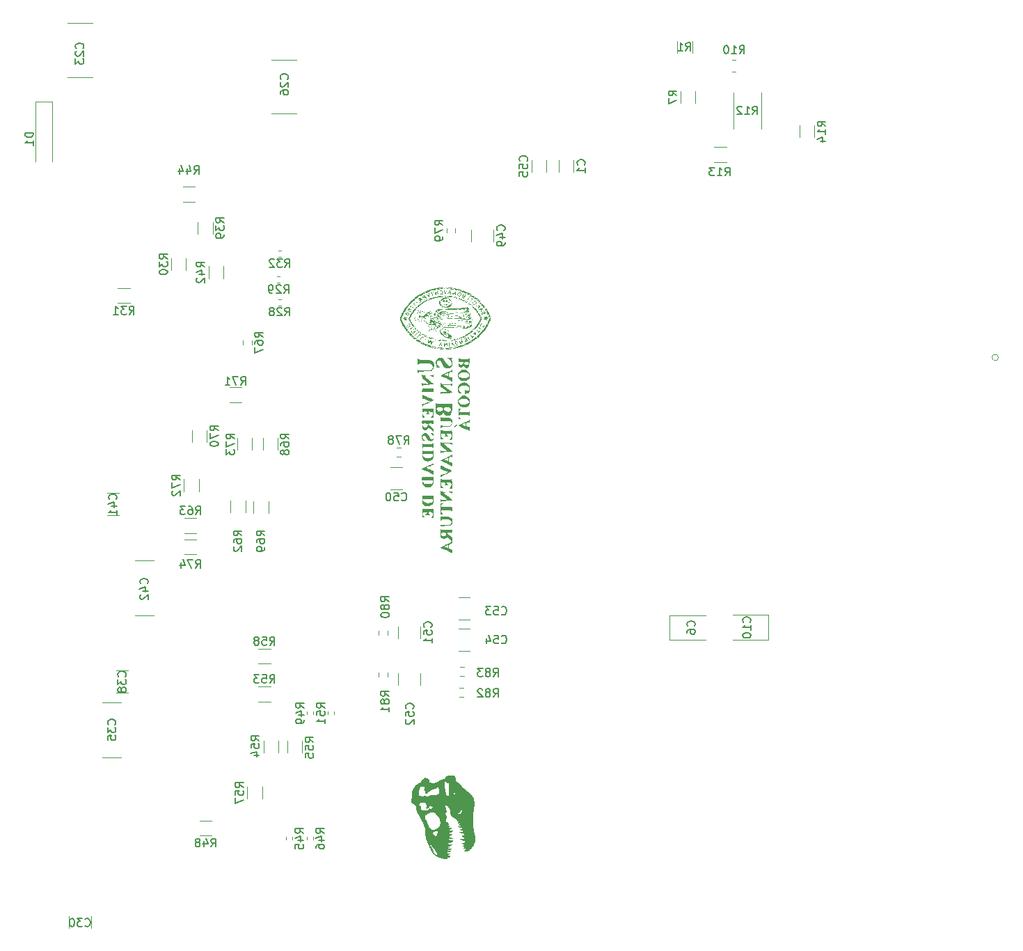
<source format=gbr>
%TF.GenerationSoftware,KiCad,Pcbnew,7.0.1*%
%TF.CreationDate,2023-04-10T20:01:29-05:00*%
%TF.ProjectId,Esquema_CBX_Rex,45737175-656d-4615-9f43-42585f526578,rev?*%
%TF.SameCoordinates,Original*%
%TF.FileFunction,Legend,Bot*%
%TF.FilePolarity,Positive*%
%FSLAX46Y46*%
G04 Gerber Fmt 4.6, Leading zero omitted, Abs format (unit mm)*
G04 Created by KiCad (PCBNEW 7.0.1) date 2023-04-10 20:01:29*
%MOMM*%
%LPD*%
G01*
G04 APERTURE LIST*
%ADD10C,0.150000*%
%ADD11C,0.120000*%
G04 APERTURE END LIST*
D10*
%TO.C,R78*%
X128277857Y-89202619D02*
X128611190Y-88726428D01*
X128849285Y-89202619D02*
X128849285Y-88202619D01*
X128849285Y-88202619D02*
X128468333Y-88202619D01*
X128468333Y-88202619D02*
X128373095Y-88250238D01*
X128373095Y-88250238D02*
X128325476Y-88297857D01*
X128325476Y-88297857D02*
X128277857Y-88393095D01*
X128277857Y-88393095D02*
X128277857Y-88535952D01*
X128277857Y-88535952D02*
X128325476Y-88631190D01*
X128325476Y-88631190D02*
X128373095Y-88678809D01*
X128373095Y-88678809D02*
X128468333Y-88726428D01*
X128468333Y-88726428D02*
X128849285Y-88726428D01*
X127944523Y-88202619D02*
X127277857Y-88202619D01*
X127277857Y-88202619D02*
X127706428Y-89202619D01*
X126754047Y-88631190D02*
X126849285Y-88583571D01*
X126849285Y-88583571D02*
X126896904Y-88535952D01*
X126896904Y-88535952D02*
X126944523Y-88440714D01*
X126944523Y-88440714D02*
X126944523Y-88393095D01*
X126944523Y-88393095D02*
X126896904Y-88297857D01*
X126896904Y-88297857D02*
X126849285Y-88250238D01*
X126849285Y-88250238D02*
X126754047Y-88202619D01*
X126754047Y-88202619D02*
X126563571Y-88202619D01*
X126563571Y-88202619D02*
X126468333Y-88250238D01*
X126468333Y-88250238D02*
X126420714Y-88297857D01*
X126420714Y-88297857D02*
X126373095Y-88393095D01*
X126373095Y-88393095D02*
X126373095Y-88440714D01*
X126373095Y-88440714D02*
X126420714Y-88535952D01*
X126420714Y-88535952D02*
X126468333Y-88583571D01*
X126468333Y-88583571D02*
X126563571Y-88631190D01*
X126563571Y-88631190D02*
X126754047Y-88631190D01*
X126754047Y-88631190D02*
X126849285Y-88678809D01*
X126849285Y-88678809D02*
X126896904Y-88726428D01*
X126896904Y-88726428D02*
X126944523Y-88821666D01*
X126944523Y-88821666D02*
X126944523Y-89012142D01*
X126944523Y-89012142D02*
X126896904Y-89107380D01*
X126896904Y-89107380D02*
X126849285Y-89155000D01*
X126849285Y-89155000D02*
X126754047Y-89202619D01*
X126754047Y-89202619D02*
X126563571Y-89202619D01*
X126563571Y-89202619D02*
X126468333Y-89155000D01*
X126468333Y-89155000D02*
X126420714Y-89107380D01*
X126420714Y-89107380D02*
X126373095Y-89012142D01*
X126373095Y-89012142D02*
X126373095Y-88821666D01*
X126373095Y-88821666D02*
X126420714Y-88726428D01*
X126420714Y-88726428D02*
X126468333Y-88678809D01*
X126468333Y-88678809D02*
X126563571Y-88631190D01*
%TO.C,C38*%
X94367380Y-117457142D02*
X94415000Y-117409523D01*
X94415000Y-117409523D02*
X94462619Y-117266666D01*
X94462619Y-117266666D02*
X94462619Y-117171428D01*
X94462619Y-117171428D02*
X94415000Y-117028571D01*
X94415000Y-117028571D02*
X94319761Y-116933333D01*
X94319761Y-116933333D02*
X94224523Y-116885714D01*
X94224523Y-116885714D02*
X94034047Y-116838095D01*
X94034047Y-116838095D02*
X93891190Y-116838095D01*
X93891190Y-116838095D02*
X93700714Y-116885714D01*
X93700714Y-116885714D02*
X93605476Y-116933333D01*
X93605476Y-116933333D02*
X93510238Y-117028571D01*
X93510238Y-117028571D02*
X93462619Y-117171428D01*
X93462619Y-117171428D02*
X93462619Y-117266666D01*
X93462619Y-117266666D02*
X93510238Y-117409523D01*
X93510238Y-117409523D02*
X93557857Y-117457142D01*
X93462619Y-117790476D02*
X93462619Y-118409523D01*
X93462619Y-118409523D02*
X93843571Y-118076190D01*
X93843571Y-118076190D02*
X93843571Y-118219047D01*
X93843571Y-118219047D02*
X93891190Y-118314285D01*
X93891190Y-118314285D02*
X93938809Y-118361904D01*
X93938809Y-118361904D02*
X94034047Y-118409523D01*
X94034047Y-118409523D02*
X94272142Y-118409523D01*
X94272142Y-118409523D02*
X94367380Y-118361904D01*
X94367380Y-118361904D02*
X94415000Y-118314285D01*
X94415000Y-118314285D02*
X94462619Y-118219047D01*
X94462619Y-118219047D02*
X94462619Y-117933333D01*
X94462619Y-117933333D02*
X94415000Y-117838095D01*
X94415000Y-117838095D02*
X94367380Y-117790476D01*
X93891190Y-118980952D02*
X93843571Y-118885714D01*
X93843571Y-118885714D02*
X93795952Y-118838095D01*
X93795952Y-118838095D02*
X93700714Y-118790476D01*
X93700714Y-118790476D02*
X93653095Y-118790476D01*
X93653095Y-118790476D02*
X93557857Y-118838095D01*
X93557857Y-118838095D02*
X93510238Y-118885714D01*
X93510238Y-118885714D02*
X93462619Y-118980952D01*
X93462619Y-118980952D02*
X93462619Y-119171428D01*
X93462619Y-119171428D02*
X93510238Y-119266666D01*
X93510238Y-119266666D02*
X93557857Y-119314285D01*
X93557857Y-119314285D02*
X93653095Y-119361904D01*
X93653095Y-119361904D02*
X93700714Y-119361904D01*
X93700714Y-119361904D02*
X93795952Y-119314285D01*
X93795952Y-119314285D02*
X93843571Y-119266666D01*
X93843571Y-119266666D02*
X93891190Y-119171428D01*
X93891190Y-119171428D02*
X93891190Y-118980952D01*
X93891190Y-118980952D02*
X93938809Y-118885714D01*
X93938809Y-118885714D02*
X93986428Y-118838095D01*
X93986428Y-118838095D02*
X94081666Y-118790476D01*
X94081666Y-118790476D02*
X94272142Y-118790476D01*
X94272142Y-118790476D02*
X94367380Y-118838095D01*
X94367380Y-118838095D02*
X94415000Y-118885714D01*
X94415000Y-118885714D02*
X94462619Y-118980952D01*
X94462619Y-118980952D02*
X94462619Y-119171428D01*
X94462619Y-119171428D02*
X94415000Y-119266666D01*
X94415000Y-119266666D02*
X94367380Y-119314285D01*
X94367380Y-119314285D02*
X94272142Y-119361904D01*
X94272142Y-119361904D02*
X94081666Y-119361904D01*
X94081666Y-119361904D02*
X93986428Y-119314285D01*
X93986428Y-119314285D02*
X93938809Y-119266666D01*
X93938809Y-119266666D02*
X93891190Y-119171428D01*
%TO.C,R83*%
X139142857Y-117462619D02*
X139476190Y-116986428D01*
X139714285Y-117462619D02*
X139714285Y-116462619D01*
X139714285Y-116462619D02*
X139333333Y-116462619D01*
X139333333Y-116462619D02*
X139238095Y-116510238D01*
X139238095Y-116510238D02*
X139190476Y-116557857D01*
X139190476Y-116557857D02*
X139142857Y-116653095D01*
X139142857Y-116653095D02*
X139142857Y-116795952D01*
X139142857Y-116795952D02*
X139190476Y-116891190D01*
X139190476Y-116891190D02*
X139238095Y-116938809D01*
X139238095Y-116938809D02*
X139333333Y-116986428D01*
X139333333Y-116986428D02*
X139714285Y-116986428D01*
X138571428Y-116891190D02*
X138666666Y-116843571D01*
X138666666Y-116843571D02*
X138714285Y-116795952D01*
X138714285Y-116795952D02*
X138761904Y-116700714D01*
X138761904Y-116700714D02*
X138761904Y-116653095D01*
X138761904Y-116653095D02*
X138714285Y-116557857D01*
X138714285Y-116557857D02*
X138666666Y-116510238D01*
X138666666Y-116510238D02*
X138571428Y-116462619D01*
X138571428Y-116462619D02*
X138380952Y-116462619D01*
X138380952Y-116462619D02*
X138285714Y-116510238D01*
X138285714Y-116510238D02*
X138238095Y-116557857D01*
X138238095Y-116557857D02*
X138190476Y-116653095D01*
X138190476Y-116653095D02*
X138190476Y-116700714D01*
X138190476Y-116700714D02*
X138238095Y-116795952D01*
X138238095Y-116795952D02*
X138285714Y-116843571D01*
X138285714Y-116843571D02*
X138380952Y-116891190D01*
X138380952Y-116891190D02*
X138571428Y-116891190D01*
X138571428Y-116891190D02*
X138666666Y-116938809D01*
X138666666Y-116938809D02*
X138714285Y-116986428D01*
X138714285Y-116986428D02*
X138761904Y-117081666D01*
X138761904Y-117081666D02*
X138761904Y-117272142D01*
X138761904Y-117272142D02*
X138714285Y-117367380D01*
X138714285Y-117367380D02*
X138666666Y-117415000D01*
X138666666Y-117415000D02*
X138571428Y-117462619D01*
X138571428Y-117462619D02*
X138380952Y-117462619D01*
X138380952Y-117462619D02*
X138285714Y-117415000D01*
X138285714Y-117415000D02*
X138238095Y-117367380D01*
X138238095Y-117367380D02*
X138190476Y-117272142D01*
X138190476Y-117272142D02*
X138190476Y-117081666D01*
X138190476Y-117081666D02*
X138238095Y-116986428D01*
X138238095Y-116986428D02*
X138285714Y-116938809D01*
X138285714Y-116938809D02*
X138380952Y-116891190D01*
X137857142Y-116462619D02*
X137238095Y-116462619D01*
X137238095Y-116462619D02*
X137571428Y-116843571D01*
X137571428Y-116843571D02*
X137428571Y-116843571D01*
X137428571Y-116843571D02*
X137333333Y-116891190D01*
X137333333Y-116891190D02*
X137285714Y-116938809D01*
X137285714Y-116938809D02*
X137238095Y-117034047D01*
X137238095Y-117034047D02*
X137238095Y-117272142D01*
X137238095Y-117272142D02*
X137285714Y-117367380D01*
X137285714Y-117367380D02*
X137333333Y-117415000D01*
X137333333Y-117415000D02*
X137428571Y-117462619D01*
X137428571Y-117462619D02*
X137714285Y-117462619D01*
X137714285Y-117462619D02*
X137809523Y-117415000D01*
X137809523Y-117415000D02*
X137857142Y-117367380D01*
%TO.C,R82*%
X139142857Y-119962619D02*
X139476190Y-119486428D01*
X139714285Y-119962619D02*
X139714285Y-118962619D01*
X139714285Y-118962619D02*
X139333333Y-118962619D01*
X139333333Y-118962619D02*
X139238095Y-119010238D01*
X139238095Y-119010238D02*
X139190476Y-119057857D01*
X139190476Y-119057857D02*
X139142857Y-119153095D01*
X139142857Y-119153095D02*
X139142857Y-119295952D01*
X139142857Y-119295952D02*
X139190476Y-119391190D01*
X139190476Y-119391190D02*
X139238095Y-119438809D01*
X139238095Y-119438809D02*
X139333333Y-119486428D01*
X139333333Y-119486428D02*
X139714285Y-119486428D01*
X138571428Y-119391190D02*
X138666666Y-119343571D01*
X138666666Y-119343571D02*
X138714285Y-119295952D01*
X138714285Y-119295952D02*
X138761904Y-119200714D01*
X138761904Y-119200714D02*
X138761904Y-119153095D01*
X138761904Y-119153095D02*
X138714285Y-119057857D01*
X138714285Y-119057857D02*
X138666666Y-119010238D01*
X138666666Y-119010238D02*
X138571428Y-118962619D01*
X138571428Y-118962619D02*
X138380952Y-118962619D01*
X138380952Y-118962619D02*
X138285714Y-119010238D01*
X138285714Y-119010238D02*
X138238095Y-119057857D01*
X138238095Y-119057857D02*
X138190476Y-119153095D01*
X138190476Y-119153095D02*
X138190476Y-119200714D01*
X138190476Y-119200714D02*
X138238095Y-119295952D01*
X138238095Y-119295952D02*
X138285714Y-119343571D01*
X138285714Y-119343571D02*
X138380952Y-119391190D01*
X138380952Y-119391190D02*
X138571428Y-119391190D01*
X138571428Y-119391190D02*
X138666666Y-119438809D01*
X138666666Y-119438809D02*
X138714285Y-119486428D01*
X138714285Y-119486428D02*
X138761904Y-119581666D01*
X138761904Y-119581666D02*
X138761904Y-119772142D01*
X138761904Y-119772142D02*
X138714285Y-119867380D01*
X138714285Y-119867380D02*
X138666666Y-119915000D01*
X138666666Y-119915000D02*
X138571428Y-119962619D01*
X138571428Y-119962619D02*
X138380952Y-119962619D01*
X138380952Y-119962619D02*
X138285714Y-119915000D01*
X138285714Y-119915000D02*
X138238095Y-119867380D01*
X138238095Y-119867380D02*
X138190476Y-119772142D01*
X138190476Y-119772142D02*
X138190476Y-119581666D01*
X138190476Y-119581666D02*
X138238095Y-119486428D01*
X138238095Y-119486428D02*
X138285714Y-119438809D01*
X138285714Y-119438809D02*
X138380952Y-119391190D01*
X137809523Y-119057857D02*
X137761904Y-119010238D01*
X137761904Y-119010238D02*
X137666666Y-118962619D01*
X137666666Y-118962619D02*
X137428571Y-118962619D01*
X137428571Y-118962619D02*
X137333333Y-119010238D01*
X137333333Y-119010238D02*
X137285714Y-119057857D01*
X137285714Y-119057857D02*
X137238095Y-119153095D01*
X137238095Y-119153095D02*
X137238095Y-119248333D01*
X137238095Y-119248333D02*
X137285714Y-119391190D01*
X137285714Y-119391190D02*
X137857142Y-119962619D01*
X137857142Y-119962619D02*
X137238095Y-119962619D01*
%TO.C,R68*%
X114282619Y-88557142D02*
X113806428Y-88223809D01*
X114282619Y-87985714D02*
X113282619Y-87985714D01*
X113282619Y-87985714D02*
X113282619Y-88366666D01*
X113282619Y-88366666D02*
X113330238Y-88461904D01*
X113330238Y-88461904D02*
X113377857Y-88509523D01*
X113377857Y-88509523D02*
X113473095Y-88557142D01*
X113473095Y-88557142D02*
X113615952Y-88557142D01*
X113615952Y-88557142D02*
X113711190Y-88509523D01*
X113711190Y-88509523D02*
X113758809Y-88461904D01*
X113758809Y-88461904D02*
X113806428Y-88366666D01*
X113806428Y-88366666D02*
X113806428Y-87985714D01*
X113282619Y-89414285D02*
X113282619Y-89223809D01*
X113282619Y-89223809D02*
X113330238Y-89128571D01*
X113330238Y-89128571D02*
X113377857Y-89080952D01*
X113377857Y-89080952D02*
X113520714Y-88985714D01*
X113520714Y-88985714D02*
X113711190Y-88938095D01*
X113711190Y-88938095D02*
X114092142Y-88938095D01*
X114092142Y-88938095D02*
X114187380Y-88985714D01*
X114187380Y-88985714D02*
X114235000Y-89033333D01*
X114235000Y-89033333D02*
X114282619Y-89128571D01*
X114282619Y-89128571D02*
X114282619Y-89319047D01*
X114282619Y-89319047D02*
X114235000Y-89414285D01*
X114235000Y-89414285D02*
X114187380Y-89461904D01*
X114187380Y-89461904D02*
X114092142Y-89509523D01*
X114092142Y-89509523D02*
X113854047Y-89509523D01*
X113854047Y-89509523D02*
X113758809Y-89461904D01*
X113758809Y-89461904D02*
X113711190Y-89414285D01*
X113711190Y-89414285D02*
X113663571Y-89319047D01*
X113663571Y-89319047D02*
X113663571Y-89128571D01*
X113663571Y-89128571D02*
X113711190Y-89033333D01*
X113711190Y-89033333D02*
X113758809Y-88985714D01*
X113758809Y-88985714D02*
X113854047Y-88938095D01*
X113711190Y-90080952D02*
X113663571Y-89985714D01*
X113663571Y-89985714D02*
X113615952Y-89938095D01*
X113615952Y-89938095D02*
X113520714Y-89890476D01*
X113520714Y-89890476D02*
X113473095Y-89890476D01*
X113473095Y-89890476D02*
X113377857Y-89938095D01*
X113377857Y-89938095D02*
X113330238Y-89985714D01*
X113330238Y-89985714D02*
X113282619Y-90080952D01*
X113282619Y-90080952D02*
X113282619Y-90271428D01*
X113282619Y-90271428D02*
X113330238Y-90366666D01*
X113330238Y-90366666D02*
X113377857Y-90414285D01*
X113377857Y-90414285D02*
X113473095Y-90461904D01*
X113473095Y-90461904D02*
X113520714Y-90461904D01*
X113520714Y-90461904D02*
X113615952Y-90414285D01*
X113615952Y-90414285D02*
X113663571Y-90366666D01*
X113663571Y-90366666D02*
X113711190Y-90271428D01*
X113711190Y-90271428D02*
X113711190Y-90080952D01*
X113711190Y-90080952D02*
X113758809Y-89985714D01*
X113758809Y-89985714D02*
X113806428Y-89938095D01*
X113806428Y-89938095D02*
X113901666Y-89890476D01*
X113901666Y-89890476D02*
X114092142Y-89890476D01*
X114092142Y-89890476D02*
X114187380Y-89938095D01*
X114187380Y-89938095D02*
X114235000Y-89985714D01*
X114235000Y-89985714D02*
X114282619Y-90080952D01*
X114282619Y-90080952D02*
X114282619Y-90271428D01*
X114282619Y-90271428D02*
X114235000Y-90366666D01*
X114235000Y-90366666D02*
X114187380Y-90414285D01*
X114187380Y-90414285D02*
X114092142Y-90461904D01*
X114092142Y-90461904D02*
X113901666Y-90461904D01*
X113901666Y-90461904D02*
X113806428Y-90414285D01*
X113806428Y-90414285D02*
X113758809Y-90366666D01*
X113758809Y-90366666D02*
X113711190Y-90271428D01*
%TO.C,C52*%
X129367380Y-121357142D02*
X129415000Y-121309523D01*
X129415000Y-121309523D02*
X129462619Y-121166666D01*
X129462619Y-121166666D02*
X129462619Y-121071428D01*
X129462619Y-121071428D02*
X129415000Y-120928571D01*
X129415000Y-120928571D02*
X129319761Y-120833333D01*
X129319761Y-120833333D02*
X129224523Y-120785714D01*
X129224523Y-120785714D02*
X129034047Y-120738095D01*
X129034047Y-120738095D02*
X128891190Y-120738095D01*
X128891190Y-120738095D02*
X128700714Y-120785714D01*
X128700714Y-120785714D02*
X128605476Y-120833333D01*
X128605476Y-120833333D02*
X128510238Y-120928571D01*
X128510238Y-120928571D02*
X128462619Y-121071428D01*
X128462619Y-121071428D02*
X128462619Y-121166666D01*
X128462619Y-121166666D02*
X128510238Y-121309523D01*
X128510238Y-121309523D02*
X128557857Y-121357142D01*
X128462619Y-122261904D02*
X128462619Y-121785714D01*
X128462619Y-121785714D02*
X128938809Y-121738095D01*
X128938809Y-121738095D02*
X128891190Y-121785714D01*
X128891190Y-121785714D02*
X128843571Y-121880952D01*
X128843571Y-121880952D02*
X128843571Y-122119047D01*
X128843571Y-122119047D02*
X128891190Y-122214285D01*
X128891190Y-122214285D02*
X128938809Y-122261904D01*
X128938809Y-122261904D02*
X129034047Y-122309523D01*
X129034047Y-122309523D02*
X129272142Y-122309523D01*
X129272142Y-122309523D02*
X129367380Y-122261904D01*
X129367380Y-122261904D02*
X129415000Y-122214285D01*
X129415000Y-122214285D02*
X129462619Y-122119047D01*
X129462619Y-122119047D02*
X129462619Y-121880952D01*
X129462619Y-121880952D02*
X129415000Y-121785714D01*
X129415000Y-121785714D02*
X129367380Y-121738095D01*
X128557857Y-122690476D02*
X128510238Y-122738095D01*
X128510238Y-122738095D02*
X128462619Y-122833333D01*
X128462619Y-122833333D02*
X128462619Y-123071428D01*
X128462619Y-123071428D02*
X128510238Y-123166666D01*
X128510238Y-123166666D02*
X128557857Y-123214285D01*
X128557857Y-123214285D02*
X128653095Y-123261904D01*
X128653095Y-123261904D02*
X128748333Y-123261904D01*
X128748333Y-123261904D02*
X128891190Y-123214285D01*
X128891190Y-123214285D02*
X129462619Y-122642857D01*
X129462619Y-122642857D02*
X129462619Y-123261904D01*
%TO.C,R45*%
X116062619Y-136517142D02*
X115586428Y-136183809D01*
X116062619Y-135945714D02*
X115062619Y-135945714D01*
X115062619Y-135945714D02*
X115062619Y-136326666D01*
X115062619Y-136326666D02*
X115110238Y-136421904D01*
X115110238Y-136421904D02*
X115157857Y-136469523D01*
X115157857Y-136469523D02*
X115253095Y-136517142D01*
X115253095Y-136517142D02*
X115395952Y-136517142D01*
X115395952Y-136517142D02*
X115491190Y-136469523D01*
X115491190Y-136469523D02*
X115538809Y-136421904D01*
X115538809Y-136421904D02*
X115586428Y-136326666D01*
X115586428Y-136326666D02*
X115586428Y-135945714D01*
X115395952Y-137374285D02*
X116062619Y-137374285D01*
X115015000Y-137136190D02*
X115729285Y-136898095D01*
X115729285Y-136898095D02*
X115729285Y-137517142D01*
X115062619Y-138374285D02*
X115062619Y-137898095D01*
X115062619Y-137898095D02*
X115538809Y-137850476D01*
X115538809Y-137850476D02*
X115491190Y-137898095D01*
X115491190Y-137898095D02*
X115443571Y-137993333D01*
X115443571Y-137993333D02*
X115443571Y-138231428D01*
X115443571Y-138231428D02*
X115491190Y-138326666D01*
X115491190Y-138326666D02*
X115538809Y-138374285D01*
X115538809Y-138374285D02*
X115634047Y-138421904D01*
X115634047Y-138421904D02*
X115872142Y-138421904D01*
X115872142Y-138421904D02*
X115967380Y-138374285D01*
X115967380Y-138374285D02*
X116015000Y-138326666D01*
X116015000Y-138326666D02*
X116062619Y-138231428D01*
X116062619Y-138231428D02*
X116062619Y-137993333D01*
X116062619Y-137993333D02*
X116015000Y-137898095D01*
X116015000Y-137898095D02*
X115967380Y-137850476D01*
%TO.C,R58*%
X111942857Y-113642619D02*
X112276190Y-113166428D01*
X112514285Y-113642619D02*
X112514285Y-112642619D01*
X112514285Y-112642619D02*
X112133333Y-112642619D01*
X112133333Y-112642619D02*
X112038095Y-112690238D01*
X112038095Y-112690238D02*
X111990476Y-112737857D01*
X111990476Y-112737857D02*
X111942857Y-112833095D01*
X111942857Y-112833095D02*
X111942857Y-112975952D01*
X111942857Y-112975952D02*
X111990476Y-113071190D01*
X111990476Y-113071190D02*
X112038095Y-113118809D01*
X112038095Y-113118809D02*
X112133333Y-113166428D01*
X112133333Y-113166428D02*
X112514285Y-113166428D01*
X111038095Y-112642619D02*
X111514285Y-112642619D01*
X111514285Y-112642619D02*
X111561904Y-113118809D01*
X111561904Y-113118809D02*
X111514285Y-113071190D01*
X111514285Y-113071190D02*
X111419047Y-113023571D01*
X111419047Y-113023571D02*
X111180952Y-113023571D01*
X111180952Y-113023571D02*
X111085714Y-113071190D01*
X111085714Y-113071190D02*
X111038095Y-113118809D01*
X111038095Y-113118809D02*
X110990476Y-113214047D01*
X110990476Y-113214047D02*
X110990476Y-113452142D01*
X110990476Y-113452142D02*
X111038095Y-113547380D01*
X111038095Y-113547380D02*
X111085714Y-113595000D01*
X111085714Y-113595000D02*
X111180952Y-113642619D01*
X111180952Y-113642619D02*
X111419047Y-113642619D01*
X111419047Y-113642619D02*
X111514285Y-113595000D01*
X111514285Y-113595000D02*
X111561904Y-113547380D01*
X110419047Y-113071190D02*
X110514285Y-113023571D01*
X110514285Y-113023571D02*
X110561904Y-112975952D01*
X110561904Y-112975952D02*
X110609523Y-112880714D01*
X110609523Y-112880714D02*
X110609523Y-112833095D01*
X110609523Y-112833095D02*
X110561904Y-112737857D01*
X110561904Y-112737857D02*
X110514285Y-112690238D01*
X110514285Y-112690238D02*
X110419047Y-112642619D01*
X110419047Y-112642619D02*
X110228571Y-112642619D01*
X110228571Y-112642619D02*
X110133333Y-112690238D01*
X110133333Y-112690238D02*
X110085714Y-112737857D01*
X110085714Y-112737857D02*
X110038095Y-112833095D01*
X110038095Y-112833095D02*
X110038095Y-112880714D01*
X110038095Y-112880714D02*
X110085714Y-112975952D01*
X110085714Y-112975952D02*
X110133333Y-113023571D01*
X110133333Y-113023571D02*
X110228571Y-113071190D01*
X110228571Y-113071190D02*
X110419047Y-113071190D01*
X110419047Y-113071190D02*
X110514285Y-113118809D01*
X110514285Y-113118809D02*
X110561904Y-113166428D01*
X110561904Y-113166428D02*
X110609523Y-113261666D01*
X110609523Y-113261666D02*
X110609523Y-113452142D01*
X110609523Y-113452142D02*
X110561904Y-113547380D01*
X110561904Y-113547380D02*
X110514285Y-113595000D01*
X110514285Y-113595000D02*
X110419047Y-113642619D01*
X110419047Y-113642619D02*
X110228571Y-113642619D01*
X110228571Y-113642619D02*
X110133333Y-113595000D01*
X110133333Y-113595000D02*
X110085714Y-113547380D01*
X110085714Y-113547380D02*
X110038095Y-113452142D01*
X110038095Y-113452142D02*
X110038095Y-113261666D01*
X110038095Y-113261666D02*
X110085714Y-113166428D01*
X110085714Y-113166428D02*
X110133333Y-113118809D01*
X110133333Y-113118809D02*
X110228571Y-113071190D01*
%TO.C,R55*%
X117262619Y-125457142D02*
X116786428Y-125123809D01*
X117262619Y-124885714D02*
X116262619Y-124885714D01*
X116262619Y-124885714D02*
X116262619Y-125266666D01*
X116262619Y-125266666D02*
X116310238Y-125361904D01*
X116310238Y-125361904D02*
X116357857Y-125409523D01*
X116357857Y-125409523D02*
X116453095Y-125457142D01*
X116453095Y-125457142D02*
X116595952Y-125457142D01*
X116595952Y-125457142D02*
X116691190Y-125409523D01*
X116691190Y-125409523D02*
X116738809Y-125361904D01*
X116738809Y-125361904D02*
X116786428Y-125266666D01*
X116786428Y-125266666D02*
X116786428Y-124885714D01*
X116262619Y-126361904D02*
X116262619Y-125885714D01*
X116262619Y-125885714D02*
X116738809Y-125838095D01*
X116738809Y-125838095D02*
X116691190Y-125885714D01*
X116691190Y-125885714D02*
X116643571Y-125980952D01*
X116643571Y-125980952D02*
X116643571Y-126219047D01*
X116643571Y-126219047D02*
X116691190Y-126314285D01*
X116691190Y-126314285D02*
X116738809Y-126361904D01*
X116738809Y-126361904D02*
X116834047Y-126409523D01*
X116834047Y-126409523D02*
X117072142Y-126409523D01*
X117072142Y-126409523D02*
X117167380Y-126361904D01*
X117167380Y-126361904D02*
X117215000Y-126314285D01*
X117215000Y-126314285D02*
X117262619Y-126219047D01*
X117262619Y-126219047D02*
X117262619Y-125980952D01*
X117262619Y-125980952D02*
X117215000Y-125885714D01*
X117215000Y-125885714D02*
X117167380Y-125838095D01*
X116262619Y-127314285D02*
X116262619Y-126838095D01*
X116262619Y-126838095D02*
X116738809Y-126790476D01*
X116738809Y-126790476D02*
X116691190Y-126838095D01*
X116691190Y-126838095D02*
X116643571Y-126933333D01*
X116643571Y-126933333D02*
X116643571Y-127171428D01*
X116643571Y-127171428D02*
X116691190Y-127266666D01*
X116691190Y-127266666D02*
X116738809Y-127314285D01*
X116738809Y-127314285D02*
X116834047Y-127361904D01*
X116834047Y-127361904D02*
X117072142Y-127361904D01*
X117072142Y-127361904D02*
X117167380Y-127314285D01*
X117167380Y-127314285D02*
X117215000Y-127266666D01*
X117215000Y-127266666D02*
X117262619Y-127171428D01*
X117262619Y-127171428D02*
X117262619Y-126933333D01*
X117262619Y-126933333D02*
X117215000Y-126838095D01*
X117215000Y-126838095D02*
X117167380Y-126790476D01*
%TO.C,C55*%
X143217380Y-54757142D02*
X143265000Y-54709523D01*
X143265000Y-54709523D02*
X143312619Y-54566666D01*
X143312619Y-54566666D02*
X143312619Y-54471428D01*
X143312619Y-54471428D02*
X143265000Y-54328571D01*
X143265000Y-54328571D02*
X143169761Y-54233333D01*
X143169761Y-54233333D02*
X143074523Y-54185714D01*
X143074523Y-54185714D02*
X142884047Y-54138095D01*
X142884047Y-54138095D02*
X142741190Y-54138095D01*
X142741190Y-54138095D02*
X142550714Y-54185714D01*
X142550714Y-54185714D02*
X142455476Y-54233333D01*
X142455476Y-54233333D02*
X142360238Y-54328571D01*
X142360238Y-54328571D02*
X142312619Y-54471428D01*
X142312619Y-54471428D02*
X142312619Y-54566666D01*
X142312619Y-54566666D02*
X142360238Y-54709523D01*
X142360238Y-54709523D02*
X142407857Y-54757142D01*
X142312619Y-55661904D02*
X142312619Y-55185714D01*
X142312619Y-55185714D02*
X142788809Y-55138095D01*
X142788809Y-55138095D02*
X142741190Y-55185714D01*
X142741190Y-55185714D02*
X142693571Y-55280952D01*
X142693571Y-55280952D02*
X142693571Y-55519047D01*
X142693571Y-55519047D02*
X142741190Y-55614285D01*
X142741190Y-55614285D02*
X142788809Y-55661904D01*
X142788809Y-55661904D02*
X142884047Y-55709523D01*
X142884047Y-55709523D02*
X143122142Y-55709523D01*
X143122142Y-55709523D02*
X143217380Y-55661904D01*
X143217380Y-55661904D02*
X143265000Y-55614285D01*
X143265000Y-55614285D02*
X143312619Y-55519047D01*
X143312619Y-55519047D02*
X143312619Y-55280952D01*
X143312619Y-55280952D02*
X143265000Y-55185714D01*
X143265000Y-55185714D02*
X143217380Y-55138095D01*
X142312619Y-56614285D02*
X142312619Y-56138095D01*
X142312619Y-56138095D02*
X142788809Y-56090476D01*
X142788809Y-56090476D02*
X142741190Y-56138095D01*
X142741190Y-56138095D02*
X142693571Y-56233333D01*
X142693571Y-56233333D02*
X142693571Y-56471428D01*
X142693571Y-56471428D02*
X142741190Y-56566666D01*
X142741190Y-56566666D02*
X142788809Y-56614285D01*
X142788809Y-56614285D02*
X142884047Y-56661904D01*
X142884047Y-56661904D02*
X143122142Y-56661904D01*
X143122142Y-56661904D02*
X143217380Y-56614285D01*
X143217380Y-56614285D02*
X143265000Y-56566666D01*
X143265000Y-56566666D02*
X143312619Y-56471428D01*
X143312619Y-56471428D02*
X143312619Y-56233333D01*
X143312619Y-56233333D02*
X143265000Y-56138095D01*
X143265000Y-56138095D02*
X143217380Y-56090476D01*
%TO.C,R44*%
X102742857Y-56342619D02*
X103076190Y-55866428D01*
X103314285Y-56342619D02*
X103314285Y-55342619D01*
X103314285Y-55342619D02*
X102933333Y-55342619D01*
X102933333Y-55342619D02*
X102838095Y-55390238D01*
X102838095Y-55390238D02*
X102790476Y-55437857D01*
X102790476Y-55437857D02*
X102742857Y-55533095D01*
X102742857Y-55533095D02*
X102742857Y-55675952D01*
X102742857Y-55675952D02*
X102790476Y-55771190D01*
X102790476Y-55771190D02*
X102838095Y-55818809D01*
X102838095Y-55818809D02*
X102933333Y-55866428D01*
X102933333Y-55866428D02*
X103314285Y-55866428D01*
X101885714Y-55675952D02*
X101885714Y-56342619D01*
X102123809Y-55295000D02*
X102361904Y-56009285D01*
X102361904Y-56009285D02*
X101742857Y-56009285D01*
X100933333Y-55675952D02*
X100933333Y-56342619D01*
X101171428Y-55295000D02*
X101409523Y-56009285D01*
X101409523Y-56009285D02*
X100790476Y-56009285D01*
%TO.C,R63*%
X102942857Y-97762619D02*
X103276190Y-97286428D01*
X103514285Y-97762619D02*
X103514285Y-96762619D01*
X103514285Y-96762619D02*
X103133333Y-96762619D01*
X103133333Y-96762619D02*
X103038095Y-96810238D01*
X103038095Y-96810238D02*
X102990476Y-96857857D01*
X102990476Y-96857857D02*
X102942857Y-96953095D01*
X102942857Y-96953095D02*
X102942857Y-97095952D01*
X102942857Y-97095952D02*
X102990476Y-97191190D01*
X102990476Y-97191190D02*
X103038095Y-97238809D01*
X103038095Y-97238809D02*
X103133333Y-97286428D01*
X103133333Y-97286428D02*
X103514285Y-97286428D01*
X102085714Y-96762619D02*
X102276190Y-96762619D01*
X102276190Y-96762619D02*
X102371428Y-96810238D01*
X102371428Y-96810238D02*
X102419047Y-96857857D01*
X102419047Y-96857857D02*
X102514285Y-97000714D01*
X102514285Y-97000714D02*
X102561904Y-97191190D01*
X102561904Y-97191190D02*
X102561904Y-97572142D01*
X102561904Y-97572142D02*
X102514285Y-97667380D01*
X102514285Y-97667380D02*
X102466666Y-97715000D01*
X102466666Y-97715000D02*
X102371428Y-97762619D01*
X102371428Y-97762619D02*
X102180952Y-97762619D01*
X102180952Y-97762619D02*
X102085714Y-97715000D01*
X102085714Y-97715000D02*
X102038095Y-97667380D01*
X102038095Y-97667380D02*
X101990476Y-97572142D01*
X101990476Y-97572142D02*
X101990476Y-97334047D01*
X101990476Y-97334047D02*
X102038095Y-97238809D01*
X102038095Y-97238809D02*
X102085714Y-97191190D01*
X102085714Y-97191190D02*
X102180952Y-97143571D01*
X102180952Y-97143571D02*
X102371428Y-97143571D01*
X102371428Y-97143571D02*
X102466666Y-97191190D01*
X102466666Y-97191190D02*
X102514285Y-97238809D01*
X102514285Y-97238809D02*
X102561904Y-97334047D01*
X101657142Y-96762619D02*
X101038095Y-96762619D01*
X101038095Y-96762619D02*
X101371428Y-97143571D01*
X101371428Y-97143571D02*
X101228571Y-97143571D01*
X101228571Y-97143571D02*
X101133333Y-97191190D01*
X101133333Y-97191190D02*
X101085714Y-97238809D01*
X101085714Y-97238809D02*
X101038095Y-97334047D01*
X101038095Y-97334047D02*
X101038095Y-97572142D01*
X101038095Y-97572142D02*
X101085714Y-97667380D01*
X101085714Y-97667380D02*
X101133333Y-97715000D01*
X101133333Y-97715000D02*
X101228571Y-97762619D01*
X101228571Y-97762619D02*
X101514285Y-97762619D01*
X101514285Y-97762619D02*
X101609523Y-97715000D01*
X101609523Y-97715000D02*
X101657142Y-97667380D01*
%TO.C,C51*%
X131572380Y-111459642D02*
X131620000Y-111412023D01*
X131620000Y-111412023D02*
X131667619Y-111269166D01*
X131667619Y-111269166D02*
X131667619Y-111173928D01*
X131667619Y-111173928D02*
X131620000Y-111031071D01*
X131620000Y-111031071D02*
X131524761Y-110935833D01*
X131524761Y-110935833D02*
X131429523Y-110888214D01*
X131429523Y-110888214D02*
X131239047Y-110840595D01*
X131239047Y-110840595D02*
X131096190Y-110840595D01*
X131096190Y-110840595D02*
X130905714Y-110888214D01*
X130905714Y-110888214D02*
X130810476Y-110935833D01*
X130810476Y-110935833D02*
X130715238Y-111031071D01*
X130715238Y-111031071D02*
X130667619Y-111173928D01*
X130667619Y-111173928D02*
X130667619Y-111269166D01*
X130667619Y-111269166D02*
X130715238Y-111412023D01*
X130715238Y-111412023D02*
X130762857Y-111459642D01*
X130667619Y-112364404D02*
X130667619Y-111888214D01*
X130667619Y-111888214D02*
X131143809Y-111840595D01*
X131143809Y-111840595D02*
X131096190Y-111888214D01*
X131096190Y-111888214D02*
X131048571Y-111983452D01*
X131048571Y-111983452D02*
X131048571Y-112221547D01*
X131048571Y-112221547D02*
X131096190Y-112316785D01*
X131096190Y-112316785D02*
X131143809Y-112364404D01*
X131143809Y-112364404D02*
X131239047Y-112412023D01*
X131239047Y-112412023D02*
X131477142Y-112412023D01*
X131477142Y-112412023D02*
X131572380Y-112364404D01*
X131572380Y-112364404D02*
X131620000Y-112316785D01*
X131620000Y-112316785D02*
X131667619Y-112221547D01*
X131667619Y-112221547D02*
X131667619Y-111983452D01*
X131667619Y-111983452D02*
X131620000Y-111888214D01*
X131620000Y-111888214D02*
X131572380Y-111840595D01*
X131667619Y-113364404D02*
X131667619Y-112792976D01*
X131667619Y-113078690D02*
X130667619Y-113078690D01*
X130667619Y-113078690D02*
X130810476Y-112983452D01*
X130810476Y-112983452D02*
X130905714Y-112888214D01*
X130905714Y-112888214D02*
X130953333Y-112792976D01*
%TO.C,R49*%
X116132619Y-121277142D02*
X115656428Y-120943809D01*
X116132619Y-120705714D02*
X115132619Y-120705714D01*
X115132619Y-120705714D02*
X115132619Y-121086666D01*
X115132619Y-121086666D02*
X115180238Y-121181904D01*
X115180238Y-121181904D02*
X115227857Y-121229523D01*
X115227857Y-121229523D02*
X115323095Y-121277142D01*
X115323095Y-121277142D02*
X115465952Y-121277142D01*
X115465952Y-121277142D02*
X115561190Y-121229523D01*
X115561190Y-121229523D02*
X115608809Y-121181904D01*
X115608809Y-121181904D02*
X115656428Y-121086666D01*
X115656428Y-121086666D02*
X115656428Y-120705714D01*
X115465952Y-122134285D02*
X116132619Y-122134285D01*
X115085000Y-121896190D02*
X115799285Y-121658095D01*
X115799285Y-121658095D02*
X115799285Y-122277142D01*
X116132619Y-122705714D02*
X116132619Y-122896190D01*
X116132619Y-122896190D02*
X116085000Y-122991428D01*
X116085000Y-122991428D02*
X116037380Y-123039047D01*
X116037380Y-123039047D02*
X115894523Y-123134285D01*
X115894523Y-123134285D02*
X115704047Y-123181904D01*
X115704047Y-123181904D02*
X115323095Y-123181904D01*
X115323095Y-123181904D02*
X115227857Y-123134285D01*
X115227857Y-123134285D02*
X115180238Y-123086666D01*
X115180238Y-123086666D02*
X115132619Y-122991428D01*
X115132619Y-122991428D02*
X115132619Y-122800952D01*
X115132619Y-122800952D02*
X115180238Y-122705714D01*
X115180238Y-122705714D02*
X115227857Y-122658095D01*
X115227857Y-122658095D02*
X115323095Y-122610476D01*
X115323095Y-122610476D02*
X115561190Y-122610476D01*
X115561190Y-122610476D02*
X115656428Y-122658095D01*
X115656428Y-122658095D02*
X115704047Y-122705714D01*
X115704047Y-122705714D02*
X115751666Y-122800952D01*
X115751666Y-122800952D02*
X115751666Y-122991428D01*
X115751666Y-122991428D02*
X115704047Y-123086666D01*
X115704047Y-123086666D02*
X115656428Y-123134285D01*
X115656428Y-123134285D02*
X115561190Y-123181904D01*
%TO.C,R28*%
X113797857Y-73582619D02*
X114131190Y-73106428D01*
X114369285Y-73582619D02*
X114369285Y-72582619D01*
X114369285Y-72582619D02*
X113988333Y-72582619D01*
X113988333Y-72582619D02*
X113893095Y-72630238D01*
X113893095Y-72630238D02*
X113845476Y-72677857D01*
X113845476Y-72677857D02*
X113797857Y-72773095D01*
X113797857Y-72773095D02*
X113797857Y-72915952D01*
X113797857Y-72915952D02*
X113845476Y-73011190D01*
X113845476Y-73011190D02*
X113893095Y-73058809D01*
X113893095Y-73058809D02*
X113988333Y-73106428D01*
X113988333Y-73106428D02*
X114369285Y-73106428D01*
X113416904Y-72677857D02*
X113369285Y-72630238D01*
X113369285Y-72630238D02*
X113274047Y-72582619D01*
X113274047Y-72582619D02*
X113035952Y-72582619D01*
X113035952Y-72582619D02*
X112940714Y-72630238D01*
X112940714Y-72630238D02*
X112893095Y-72677857D01*
X112893095Y-72677857D02*
X112845476Y-72773095D01*
X112845476Y-72773095D02*
X112845476Y-72868333D01*
X112845476Y-72868333D02*
X112893095Y-73011190D01*
X112893095Y-73011190D02*
X113464523Y-73582619D01*
X113464523Y-73582619D02*
X112845476Y-73582619D01*
X112274047Y-73011190D02*
X112369285Y-72963571D01*
X112369285Y-72963571D02*
X112416904Y-72915952D01*
X112416904Y-72915952D02*
X112464523Y-72820714D01*
X112464523Y-72820714D02*
X112464523Y-72773095D01*
X112464523Y-72773095D02*
X112416904Y-72677857D01*
X112416904Y-72677857D02*
X112369285Y-72630238D01*
X112369285Y-72630238D02*
X112274047Y-72582619D01*
X112274047Y-72582619D02*
X112083571Y-72582619D01*
X112083571Y-72582619D02*
X111988333Y-72630238D01*
X111988333Y-72630238D02*
X111940714Y-72677857D01*
X111940714Y-72677857D02*
X111893095Y-72773095D01*
X111893095Y-72773095D02*
X111893095Y-72820714D01*
X111893095Y-72820714D02*
X111940714Y-72915952D01*
X111940714Y-72915952D02*
X111988333Y-72963571D01*
X111988333Y-72963571D02*
X112083571Y-73011190D01*
X112083571Y-73011190D02*
X112274047Y-73011190D01*
X112274047Y-73011190D02*
X112369285Y-73058809D01*
X112369285Y-73058809D02*
X112416904Y-73106428D01*
X112416904Y-73106428D02*
X112464523Y-73201666D01*
X112464523Y-73201666D02*
X112464523Y-73392142D01*
X112464523Y-73392142D02*
X112416904Y-73487380D01*
X112416904Y-73487380D02*
X112369285Y-73535000D01*
X112369285Y-73535000D02*
X112274047Y-73582619D01*
X112274047Y-73582619D02*
X112083571Y-73582619D01*
X112083571Y-73582619D02*
X111988333Y-73535000D01*
X111988333Y-73535000D02*
X111940714Y-73487380D01*
X111940714Y-73487380D02*
X111893095Y-73392142D01*
X111893095Y-73392142D02*
X111893095Y-73201666D01*
X111893095Y-73201666D02*
X111940714Y-73106428D01*
X111940714Y-73106428D02*
X111988333Y-73058809D01*
X111988333Y-73058809D02*
X112083571Y-73011190D01*
%TO.C,R67*%
X111112619Y-76192142D02*
X110636428Y-75858809D01*
X111112619Y-75620714D02*
X110112619Y-75620714D01*
X110112619Y-75620714D02*
X110112619Y-76001666D01*
X110112619Y-76001666D02*
X110160238Y-76096904D01*
X110160238Y-76096904D02*
X110207857Y-76144523D01*
X110207857Y-76144523D02*
X110303095Y-76192142D01*
X110303095Y-76192142D02*
X110445952Y-76192142D01*
X110445952Y-76192142D02*
X110541190Y-76144523D01*
X110541190Y-76144523D02*
X110588809Y-76096904D01*
X110588809Y-76096904D02*
X110636428Y-76001666D01*
X110636428Y-76001666D02*
X110636428Y-75620714D01*
X110112619Y-77049285D02*
X110112619Y-76858809D01*
X110112619Y-76858809D02*
X110160238Y-76763571D01*
X110160238Y-76763571D02*
X110207857Y-76715952D01*
X110207857Y-76715952D02*
X110350714Y-76620714D01*
X110350714Y-76620714D02*
X110541190Y-76573095D01*
X110541190Y-76573095D02*
X110922142Y-76573095D01*
X110922142Y-76573095D02*
X111017380Y-76620714D01*
X111017380Y-76620714D02*
X111065000Y-76668333D01*
X111065000Y-76668333D02*
X111112619Y-76763571D01*
X111112619Y-76763571D02*
X111112619Y-76954047D01*
X111112619Y-76954047D02*
X111065000Y-77049285D01*
X111065000Y-77049285D02*
X111017380Y-77096904D01*
X111017380Y-77096904D02*
X110922142Y-77144523D01*
X110922142Y-77144523D02*
X110684047Y-77144523D01*
X110684047Y-77144523D02*
X110588809Y-77096904D01*
X110588809Y-77096904D02*
X110541190Y-77049285D01*
X110541190Y-77049285D02*
X110493571Y-76954047D01*
X110493571Y-76954047D02*
X110493571Y-76763571D01*
X110493571Y-76763571D02*
X110541190Y-76668333D01*
X110541190Y-76668333D02*
X110588809Y-76620714D01*
X110588809Y-76620714D02*
X110684047Y-76573095D01*
X110112619Y-77477857D02*
X110112619Y-78144523D01*
X110112619Y-78144523D02*
X111112619Y-77715952D01*
%TO.C,C54*%
X140142857Y-113367380D02*
X140190476Y-113415000D01*
X140190476Y-113415000D02*
X140333333Y-113462619D01*
X140333333Y-113462619D02*
X140428571Y-113462619D01*
X140428571Y-113462619D02*
X140571428Y-113415000D01*
X140571428Y-113415000D02*
X140666666Y-113319761D01*
X140666666Y-113319761D02*
X140714285Y-113224523D01*
X140714285Y-113224523D02*
X140761904Y-113034047D01*
X140761904Y-113034047D02*
X140761904Y-112891190D01*
X140761904Y-112891190D02*
X140714285Y-112700714D01*
X140714285Y-112700714D02*
X140666666Y-112605476D01*
X140666666Y-112605476D02*
X140571428Y-112510238D01*
X140571428Y-112510238D02*
X140428571Y-112462619D01*
X140428571Y-112462619D02*
X140333333Y-112462619D01*
X140333333Y-112462619D02*
X140190476Y-112510238D01*
X140190476Y-112510238D02*
X140142857Y-112557857D01*
X139238095Y-112462619D02*
X139714285Y-112462619D01*
X139714285Y-112462619D02*
X139761904Y-112938809D01*
X139761904Y-112938809D02*
X139714285Y-112891190D01*
X139714285Y-112891190D02*
X139619047Y-112843571D01*
X139619047Y-112843571D02*
X139380952Y-112843571D01*
X139380952Y-112843571D02*
X139285714Y-112891190D01*
X139285714Y-112891190D02*
X139238095Y-112938809D01*
X139238095Y-112938809D02*
X139190476Y-113034047D01*
X139190476Y-113034047D02*
X139190476Y-113272142D01*
X139190476Y-113272142D02*
X139238095Y-113367380D01*
X139238095Y-113367380D02*
X139285714Y-113415000D01*
X139285714Y-113415000D02*
X139380952Y-113462619D01*
X139380952Y-113462619D02*
X139619047Y-113462619D01*
X139619047Y-113462619D02*
X139714285Y-113415000D01*
X139714285Y-113415000D02*
X139761904Y-113367380D01*
X138333333Y-112795952D02*
X138333333Y-113462619D01*
X138571428Y-112415000D02*
X138809523Y-113129285D01*
X138809523Y-113129285D02*
X138190476Y-113129285D01*
%TO.C,R62*%
X108539619Y-100322142D02*
X108063428Y-99988809D01*
X108539619Y-99750714D02*
X107539619Y-99750714D01*
X107539619Y-99750714D02*
X107539619Y-100131666D01*
X107539619Y-100131666D02*
X107587238Y-100226904D01*
X107587238Y-100226904D02*
X107634857Y-100274523D01*
X107634857Y-100274523D02*
X107730095Y-100322142D01*
X107730095Y-100322142D02*
X107872952Y-100322142D01*
X107872952Y-100322142D02*
X107968190Y-100274523D01*
X107968190Y-100274523D02*
X108015809Y-100226904D01*
X108015809Y-100226904D02*
X108063428Y-100131666D01*
X108063428Y-100131666D02*
X108063428Y-99750714D01*
X107539619Y-101179285D02*
X107539619Y-100988809D01*
X107539619Y-100988809D02*
X107587238Y-100893571D01*
X107587238Y-100893571D02*
X107634857Y-100845952D01*
X107634857Y-100845952D02*
X107777714Y-100750714D01*
X107777714Y-100750714D02*
X107968190Y-100703095D01*
X107968190Y-100703095D02*
X108349142Y-100703095D01*
X108349142Y-100703095D02*
X108444380Y-100750714D01*
X108444380Y-100750714D02*
X108492000Y-100798333D01*
X108492000Y-100798333D02*
X108539619Y-100893571D01*
X108539619Y-100893571D02*
X108539619Y-101084047D01*
X108539619Y-101084047D02*
X108492000Y-101179285D01*
X108492000Y-101179285D02*
X108444380Y-101226904D01*
X108444380Y-101226904D02*
X108349142Y-101274523D01*
X108349142Y-101274523D02*
X108111047Y-101274523D01*
X108111047Y-101274523D02*
X108015809Y-101226904D01*
X108015809Y-101226904D02*
X107968190Y-101179285D01*
X107968190Y-101179285D02*
X107920571Y-101084047D01*
X107920571Y-101084047D02*
X107920571Y-100893571D01*
X107920571Y-100893571D02*
X107968190Y-100798333D01*
X107968190Y-100798333D02*
X108015809Y-100750714D01*
X108015809Y-100750714D02*
X108111047Y-100703095D01*
X107634857Y-101655476D02*
X107587238Y-101703095D01*
X107587238Y-101703095D02*
X107539619Y-101798333D01*
X107539619Y-101798333D02*
X107539619Y-102036428D01*
X107539619Y-102036428D02*
X107587238Y-102131666D01*
X107587238Y-102131666D02*
X107634857Y-102179285D01*
X107634857Y-102179285D02*
X107730095Y-102226904D01*
X107730095Y-102226904D02*
X107825333Y-102226904D01*
X107825333Y-102226904D02*
X107968190Y-102179285D01*
X107968190Y-102179285D02*
X108539619Y-101607857D01*
X108539619Y-101607857D02*
X108539619Y-102226904D01*
%TO.C,R57*%
X108742619Y-130957142D02*
X108266428Y-130623809D01*
X108742619Y-130385714D02*
X107742619Y-130385714D01*
X107742619Y-130385714D02*
X107742619Y-130766666D01*
X107742619Y-130766666D02*
X107790238Y-130861904D01*
X107790238Y-130861904D02*
X107837857Y-130909523D01*
X107837857Y-130909523D02*
X107933095Y-130957142D01*
X107933095Y-130957142D02*
X108075952Y-130957142D01*
X108075952Y-130957142D02*
X108171190Y-130909523D01*
X108171190Y-130909523D02*
X108218809Y-130861904D01*
X108218809Y-130861904D02*
X108266428Y-130766666D01*
X108266428Y-130766666D02*
X108266428Y-130385714D01*
X107742619Y-131861904D02*
X107742619Y-131385714D01*
X107742619Y-131385714D02*
X108218809Y-131338095D01*
X108218809Y-131338095D02*
X108171190Y-131385714D01*
X108171190Y-131385714D02*
X108123571Y-131480952D01*
X108123571Y-131480952D02*
X108123571Y-131719047D01*
X108123571Y-131719047D02*
X108171190Y-131814285D01*
X108171190Y-131814285D02*
X108218809Y-131861904D01*
X108218809Y-131861904D02*
X108314047Y-131909523D01*
X108314047Y-131909523D02*
X108552142Y-131909523D01*
X108552142Y-131909523D02*
X108647380Y-131861904D01*
X108647380Y-131861904D02*
X108695000Y-131814285D01*
X108695000Y-131814285D02*
X108742619Y-131719047D01*
X108742619Y-131719047D02*
X108742619Y-131480952D01*
X108742619Y-131480952D02*
X108695000Y-131385714D01*
X108695000Y-131385714D02*
X108647380Y-131338095D01*
X107742619Y-132242857D02*
X107742619Y-132909523D01*
X107742619Y-132909523D02*
X108742619Y-132480952D01*
%TO.C,C6*%
X163617380Y-111333333D02*
X163665000Y-111285714D01*
X163665000Y-111285714D02*
X163712619Y-111142857D01*
X163712619Y-111142857D02*
X163712619Y-111047619D01*
X163712619Y-111047619D02*
X163665000Y-110904762D01*
X163665000Y-110904762D02*
X163569761Y-110809524D01*
X163569761Y-110809524D02*
X163474523Y-110761905D01*
X163474523Y-110761905D02*
X163284047Y-110714286D01*
X163284047Y-110714286D02*
X163141190Y-110714286D01*
X163141190Y-110714286D02*
X162950714Y-110761905D01*
X162950714Y-110761905D02*
X162855476Y-110809524D01*
X162855476Y-110809524D02*
X162760238Y-110904762D01*
X162760238Y-110904762D02*
X162712619Y-111047619D01*
X162712619Y-111047619D02*
X162712619Y-111142857D01*
X162712619Y-111142857D02*
X162760238Y-111285714D01*
X162760238Y-111285714D02*
X162807857Y-111333333D01*
X162712619Y-112190476D02*
X162712619Y-112000000D01*
X162712619Y-112000000D02*
X162760238Y-111904762D01*
X162760238Y-111904762D02*
X162807857Y-111857143D01*
X162807857Y-111857143D02*
X162950714Y-111761905D01*
X162950714Y-111761905D02*
X163141190Y-111714286D01*
X163141190Y-111714286D02*
X163522142Y-111714286D01*
X163522142Y-111714286D02*
X163617380Y-111761905D01*
X163617380Y-111761905D02*
X163665000Y-111809524D01*
X163665000Y-111809524D02*
X163712619Y-111904762D01*
X163712619Y-111904762D02*
X163712619Y-112095238D01*
X163712619Y-112095238D02*
X163665000Y-112190476D01*
X163665000Y-112190476D02*
X163617380Y-112238095D01*
X163617380Y-112238095D02*
X163522142Y-112285714D01*
X163522142Y-112285714D02*
X163284047Y-112285714D01*
X163284047Y-112285714D02*
X163188809Y-112238095D01*
X163188809Y-112238095D02*
X163141190Y-112190476D01*
X163141190Y-112190476D02*
X163093571Y-112095238D01*
X163093571Y-112095238D02*
X163093571Y-111904762D01*
X163093571Y-111904762D02*
X163141190Y-111809524D01*
X163141190Y-111809524D02*
X163188809Y-111761905D01*
X163188809Y-111761905D02*
X163284047Y-111714286D01*
%TO.C,R29*%
X113672857Y-70847619D02*
X114006190Y-70371428D01*
X114244285Y-70847619D02*
X114244285Y-69847619D01*
X114244285Y-69847619D02*
X113863333Y-69847619D01*
X113863333Y-69847619D02*
X113768095Y-69895238D01*
X113768095Y-69895238D02*
X113720476Y-69942857D01*
X113720476Y-69942857D02*
X113672857Y-70038095D01*
X113672857Y-70038095D02*
X113672857Y-70180952D01*
X113672857Y-70180952D02*
X113720476Y-70276190D01*
X113720476Y-70276190D02*
X113768095Y-70323809D01*
X113768095Y-70323809D02*
X113863333Y-70371428D01*
X113863333Y-70371428D02*
X114244285Y-70371428D01*
X113291904Y-69942857D02*
X113244285Y-69895238D01*
X113244285Y-69895238D02*
X113149047Y-69847619D01*
X113149047Y-69847619D02*
X112910952Y-69847619D01*
X112910952Y-69847619D02*
X112815714Y-69895238D01*
X112815714Y-69895238D02*
X112768095Y-69942857D01*
X112768095Y-69942857D02*
X112720476Y-70038095D01*
X112720476Y-70038095D02*
X112720476Y-70133333D01*
X112720476Y-70133333D02*
X112768095Y-70276190D01*
X112768095Y-70276190D02*
X113339523Y-70847619D01*
X113339523Y-70847619D02*
X112720476Y-70847619D01*
X112244285Y-70847619D02*
X112053809Y-70847619D01*
X112053809Y-70847619D02*
X111958571Y-70800000D01*
X111958571Y-70800000D02*
X111910952Y-70752380D01*
X111910952Y-70752380D02*
X111815714Y-70609523D01*
X111815714Y-70609523D02*
X111768095Y-70419047D01*
X111768095Y-70419047D02*
X111768095Y-70038095D01*
X111768095Y-70038095D02*
X111815714Y-69942857D01*
X111815714Y-69942857D02*
X111863333Y-69895238D01*
X111863333Y-69895238D02*
X111958571Y-69847619D01*
X111958571Y-69847619D02*
X112149047Y-69847619D01*
X112149047Y-69847619D02*
X112244285Y-69895238D01*
X112244285Y-69895238D02*
X112291904Y-69942857D01*
X112291904Y-69942857D02*
X112339523Y-70038095D01*
X112339523Y-70038095D02*
X112339523Y-70276190D01*
X112339523Y-70276190D02*
X112291904Y-70371428D01*
X112291904Y-70371428D02*
X112244285Y-70419047D01*
X112244285Y-70419047D02*
X112149047Y-70466666D01*
X112149047Y-70466666D02*
X111958571Y-70466666D01*
X111958571Y-70466666D02*
X111863333Y-70419047D01*
X111863333Y-70419047D02*
X111815714Y-70371428D01*
X111815714Y-70371428D02*
X111768095Y-70276190D01*
%TO.C,C53*%
X140142857Y-109867380D02*
X140190476Y-109915000D01*
X140190476Y-109915000D02*
X140333333Y-109962619D01*
X140333333Y-109962619D02*
X140428571Y-109962619D01*
X140428571Y-109962619D02*
X140571428Y-109915000D01*
X140571428Y-109915000D02*
X140666666Y-109819761D01*
X140666666Y-109819761D02*
X140714285Y-109724523D01*
X140714285Y-109724523D02*
X140761904Y-109534047D01*
X140761904Y-109534047D02*
X140761904Y-109391190D01*
X140761904Y-109391190D02*
X140714285Y-109200714D01*
X140714285Y-109200714D02*
X140666666Y-109105476D01*
X140666666Y-109105476D02*
X140571428Y-109010238D01*
X140571428Y-109010238D02*
X140428571Y-108962619D01*
X140428571Y-108962619D02*
X140333333Y-108962619D01*
X140333333Y-108962619D02*
X140190476Y-109010238D01*
X140190476Y-109010238D02*
X140142857Y-109057857D01*
X139238095Y-108962619D02*
X139714285Y-108962619D01*
X139714285Y-108962619D02*
X139761904Y-109438809D01*
X139761904Y-109438809D02*
X139714285Y-109391190D01*
X139714285Y-109391190D02*
X139619047Y-109343571D01*
X139619047Y-109343571D02*
X139380952Y-109343571D01*
X139380952Y-109343571D02*
X139285714Y-109391190D01*
X139285714Y-109391190D02*
X139238095Y-109438809D01*
X139238095Y-109438809D02*
X139190476Y-109534047D01*
X139190476Y-109534047D02*
X139190476Y-109772142D01*
X139190476Y-109772142D02*
X139238095Y-109867380D01*
X139238095Y-109867380D02*
X139285714Y-109915000D01*
X139285714Y-109915000D02*
X139380952Y-109962619D01*
X139380952Y-109962619D02*
X139619047Y-109962619D01*
X139619047Y-109962619D02*
X139714285Y-109915000D01*
X139714285Y-109915000D02*
X139761904Y-109867380D01*
X138857142Y-108962619D02*
X138238095Y-108962619D01*
X138238095Y-108962619D02*
X138571428Y-109343571D01*
X138571428Y-109343571D02*
X138428571Y-109343571D01*
X138428571Y-109343571D02*
X138333333Y-109391190D01*
X138333333Y-109391190D02*
X138285714Y-109438809D01*
X138285714Y-109438809D02*
X138238095Y-109534047D01*
X138238095Y-109534047D02*
X138238095Y-109772142D01*
X138238095Y-109772142D02*
X138285714Y-109867380D01*
X138285714Y-109867380D02*
X138333333Y-109915000D01*
X138333333Y-109915000D02*
X138428571Y-109962619D01*
X138428571Y-109962619D02*
X138714285Y-109962619D01*
X138714285Y-109962619D02*
X138809523Y-109915000D01*
X138809523Y-109915000D02*
X138857142Y-109867380D01*
%TO.C,D1*%
X83167619Y-51331905D02*
X82167619Y-51331905D01*
X82167619Y-51331905D02*
X82167619Y-51570000D01*
X82167619Y-51570000D02*
X82215238Y-51712857D01*
X82215238Y-51712857D02*
X82310476Y-51808095D01*
X82310476Y-51808095D02*
X82405714Y-51855714D01*
X82405714Y-51855714D02*
X82596190Y-51903333D01*
X82596190Y-51903333D02*
X82739047Y-51903333D01*
X82739047Y-51903333D02*
X82929523Y-51855714D01*
X82929523Y-51855714D02*
X83024761Y-51808095D01*
X83024761Y-51808095D02*
X83120000Y-51712857D01*
X83120000Y-51712857D02*
X83167619Y-51570000D01*
X83167619Y-51570000D02*
X83167619Y-51331905D01*
X83167619Y-52855714D02*
X83167619Y-52284286D01*
X83167619Y-52570000D02*
X82167619Y-52570000D01*
X82167619Y-52570000D02*
X82310476Y-52474762D01*
X82310476Y-52474762D02*
X82405714Y-52379524D01*
X82405714Y-52379524D02*
X82453333Y-52284286D01*
%TO.C,R73*%
X107662619Y-88557142D02*
X107186428Y-88223809D01*
X107662619Y-87985714D02*
X106662619Y-87985714D01*
X106662619Y-87985714D02*
X106662619Y-88366666D01*
X106662619Y-88366666D02*
X106710238Y-88461904D01*
X106710238Y-88461904D02*
X106757857Y-88509523D01*
X106757857Y-88509523D02*
X106853095Y-88557142D01*
X106853095Y-88557142D02*
X106995952Y-88557142D01*
X106995952Y-88557142D02*
X107091190Y-88509523D01*
X107091190Y-88509523D02*
X107138809Y-88461904D01*
X107138809Y-88461904D02*
X107186428Y-88366666D01*
X107186428Y-88366666D02*
X107186428Y-87985714D01*
X106662619Y-88890476D02*
X106662619Y-89557142D01*
X106662619Y-89557142D02*
X107662619Y-89128571D01*
X106662619Y-89842857D02*
X106662619Y-90461904D01*
X106662619Y-90461904D02*
X107043571Y-90128571D01*
X107043571Y-90128571D02*
X107043571Y-90271428D01*
X107043571Y-90271428D02*
X107091190Y-90366666D01*
X107091190Y-90366666D02*
X107138809Y-90414285D01*
X107138809Y-90414285D02*
X107234047Y-90461904D01*
X107234047Y-90461904D02*
X107472142Y-90461904D01*
X107472142Y-90461904D02*
X107567380Y-90414285D01*
X107567380Y-90414285D02*
X107615000Y-90366666D01*
X107615000Y-90366666D02*
X107662619Y-90271428D01*
X107662619Y-90271428D02*
X107662619Y-89985714D01*
X107662619Y-89985714D02*
X107615000Y-89890476D01*
X107615000Y-89890476D02*
X107567380Y-89842857D01*
%TO.C,R13*%
X167342857Y-56562619D02*
X167676190Y-56086428D01*
X167914285Y-56562619D02*
X167914285Y-55562619D01*
X167914285Y-55562619D02*
X167533333Y-55562619D01*
X167533333Y-55562619D02*
X167438095Y-55610238D01*
X167438095Y-55610238D02*
X167390476Y-55657857D01*
X167390476Y-55657857D02*
X167342857Y-55753095D01*
X167342857Y-55753095D02*
X167342857Y-55895952D01*
X167342857Y-55895952D02*
X167390476Y-55991190D01*
X167390476Y-55991190D02*
X167438095Y-56038809D01*
X167438095Y-56038809D02*
X167533333Y-56086428D01*
X167533333Y-56086428D02*
X167914285Y-56086428D01*
X166390476Y-56562619D02*
X166961904Y-56562619D01*
X166676190Y-56562619D02*
X166676190Y-55562619D01*
X166676190Y-55562619D02*
X166771428Y-55705476D01*
X166771428Y-55705476D02*
X166866666Y-55800714D01*
X166866666Y-55800714D02*
X166961904Y-55848333D01*
X166057142Y-55562619D02*
X165438095Y-55562619D01*
X165438095Y-55562619D02*
X165771428Y-55943571D01*
X165771428Y-55943571D02*
X165628571Y-55943571D01*
X165628571Y-55943571D02*
X165533333Y-55991190D01*
X165533333Y-55991190D02*
X165485714Y-56038809D01*
X165485714Y-56038809D02*
X165438095Y-56134047D01*
X165438095Y-56134047D02*
X165438095Y-56372142D01*
X165438095Y-56372142D02*
X165485714Y-56467380D01*
X165485714Y-56467380D02*
X165533333Y-56515000D01*
X165533333Y-56515000D02*
X165628571Y-56562619D01*
X165628571Y-56562619D02*
X165914285Y-56562619D01*
X165914285Y-56562619D02*
X166009523Y-56515000D01*
X166009523Y-56515000D02*
X166057142Y-56467380D01*
%TO.C,C10*%
X170388380Y-110851142D02*
X170436000Y-110803523D01*
X170436000Y-110803523D02*
X170483619Y-110660666D01*
X170483619Y-110660666D02*
X170483619Y-110565428D01*
X170483619Y-110565428D02*
X170436000Y-110422571D01*
X170436000Y-110422571D02*
X170340761Y-110327333D01*
X170340761Y-110327333D02*
X170245523Y-110279714D01*
X170245523Y-110279714D02*
X170055047Y-110232095D01*
X170055047Y-110232095D02*
X169912190Y-110232095D01*
X169912190Y-110232095D02*
X169721714Y-110279714D01*
X169721714Y-110279714D02*
X169626476Y-110327333D01*
X169626476Y-110327333D02*
X169531238Y-110422571D01*
X169531238Y-110422571D02*
X169483619Y-110565428D01*
X169483619Y-110565428D02*
X169483619Y-110660666D01*
X169483619Y-110660666D02*
X169531238Y-110803523D01*
X169531238Y-110803523D02*
X169578857Y-110851142D01*
X170483619Y-111803523D02*
X170483619Y-111232095D01*
X170483619Y-111517809D02*
X169483619Y-111517809D01*
X169483619Y-111517809D02*
X169626476Y-111422571D01*
X169626476Y-111422571D02*
X169721714Y-111327333D01*
X169721714Y-111327333D02*
X169769333Y-111232095D01*
X169483619Y-112422571D02*
X169483619Y-112517809D01*
X169483619Y-112517809D02*
X169531238Y-112613047D01*
X169531238Y-112613047D02*
X169578857Y-112660666D01*
X169578857Y-112660666D02*
X169674095Y-112708285D01*
X169674095Y-112708285D02*
X169864571Y-112755904D01*
X169864571Y-112755904D02*
X170102666Y-112755904D01*
X170102666Y-112755904D02*
X170293142Y-112708285D01*
X170293142Y-112708285D02*
X170388380Y-112660666D01*
X170388380Y-112660666D02*
X170436000Y-112613047D01*
X170436000Y-112613047D02*
X170483619Y-112517809D01*
X170483619Y-112517809D02*
X170483619Y-112422571D01*
X170483619Y-112422571D02*
X170436000Y-112327333D01*
X170436000Y-112327333D02*
X170388380Y-112279714D01*
X170388380Y-112279714D02*
X170293142Y-112232095D01*
X170293142Y-112232095D02*
X170102666Y-112184476D01*
X170102666Y-112184476D02*
X169864571Y-112184476D01*
X169864571Y-112184476D02*
X169674095Y-112232095D01*
X169674095Y-112232095D02*
X169578857Y-112279714D01*
X169578857Y-112279714D02*
X169531238Y-112327333D01*
X169531238Y-112327333D02*
X169483619Y-112422571D01*
%TO.C,R42*%
X104042619Y-67657142D02*
X103566428Y-67323809D01*
X104042619Y-67085714D02*
X103042619Y-67085714D01*
X103042619Y-67085714D02*
X103042619Y-67466666D01*
X103042619Y-67466666D02*
X103090238Y-67561904D01*
X103090238Y-67561904D02*
X103137857Y-67609523D01*
X103137857Y-67609523D02*
X103233095Y-67657142D01*
X103233095Y-67657142D02*
X103375952Y-67657142D01*
X103375952Y-67657142D02*
X103471190Y-67609523D01*
X103471190Y-67609523D02*
X103518809Y-67561904D01*
X103518809Y-67561904D02*
X103566428Y-67466666D01*
X103566428Y-67466666D02*
X103566428Y-67085714D01*
X103375952Y-68514285D02*
X104042619Y-68514285D01*
X102995000Y-68276190D02*
X103709285Y-68038095D01*
X103709285Y-68038095D02*
X103709285Y-68657142D01*
X103137857Y-68990476D02*
X103090238Y-69038095D01*
X103090238Y-69038095D02*
X103042619Y-69133333D01*
X103042619Y-69133333D02*
X103042619Y-69371428D01*
X103042619Y-69371428D02*
X103090238Y-69466666D01*
X103090238Y-69466666D02*
X103137857Y-69514285D01*
X103137857Y-69514285D02*
X103233095Y-69561904D01*
X103233095Y-69561904D02*
X103328333Y-69561904D01*
X103328333Y-69561904D02*
X103471190Y-69514285D01*
X103471190Y-69514285D02*
X104042619Y-68942857D01*
X104042619Y-68942857D02*
X104042619Y-69561904D01*
%TO.C,R70*%
X105682619Y-87557142D02*
X105206428Y-87223809D01*
X105682619Y-86985714D02*
X104682619Y-86985714D01*
X104682619Y-86985714D02*
X104682619Y-87366666D01*
X104682619Y-87366666D02*
X104730238Y-87461904D01*
X104730238Y-87461904D02*
X104777857Y-87509523D01*
X104777857Y-87509523D02*
X104873095Y-87557142D01*
X104873095Y-87557142D02*
X105015952Y-87557142D01*
X105015952Y-87557142D02*
X105111190Y-87509523D01*
X105111190Y-87509523D02*
X105158809Y-87461904D01*
X105158809Y-87461904D02*
X105206428Y-87366666D01*
X105206428Y-87366666D02*
X105206428Y-86985714D01*
X104682619Y-87890476D02*
X104682619Y-88557142D01*
X104682619Y-88557142D02*
X105682619Y-88128571D01*
X104682619Y-89128571D02*
X104682619Y-89223809D01*
X104682619Y-89223809D02*
X104730238Y-89319047D01*
X104730238Y-89319047D02*
X104777857Y-89366666D01*
X104777857Y-89366666D02*
X104873095Y-89414285D01*
X104873095Y-89414285D02*
X105063571Y-89461904D01*
X105063571Y-89461904D02*
X105301666Y-89461904D01*
X105301666Y-89461904D02*
X105492142Y-89414285D01*
X105492142Y-89414285D02*
X105587380Y-89366666D01*
X105587380Y-89366666D02*
X105635000Y-89319047D01*
X105635000Y-89319047D02*
X105682619Y-89223809D01*
X105682619Y-89223809D02*
X105682619Y-89128571D01*
X105682619Y-89128571D02*
X105635000Y-89033333D01*
X105635000Y-89033333D02*
X105587380Y-88985714D01*
X105587380Y-88985714D02*
X105492142Y-88938095D01*
X105492142Y-88938095D02*
X105301666Y-88890476D01*
X105301666Y-88890476D02*
X105063571Y-88890476D01*
X105063571Y-88890476D02*
X104873095Y-88938095D01*
X104873095Y-88938095D02*
X104777857Y-88985714D01*
X104777857Y-88985714D02*
X104730238Y-89033333D01*
X104730238Y-89033333D02*
X104682619Y-89128571D01*
%TO.C,R72*%
X101042619Y-93557142D02*
X100566428Y-93223809D01*
X101042619Y-92985714D02*
X100042619Y-92985714D01*
X100042619Y-92985714D02*
X100042619Y-93366666D01*
X100042619Y-93366666D02*
X100090238Y-93461904D01*
X100090238Y-93461904D02*
X100137857Y-93509523D01*
X100137857Y-93509523D02*
X100233095Y-93557142D01*
X100233095Y-93557142D02*
X100375952Y-93557142D01*
X100375952Y-93557142D02*
X100471190Y-93509523D01*
X100471190Y-93509523D02*
X100518809Y-93461904D01*
X100518809Y-93461904D02*
X100566428Y-93366666D01*
X100566428Y-93366666D02*
X100566428Y-92985714D01*
X100042619Y-93890476D02*
X100042619Y-94557142D01*
X100042619Y-94557142D02*
X101042619Y-94128571D01*
X100137857Y-94890476D02*
X100090238Y-94938095D01*
X100090238Y-94938095D02*
X100042619Y-95033333D01*
X100042619Y-95033333D02*
X100042619Y-95271428D01*
X100042619Y-95271428D02*
X100090238Y-95366666D01*
X100090238Y-95366666D02*
X100137857Y-95414285D01*
X100137857Y-95414285D02*
X100233095Y-95461904D01*
X100233095Y-95461904D02*
X100328333Y-95461904D01*
X100328333Y-95461904D02*
X100471190Y-95414285D01*
X100471190Y-95414285D02*
X101042619Y-94842857D01*
X101042619Y-94842857D02*
X101042619Y-95461904D01*
%TO.C,C50*%
X127985357Y-96012380D02*
X128032976Y-96060000D01*
X128032976Y-96060000D02*
X128175833Y-96107619D01*
X128175833Y-96107619D02*
X128271071Y-96107619D01*
X128271071Y-96107619D02*
X128413928Y-96060000D01*
X128413928Y-96060000D02*
X128509166Y-95964761D01*
X128509166Y-95964761D02*
X128556785Y-95869523D01*
X128556785Y-95869523D02*
X128604404Y-95679047D01*
X128604404Y-95679047D02*
X128604404Y-95536190D01*
X128604404Y-95536190D02*
X128556785Y-95345714D01*
X128556785Y-95345714D02*
X128509166Y-95250476D01*
X128509166Y-95250476D02*
X128413928Y-95155238D01*
X128413928Y-95155238D02*
X128271071Y-95107619D01*
X128271071Y-95107619D02*
X128175833Y-95107619D01*
X128175833Y-95107619D02*
X128032976Y-95155238D01*
X128032976Y-95155238D02*
X127985357Y-95202857D01*
X127080595Y-95107619D02*
X127556785Y-95107619D01*
X127556785Y-95107619D02*
X127604404Y-95583809D01*
X127604404Y-95583809D02*
X127556785Y-95536190D01*
X127556785Y-95536190D02*
X127461547Y-95488571D01*
X127461547Y-95488571D02*
X127223452Y-95488571D01*
X127223452Y-95488571D02*
X127128214Y-95536190D01*
X127128214Y-95536190D02*
X127080595Y-95583809D01*
X127080595Y-95583809D02*
X127032976Y-95679047D01*
X127032976Y-95679047D02*
X127032976Y-95917142D01*
X127032976Y-95917142D02*
X127080595Y-96012380D01*
X127080595Y-96012380D02*
X127128214Y-96060000D01*
X127128214Y-96060000D02*
X127223452Y-96107619D01*
X127223452Y-96107619D02*
X127461547Y-96107619D01*
X127461547Y-96107619D02*
X127556785Y-96060000D01*
X127556785Y-96060000D02*
X127604404Y-96012380D01*
X126413928Y-95107619D02*
X126318690Y-95107619D01*
X126318690Y-95107619D02*
X126223452Y-95155238D01*
X126223452Y-95155238D02*
X126175833Y-95202857D01*
X126175833Y-95202857D02*
X126128214Y-95298095D01*
X126128214Y-95298095D02*
X126080595Y-95488571D01*
X126080595Y-95488571D02*
X126080595Y-95726666D01*
X126080595Y-95726666D02*
X126128214Y-95917142D01*
X126128214Y-95917142D02*
X126175833Y-96012380D01*
X126175833Y-96012380D02*
X126223452Y-96060000D01*
X126223452Y-96060000D02*
X126318690Y-96107619D01*
X126318690Y-96107619D02*
X126413928Y-96107619D01*
X126413928Y-96107619D02*
X126509166Y-96060000D01*
X126509166Y-96060000D02*
X126556785Y-96012380D01*
X126556785Y-96012380D02*
X126604404Y-95917142D01*
X126604404Y-95917142D02*
X126652023Y-95726666D01*
X126652023Y-95726666D02*
X126652023Y-95488571D01*
X126652023Y-95488571D02*
X126604404Y-95298095D01*
X126604404Y-95298095D02*
X126556785Y-95202857D01*
X126556785Y-95202857D02*
X126509166Y-95155238D01*
X126509166Y-95155238D02*
X126413928Y-95107619D01*
%TO.C,C30*%
X89492857Y-147767380D02*
X89540476Y-147815000D01*
X89540476Y-147815000D02*
X89683333Y-147862619D01*
X89683333Y-147862619D02*
X89778571Y-147862619D01*
X89778571Y-147862619D02*
X89921428Y-147815000D01*
X89921428Y-147815000D02*
X90016666Y-147719761D01*
X90016666Y-147719761D02*
X90064285Y-147624523D01*
X90064285Y-147624523D02*
X90111904Y-147434047D01*
X90111904Y-147434047D02*
X90111904Y-147291190D01*
X90111904Y-147291190D02*
X90064285Y-147100714D01*
X90064285Y-147100714D02*
X90016666Y-147005476D01*
X90016666Y-147005476D02*
X89921428Y-146910238D01*
X89921428Y-146910238D02*
X89778571Y-146862619D01*
X89778571Y-146862619D02*
X89683333Y-146862619D01*
X89683333Y-146862619D02*
X89540476Y-146910238D01*
X89540476Y-146910238D02*
X89492857Y-146957857D01*
X89159523Y-146862619D02*
X88540476Y-146862619D01*
X88540476Y-146862619D02*
X88873809Y-147243571D01*
X88873809Y-147243571D02*
X88730952Y-147243571D01*
X88730952Y-147243571D02*
X88635714Y-147291190D01*
X88635714Y-147291190D02*
X88588095Y-147338809D01*
X88588095Y-147338809D02*
X88540476Y-147434047D01*
X88540476Y-147434047D02*
X88540476Y-147672142D01*
X88540476Y-147672142D02*
X88588095Y-147767380D01*
X88588095Y-147767380D02*
X88635714Y-147815000D01*
X88635714Y-147815000D02*
X88730952Y-147862619D01*
X88730952Y-147862619D02*
X89016666Y-147862619D01*
X89016666Y-147862619D02*
X89111904Y-147815000D01*
X89111904Y-147815000D02*
X89159523Y-147767380D01*
X87921428Y-146862619D02*
X87826190Y-146862619D01*
X87826190Y-146862619D02*
X87730952Y-146910238D01*
X87730952Y-146910238D02*
X87683333Y-146957857D01*
X87683333Y-146957857D02*
X87635714Y-147053095D01*
X87635714Y-147053095D02*
X87588095Y-147243571D01*
X87588095Y-147243571D02*
X87588095Y-147481666D01*
X87588095Y-147481666D02*
X87635714Y-147672142D01*
X87635714Y-147672142D02*
X87683333Y-147767380D01*
X87683333Y-147767380D02*
X87730952Y-147815000D01*
X87730952Y-147815000D02*
X87826190Y-147862619D01*
X87826190Y-147862619D02*
X87921428Y-147862619D01*
X87921428Y-147862619D02*
X88016666Y-147815000D01*
X88016666Y-147815000D02*
X88064285Y-147767380D01*
X88064285Y-147767380D02*
X88111904Y-147672142D01*
X88111904Y-147672142D02*
X88159523Y-147481666D01*
X88159523Y-147481666D02*
X88159523Y-147243571D01*
X88159523Y-147243571D02*
X88111904Y-147053095D01*
X88111904Y-147053095D02*
X88064285Y-146957857D01*
X88064285Y-146957857D02*
X88016666Y-146910238D01*
X88016666Y-146910238D02*
X87921428Y-146862619D01*
%TO.C,R10*%
X169092857Y-41712619D02*
X169426190Y-41236428D01*
X169664285Y-41712619D02*
X169664285Y-40712619D01*
X169664285Y-40712619D02*
X169283333Y-40712619D01*
X169283333Y-40712619D02*
X169188095Y-40760238D01*
X169188095Y-40760238D02*
X169140476Y-40807857D01*
X169140476Y-40807857D02*
X169092857Y-40903095D01*
X169092857Y-40903095D02*
X169092857Y-41045952D01*
X169092857Y-41045952D02*
X169140476Y-41141190D01*
X169140476Y-41141190D02*
X169188095Y-41188809D01*
X169188095Y-41188809D02*
X169283333Y-41236428D01*
X169283333Y-41236428D02*
X169664285Y-41236428D01*
X168140476Y-41712619D02*
X168711904Y-41712619D01*
X168426190Y-41712619D02*
X168426190Y-40712619D01*
X168426190Y-40712619D02*
X168521428Y-40855476D01*
X168521428Y-40855476D02*
X168616666Y-40950714D01*
X168616666Y-40950714D02*
X168711904Y-40998333D01*
X167521428Y-40712619D02*
X167426190Y-40712619D01*
X167426190Y-40712619D02*
X167330952Y-40760238D01*
X167330952Y-40760238D02*
X167283333Y-40807857D01*
X167283333Y-40807857D02*
X167235714Y-40903095D01*
X167235714Y-40903095D02*
X167188095Y-41093571D01*
X167188095Y-41093571D02*
X167188095Y-41331666D01*
X167188095Y-41331666D02*
X167235714Y-41522142D01*
X167235714Y-41522142D02*
X167283333Y-41617380D01*
X167283333Y-41617380D02*
X167330952Y-41665000D01*
X167330952Y-41665000D02*
X167426190Y-41712619D01*
X167426190Y-41712619D02*
X167521428Y-41712619D01*
X167521428Y-41712619D02*
X167616666Y-41665000D01*
X167616666Y-41665000D02*
X167664285Y-41617380D01*
X167664285Y-41617380D02*
X167711904Y-41522142D01*
X167711904Y-41522142D02*
X167759523Y-41331666D01*
X167759523Y-41331666D02*
X167759523Y-41093571D01*
X167759523Y-41093571D02*
X167711904Y-40903095D01*
X167711904Y-40903095D02*
X167664285Y-40807857D01*
X167664285Y-40807857D02*
X167616666Y-40760238D01*
X167616666Y-40760238D02*
X167521428Y-40712619D01*
%TO.C,R69*%
X111333619Y-100322142D02*
X110857428Y-99988809D01*
X111333619Y-99750714D02*
X110333619Y-99750714D01*
X110333619Y-99750714D02*
X110333619Y-100131666D01*
X110333619Y-100131666D02*
X110381238Y-100226904D01*
X110381238Y-100226904D02*
X110428857Y-100274523D01*
X110428857Y-100274523D02*
X110524095Y-100322142D01*
X110524095Y-100322142D02*
X110666952Y-100322142D01*
X110666952Y-100322142D02*
X110762190Y-100274523D01*
X110762190Y-100274523D02*
X110809809Y-100226904D01*
X110809809Y-100226904D02*
X110857428Y-100131666D01*
X110857428Y-100131666D02*
X110857428Y-99750714D01*
X110333619Y-101179285D02*
X110333619Y-100988809D01*
X110333619Y-100988809D02*
X110381238Y-100893571D01*
X110381238Y-100893571D02*
X110428857Y-100845952D01*
X110428857Y-100845952D02*
X110571714Y-100750714D01*
X110571714Y-100750714D02*
X110762190Y-100703095D01*
X110762190Y-100703095D02*
X111143142Y-100703095D01*
X111143142Y-100703095D02*
X111238380Y-100750714D01*
X111238380Y-100750714D02*
X111286000Y-100798333D01*
X111286000Y-100798333D02*
X111333619Y-100893571D01*
X111333619Y-100893571D02*
X111333619Y-101084047D01*
X111333619Y-101084047D02*
X111286000Y-101179285D01*
X111286000Y-101179285D02*
X111238380Y-101226904D01*
X111238380Y-101226904D02*
X111143142Y-101274523D01*
X111143142Y-101274523D02*
X110905047Y-101274523D01*
X110905047Y-101274523D02*
X110809809Y-101226904D01*
X110809809Y-101226904D02*
X110762190Y-101179285D01*
X110762190Y-101179285D02*
X110714571Y-101084047D01*
X110714571Y-101084047D02*
X110714571Y-100893571D01*
X110714571Y-100893571D02*
X110762190Y-100798333D01*
X110762190Y-100798333D02*
X110809809Y-100750714D01*
X110809809Y-100750714D02*
X110905047Y-100703095D01*
X111333619Y-101750714D02*
X111333619Y-101941190D01*
X111333619Y-101941190D02*
X111286000Y-102036428D01*
X111286000Y-102036428D02*
X111238380Y-102084047D01*
X111238380Y-102084047D02*
X111095523Y-102179285D01*
X111095523Y-102179285D02*
X110905047Y-102226904D01*
X110905047Y-102226904D02*
X110524095Y-102226904D01*
X110524095Y-102226904D02*
X110428857Y-102179285D01*
X110428857Y-102179285D02*
X110381238Y-102131666D01*
X110381238Y-102131666D02*
X110333619Y-102036428D01*
X110333619Y-102036428D02*
X110333619Y-101845952D01*
X110333619Y-101845952D02*
X110381238Y-101750714D01*
X110381238Y-101750714D02*
X110428857Y-101703095D01*
X110428857Y-101703095D02*
X110524095Y-101655476D01*
X110524095Y-101655476D02*
X110762190Y-101655476D01*
X110762190Y-101655476D02*
X110857428Y-101703095D01*
X110857428Y-101703095D02*
X110905047Y-101750714D01*
X110905047Y-101750714D02*
X110952666Y-101845952D01*
X110952666Y-101845952D02*
X110952666Y-102036428D01*
X110952666Y-102036428D02*
X110905047Y-102131666D01*
X110905047Y-102131666D02*
X110857428Y-102179285D01*
X110857428Y-102179285D02*
X110762190Y-102226904D01*
%TO.C,R12*%
X170692857Y-49112619D02*
X171026190Y-48636428D01*
X171264285Y-49112619D02*
X171264285Y-48112619D01*
X171264285Y-48112619D02*
X170883333Y-48112619D01*
X170883333Y-48112619D02*
X170788095Y-48160238D01*
X170788095Y-48160238D02*
X170740476Y-48207857D01*
X170740476Y-48207857D02*
X170692857Y-48303095D01*
X170692857Y-48303095D02*
X170692857Y-48445952D01*
X170692857Y-48445952D02*
X170740476Y-48541190D01*
X170740476Y-48541190D02*
X170788095Y-48588809D01*
X170788095Y-48588809D02*
X170883333Y-48636428D01*
X170883333Y-48636428D02*
X171264285Y-48636428D01*
X169740476Y-49112619D02*
X170311904Y-49112619D01*
X170026190Y-49112619D02*
X170026190Y-48112619D01*
X170026190Y-48112619D02*
X170121428Y-48255476D01*
X170121428Y-48255476D02*
X170216666Y-48350714D01*
X170216666Y-48350714D02*
X170311904Y-48398333D01*
X169359523Y-48207857D02*
X169311904Y-48160238D01*
X169311904Y-48160238D02*
X169216666Y-48112619D01*
X169216666Y-48112619D02*
X168978571Y-48112619D01*
X168978571Y-48112619D02*
X168883333Y-48160238D01*
X168883333Y-48160238D02*
X168835714Y-48207857D01*
X168835714Y-48207857D02*
X168788095Y-48303095D01*
X168788095Y-48303095D02*
X168788095Y-48398333D01*
X168788095Y-48398333D02*
X168835714Y-48541190D01*
X168835714Y-48541190D02*
X169407142Y-49112619D01*
X169407142Y-49112619D02*
X168788095Y-49112619D01*
%TO.C,R54*%
X110662619Y-125257142D02*
X110186428Y-124923809D01*
X110662619Y-124685714D02*
X109662619Y-124685714D01*
X109662619Y-124685714D02*
X109662619Y-125066666D01*
X109662619Y-125066666D02*
X109710238Y-125161904D01*
X109710238Y-125161904D02*
X109757857Y-125209523D01*
X109757857Y-125209523D02*
X109853095Y-125257142D01*
X109853095Y-125257142D02*
X109995952Y-125257142D01*
X109995952Y-125257142D02*
X110091190Y-125209523D01*
X110091190Y-125209523D02*
X110138809Y-125161904D01*
X110138809Y-125161904D02*
X110186428Y-125066666D01*
X110186428Y-125066666D02*
X110186428Y-124685714D01*
X109662619Y-126161904D02*
X109662619Y-125685714D01*
X109662619Y-125685714D02*
X110138809Y-125638095D01*
X110138809Y-125638095D02*
X110091190Y-125685714D01*
X110091190Y-125685714D02*
X110043571Y-125780952D01*
X110043571Y-125780952D02*
X110043571Y-126019047D01*
X110043571Y-126019047D02*
X110091190Y-126114285D01*
X110091190Y-126114285D02*
X110138809Y-126161904D01*
X110138809Y-126161904D02*
X110234047Y-126209523D01*
X110234047Y-126209523D02*
X110472142Y-126209523D01*
X110472142Y-126209523D02*
X110567380Y-126161904D01*
X110567380Y-126161904D02*
X110615000Y-126114285D01*
X110615000Y-126114285D02*
X110662619Y-126019047D01*
X110662619Y-126019047D02*
X110662619Y-125780952D01*
X110662619Y-125780952D02*
X110615000Y-125685714D01*
X110615000Y-125685714D02*
X110567380Y-125638095D01*
X109995952Y-127066666D02*
X110662619Y-127066666D01*
X109615000Y-126828571D02*
X110329285Y-126590476D01*
X110329285Y-126590476D02*
X110329285Y-127209523D01*
%TO.C,C23*%
X89217380Y-41057142D02*
X89265000Y-41009523D01*
X89265000Y-41009523D02*
X89312619Y-40866666D01*
X89312619Y-40866666D02*
X89312619Y-40771428D01*
X89312619Y-40771428D02*
X89265000Y-40628571D01*
X89265000Y-40628571D02*
X89169761Y-40533333D01*
X89169761Y-40533333D02*
X89074523Y-40485714D01*
X89074523Y-40485714D02*
X88884047Y-40438095D01*
X88884047Y-40438095D02*
X88741190Y-40438095D01*
X88741190Y-40438095D02*
X88550714Y-40485714D01*
X88550714Y-40485714D02*
X88455476Y-40533333D01*
X88455476Y-40533333D02*
X88360238Y-40628571D01*
X88360238Y-40628571D02*
X88312619Y-40771428D01*
X88312619Y-40771428D02*
X88312619Y-40866666D01*
X88312619Y-40866666D02*
X88360238Y-41009523D01*
X88360238Y-41009523D02*
X88407857Y-41057142D01*
X88407857Y-41438095D02*
X88360238Y-41485714D01*
X88360238Y-41485714D02*
X88312619Y-41580952D01*
X88312619Y-41580952D02*
X88312619Y-41819047D01*
X88312619Y-41819047D02*
X88360238Y-41914285D01*
X88360238Y-41914285D02*
X88407857Y-41961904D01*
X88407857Y-41961904D02*
X88503095Y-42009523D01*
X88503095Y-42009523D02*
X88598333Y-42009523D01*
X88598333Y-42009523D02*
X88741190Y-41961904D01*
X88741190Y-41961904D02*
X89312619Y-41390476D01*
X89312619Y-41390476D02*
X89312619Y-42009523D01*
X88312619Y-42342857D02*
X88312619Y-42961904D01*
X88312619Y-42961904D02*
X88693571Y-42628571D01*
X88693571Y-42628571D02*
X88693571Y-42771428D01*
X88693571Y-42771428D02*
X88741190Y-42866666D01*
X88741190Y-42866666D02*
X88788809Y-42914285D01*
X88788809Y-42914285D02*
X88884047Y-42961904D01*
X88884047Y-42961904D02*
X89122142Y-42961904D01*
X89122142Y-42961904D02*
X89217380Y-42914285D01*
X89217380Y-42914285D02*
X89265000Y-42866666D01*
X89265000Y-42866666D02*
X89312619Y-42771428D01*
X89312619Y-42771428D02*
X89312619Y-42485714D01*
X89312619Y-42485714D02*
X89265000Y-42390476D01*
X89265000Y-42390476D02*
X89217380Y-42342857D01*
%TO.C,R81*%
X126462619Y-119857142D02*
X125986428Y-119523809D01*
X126462619Y-119285714D02*
X125462619Y-119285714D01*
X125462619Y-119285714D02*
X125462619Y-119666666D01*
X125462619Y-119666666D02*
X125510238Y-119761904D01*
X125510238Y-119761904D02*
X125557857Y-119809523D01*
X125557857Y-119809523D02*
X125653095Y-119857142D01*
X125653095Y-119857142D02*
X125795952Y-119857142D01*
X125795952Y-119857142D02*
X125891190Y-119809523D01*
X125891190Y-119809523D02*
X125938809Y-119761904D01*
X125938809Y-119761904D02*
X125986428Y-119666666D01*
X125986428Y-119666666D02*
X125986428Y-119285714D01*
X125891190Y-120428571D02*
X125843571Y-120333333D01*
X125843571Y-120333333D02*
X125795952Y-120285714D01*
X125795952Y-120285714D02*
X125700714Y-120238095D01*
X125700714Y-120238095D02*
X125653095Y-120238095D01*
X125653095Y-120238095D02*
X125557857Y-120285714D01*
X125557857Y-120285714D02*
X125510238Y-120333333D01*
X125510238Y-120333333D02*
X125462619Y-120428571D01*
X125462619Y-120428571D02*
X125462619Y-120619047D01*
X125462619Y-120619047D02*
X125510238Y-120714285D01*
X125510238Y-120714285D02*
X125557857Y-120761904D01*
X125557857Y-120761904D02*
X125653095Y-120809523D01*
X125653095Y-120809523D02*
X125700714Y-120809523D01*
X125700714Y-120809523D02*
X125795952Y-120761904D01*
X125795952Y-120761904D02*
X125843571Y-120714285D01*
X125843571Y-120714285D02*
X125891190Y-120619047D01*
X125891190Y-120619047D02*
X125891190Y-120428571D01*
X125891190Y-120428571D02*
X125938809Y-120333333D01*
X125938809Y-120333333D02*
X125986428Y-120285714D01*
X125986428Y-120285714D02*
X126081666Y-120238095D01*
X126081666Y-120238095D02*
X126272142Y-120238095D01*
X126272142Y-120238095D02*
X126367380Y-120285714D01*
X126367380Y-120285714D02*
X126415000Y-120333333D01*
X126415000Y-120333333D02*
X126462619Y-120428571D01*
X126462619Y-120428571D02*
X126462619Y-120619047D01*
X126462619Y-120619047D02*
X126415000Y-120714285D01*
X126415000Y-120714285D02*
X126367380Y-120761904D01*
X126367380Y-120761904D02*
X126272142Y-120809523D01*
X126272142Y-120809523D02*
X126081666Y-120809523D01*
X126081666Y-120809523D02*
X125986428Y-120761904D01*
X125986428Y-120761904D02*
X125938809Y-120714285D01*
X125938809Y-120714285D02*
X125891190Y-120619047D01*
X126462619Y-121761904D02*
X126462619Y-121190476D01*
X126462619Y-121476190D02*
X125462619Y-121476190D01*
X125462619Y-121476190D02*
X125605476Y-121380952D01*
X125605476Y-121380952D02*
X125700714Y-121285714D01*
X125700714Y-121285714D02*
X125748333Y-121190476D01*
%TO.C,R46*%
X118562619Y-136517142D02*
X118086428Y-136183809D01*
X118562619Y-135945714D02*
X117562619Y-135945714D01*
X117562619Y-135945714D02*
X117562619Y-136326666D01*
X117562619Y-136326666D02*
X117610238Y-136421904D01*
X117610238Y-136421904D02*
X117657857Y-136469523D01*
X117657857Y-136469523D02*
X117753095Y-136517142D01*
X117753095Y-136517142D02*
X117895952Y-136517142D01*
X117895952Y-136517142D02*
X117991190Y-136469523D01*
X117991190Y-136469523D02*
X118038809Y-136421904D01*
X118038809Y-136421904D02*
X118086428Y-136326666D01*
X118086428Y-136326666D02*
X118086428Y-135945714D01*
X117895952Y-137374285D02*
X118562619Y-137374285D01*
X117515000Y-137136190D02*
X118229285Y-136898095D01*
X118229285Y-136898095D02*
X118229285Y-137517142D01*
X117562619Y-138326666D02*
X117562619Y-138136190D01*
X117562619Y-138136190D02*
X117610238Y-138040952D01*
X117610238Y-138040952D02*
X117657857Y-137993333D01*
X117657857Y-137993333D02*
X117800714Y-137898095D01*
X117800714Y-137898095D02*
X117991190Y-137850476D01*
X117991190Y-137850476D02*
X118372142Y-137850476D01*
X118372142Y-137850476D02*
X118467380Y-137898095D01*
X118467380Y-137898095D02*
X118515000Y-137945714D01*
X118515000Y-137945714D02*
X118562619Y-138040952D01*
X118562619Y-138040952D02*
X118562619Y-138231428D01*
X118562619Y-138231428D02*
X118515000Y-138326666D01*
X118515000Y-138326666D02*
X118467380Y-138374285D01*
X118467380Y-138374285D02*
X118372142Y-138421904D01*
X118372142Y-138421904D02*
X118134047Y-138421904D01*
X118134047Y-138421904D02*
X118038809Y-138374285D01*
X118038809Y-138374285D02*
X117991190Y-138326666D01*
X117991190Y-138326666D02*
X117943571Y-138231428D01*
X117943571Y-138231428D02*
X117943571Y-138040952D01*
X117943571Y-138040952D02*
X117991190Y-137945714D01*
X117991190Y-137945714D02*
X118038809Y-137898095D01*
X118038809Y-137898095D02*
X118134047Y-137850476D01*
%TO.C,R39*%
X106382619Y-62257142D02*
X105906428Y-61923809D01*
X106382619Y-61685714D02*
X105382619Y-61685714D01*
X105382619Y-61685714D02*
X105382619Y-62066666D01*
X105382619Y-62066666D02*
X105430238Y-62161904D01*
X105430238Y-62161904D02*
X105477857Y-62209523D01*
X105477857Y-62209523D02*
X105573095Y-62257142D01*
X105573095Y-62257142D02*
X105715952Y-62257142D01*
X105715952Y-62257142D02*
X105811190Y-62209523D01*
X105811190Y-62209523D02*
X105858809Y-62161904D01*
X105858809Y-62161904D02*
X105906428Y-62066666D01*
X105906428Y-62066666D02*
X105906428Y-61685714D01*
X105382619Y-62590476D02*
X105382619Y-63209523D01*
X105382619Y-63209523D02*
X105763571Y-62876190D01*
X105763571Y-62876190D02*
X105763571Y-63019047D01*
X105763571Y-63019047D02*
X105811190Y-63114285D01*
X105811190Y-63114285D02*
X105858809Y-63161904D01*
X105858809Y-63161904D02*
X105954047Y-63209523D01*
X105954047Y-63209523D02*
X106192142Y-63209523D01*
X106192142Y-63209523D02*
X106287380Y-63161904D01*
X106287380Y-63161904D02*
X106335000Y-63114285D01*
X106335000Y-63114285D02*
X106382619Y-63019047D01*
X106382619Y-63019047D02*
X106382619Y-62733333D01*
X106382619Y-62733333D02*
X106335000Y-62638095D01*
X106335000Y-62638095D02*
X106287380Y-62590476D01*
X106382619Y-63685714D02*
X106382619Y-63876190D01*
X106382619Y-63876190D02*
X106335000Y-63971428D01*
X106335000Y-63971428D02*
X106287380Y-64019047D01*
X106287380Y-64019047D02*
X106144523Y-64114285D01*
X106144523Y-64114285D02*
X105954047Y-64161904D01*
X105954047Y-64161904D02*
X105573095Y-64161904D01*
X105573095Y-64161904D02*
X105477857Y-64114285D01*
X105477857Y-64114285D02*
X105430238Y-64066666D01*
X105430238Y-64066666D02*
X105382619Y-63971428D01*
X105382619Y-63971428D02*
X105382619Y-63780952D01*
X105382619Y-63780952D02*
X105430238Y-63685714D01*
X105430238Y-63685714D02*
X105477857Y-63638095D01*
X105477857Y-63638095D02*
X105573095Y-63590476D01*
X105573095Y-63590476D02*
X105811190Y-63590476D01*
X105811190Y-63590476D02*
X105906428Y-63638095D01*
X105906428Y-63638095D02*
X105954047Y-63685714D01*
X105954047Y-63685714D02*
X106001666Y-63780952D01*
X106001666Y-63780952D02*
X106001666Y-63971428D01*
X106001666Y-63971428D02*
X105954047Y-64066666D01*
X105954047Y-64066666D02*
X105906428Y-64114285D01*
X105906428Y-64114285D02*
X105811190Y-64161904D01*
%TO.C,R7*%
X161456619Y-46823333D02*
X160980428Y-46490000D01*
X161456619Y-46251905D02*
X160456619Y-46251905D01*
X160456619Y-46251905D02*
X160456619Y-46632857D01*
X160456619Y-46632857D02*
X160504238Y-46728095D01*
X160504238Y-46728095D02*
X160551857Y-46775714D01*
X160551857Y-46775714D02*
X160647095Y-46823333D01*
X160647095Y-46823333D02*
X160789952Y-46823333D01*
X160789952Y-46823333D02*
X160885190Y-46775714D01*
X160885190Y-46775714D02*
X160932809Y-46728095D01*
X160932809Y-46728095D02*
X160980428Y-46632857D01*
X160980428Y-46632857D02*
X160980428Y-46251905D01*
X160456619Y-47156667D02*
X160456619Y-47823333D01*
X160456619Y-47823333D02*
X161456619Y-47394762D01*
%TO.C,C35*%
X93117380Y-123307142D02*
X93165000Y-123259523D01*
X93165000Y-123259523D02*
X93212619Y-123116666D01*
X93212619Y-123116666D02*
X93212619Y-123021428D01*
X93212619Y-123021428D02*
X93165000Y-122878571D01*
X93165000Y-122878571D02*
X93069761Y-122783333D01*
X93069761Y-122783333D02*
X92974523Y-122735714D01*
X92974523Y-122735714D02*
X92784047Y-122688095D01*
X92784047Y-122688095D02*
X92641190Y-122688095D01*
X92641190Y-122688095D02*
X92450714Y-122735714D01*
X92450714Y-122735714D02*
X92355476Y-122783333D01*
X92355476Y-122783333D02*
X92260238Y-122878571D01*
X92260238Y-122878571D02*
X92212619Y-123021428D01*
X92212619Y-123021428D02*
X92212619Y-123116666D01*
X92212619Y-123116666D02*
X92260238Y-123259523D01*
X92260238Y-123259523D02*
X92307857Y-123307142D01*
X92212619Y-123640476D02*
X92212619Y-124259523D01*
X92212619Y-124259523D02*
X92593571Y-123926190D01*
X92593571Y-123926190D02*
X92593571Y-124069047D01*
X92593571Y-124069047D02*
X92641190Y-124164285D01*
X92641190Y-124164285D02*
X92688809Y-124211904D01*
X92688809Y-124211904D02*
X92784047Y-124259523D01*
X92784047Y-124259523D02*
X93022142Y-124259523D01*
X93022142Y-124259523D02*
X93117380Y-124211904D01*
X93117380Y-124211904D02*
X93165000Y-124164285D01*
X93165000Y-124164285D02*
X93212619Y-124069047D01*
X93212619Y-124069047D02*
X93212619Y-123783333D01*
X93212619Y-123783333D02*
X93165000Y-123688095D01*
X93165000Y-123688095D02*
X93117380Y-123640476D01*
X92212619Y-125164285D02*
X92212619Y-124688095D01*
X92212619Y-124688095D02*
X92688809Y-124640476D01*
X92688809Y-124640476D02*
X92641190Y-124688095D01*
X92641190Y-124688095D02*
X92593571Y-124783333D01*
X92593571Y-124783333D02*
X92593571Y-125021428D01*
X92593571Y-125021428D02*
X92641190Y-125116666D01*
X92641190Y-125116666D02*
X92688809Y-125164285D01*
X92688809Y-125164285D02*
X92784047Y-125211904D01*
X92784047Y-125211904D02*
X93022142Y-125211904D01*
X93022142Y-125211904D02*
X93117380Y-125164285D01*
X93117380Y-125164285D02*
X93165000Y-125116666D01*
X93165000Y-125116666D02*
X93212619Y-125021428D01*
X93212619Y-125021428D02*
X93212619Y-124783333D01*
X93212619Y-124783333D02*
X93165000Y-124688095D01*
X93165000Y-124688095D02*
X93117380Y-124640476D01*
%TO.C,C1*%
X150217380Y-55233333D02*
X150265000Y-55185714D01*
X150265000Y-55185714D02*
X150312619Y-55042857D01*
X150312619Y-55042857D02*
X150312619Y-54947619D01*
X150312619Y-54947619D02*
X150265000Y-54804762D01*
X150265000Y-54804762D02*
X150169761Y-54709524D01*
X150169761Y-54709524D02*
X150074523Y-54661905D01*
X150074523Y-54661905D02*
X149884047Y-54614286D01*
X149884047Y-54614286D02*
X149741190Y-54614286D01*
X149741190Y-54614286D02*
X149550714Y-54661905D01*
X149550714Y-54661905D02*
X149455476Y-54709524D01*
X149455476Y-54709524D02*
X149360238Y-54804762D01*
X149360238Y-54804762D02*
X149312619Y-54947619D01*
X149312619Y-54947619D02*
X149312619Y-55042857D01*
X149312619Y-55042857D02*
X149360238Y-55185714D01*
X149360238Y-55185714D02*
X149407857Y-55233333D01*
X150312619Y-56185714D02*
X150312619Y-55614286D01*
X150312619Y-55900000D02*
X149312619Y-55900000D01*
X149312619Y-55900000D02*
X149455476Y-55804762D01*
X149455476Y-55804762D02*
X149550714Y-55709524D01*
X149550714Y-55709524D02*
X149598333Y-55614286D01*
%TO.C,R31*%
X94842857Y-73432619D02*
X95176190Y-72956428D01*
X95414285Y-73432619D02*
X95414285Y-72432619D01*
X95414285Y-72432619D02*
X95033333Y-72432619D01*
X95033333Y-72432619D02*
X94938095Y-72480238D01*
X94938095Y-72480238D02*
X94890476Y-72527857D01*
X94890476Y-72527857D02*
X94842857Y-72623095D01*
X94842857Y-72623095D02*
X94842857Y-72765952D01*
X94842857Y-72765952D02*
X94890476Y-72861190D01*
X94890476Y-72861190D02*
X94938095Y-72908809D01*
X94938095Y-72908809D02*
X95033333Y-72956428D01*
X95033333Y-72956428D02*
X95414285Y-72956428D01*
X94509523Y-72432619D02*
X93890476Y-72432619D01*
X93890476Y-72432619D02*
X94223809Y-72813571D01*
X94223809Y-72813571D02*
X94080952Y-72813571D01*
X94080952Y-72813571D02*
X93985714Y-72861190D01*
X93985714Y-72861190D02*
X93938095Y-72908809D01*
X93938095Y-72908809D02*
X93890476Y-73004047D01*
X93890476Y-73004047D02*
X93890476Y-73242142D01*
X93890476Y-73242142D02*
X93938095Y-73337380D01*
X93938095Y-73337380D02*
X93985714Y-73385000D01*
X93985714Y-73385000D02*
X94080952Y-73432619D01*
X94080952Y-73432619D02*
X94366666Y-73432619D01*
X94366666Y-73432619D02*
X94461904Y-73385000D01*
X94461904Y-73385000D02*
X94509523Y-73337380D01*
X92938095Y-73432619D02*
X93509523Y-73432619D01*
X93223809Y-73432619D02*
X93223809Y-72432619D01*
X93223809Y-72432619D02*
X93319047Y-72575476D01*
X93319047Y-72575476D02*
X93414285Y-72670714D01*
X93414285Y-72670714D02*
X93509523Y-72718333D01*
%TO.C,C42*%
X97052380Y-106182142D02*
X97100000Y-106134523D01*
X97100000Y-106134523D02*
X97147619Y-105991666D01*
X97147619Y-105991666D02*
X97147619Y-105896428D01*
X97147619Y-105896428D02*
X97100000Y-105753571D01*
X97100000Y-105753571D02*
X97004761Y-105658333D01*
X97004761Y-105658333D02*
X96909523Y-105610714D01*
X96909523Y-105610714D02*
X96719047Y-105563095D01*
X96719047Y-105563095D02*
X96576190Y-105563095D01*
X96576190Y-105563095D02*
X96385714Y-105610714D01*
X96385714Y-105610714D02*
X96290476Y-105658333D01*
X96290476Y-105658333D02*
X96195238Y-105753571D01*
X96195238Y-105753571D02*
X96147619Y-105896428D01*
X96147619Y-105896428D02*
X96147619Y-105991666D01*
X96147619Y-105991666D02*
X96195238Y-106134523D01*
X96195238Y-106134523D02*
X96242857Y-106182142D01*
X96480952Y-107039285D02*
X97147619Y-107039285D01*
X96100000Y-106801190D02*
X96814285Y-106563095D01*
X96814285Y-106563095D02*
X96814285Y-107182142D01*
X96242857Y-107515476D02*
X96195238Y-107563095D01*
X96195238Y-107563095D02*
X96147619Y-107658333D01*
X96147619Y-107658333D02*
X96147619Y-107896428D01*
X96147619Y-107896428D02*
X96195238Y-107991666D01*
X96195238Y-107991666D02*
X96242857Y-108039285D01*
X96242857Y-108039285D02*
X96338095Y-108086904D01*
X96338095Y-108086904D02*
X96433333Y-108086904D01*
X96433333Y-108086904D02*
X96576190Y-108039285D01*
X96576190Y-108039285D02*
X97147619Y-107467857D01*
X97147619Y-107467857D02*
X97147619Y-108086904D01*
%TO.C,R80*%
X126462619Y-108357142D02*
X125986428Y-108023809D01*
X126462619Y-107785714D02*
X125462619Y-107785714D01*
X125462619Y-107785714D02*
X125462619Y-108166666D01*
X125462619Y-108166666D02*
X125510238Y-108261904D01*
X125510238Y-108261904D02*
X125557857Y-108309523D01*
X125557857Y-108309523D02*
X125653095Y-108357142D01*
X125653095Y-108357142D02*
X125795952Y-108357142D01*
X125795952Y-108357142D02*
X125891190Y-108309523D01*
X125891190Y-108309523D02*
X125938809Y-108261904D01*
X125938809Y-108261904D02*
X125986428Y-108166666D01*
X125986428Y-108166666D02*
X125986428Y-107785714D01*
X125891190Y-108928571D02*
X125843571Y-108833333D01*
X125843571Y-108833333D02*
X125795952Y-108785714D01*
X125795952Y-108785714D02*
X125700714Y-108738095D01*
X125700714Y-108738095D02*
X125653095Y-108738095D01*
X125653095Y-108738095D02*
X125557857Y-108785714D01*
X125557857Y-108785714D02*
X125510238Y-108833333D01*
X125510238Y-108833333D02*
X125462619Y-108928571D01*
X125462619Y-108928571D02*
X125462619Y-109119047D01*
X125462619Y-109119047D02*
X125510238Y-109214285D01*
X125510238Y-109214285D02*
X125557857Y-109261904D01*
X125557857Y-109261904D02*
X125653095Y-109309523D01*
X125653095Y-109309523D02*
X125700714Y-109309523D01*
X125700714Y-109309523D02*
X125795952Y-109261904D01*
X125795952Y-109261904D02*
X125843571Y-109214285D01*
X125843571Y-109214285D02*
X125891190Y-109119047D01*
X125891190Y-109119047D02*
X125891190Y-108928571D01*
X125891190Y-108928571D02*
X125938809Y-108833333D01*
X125938809Y-108833333D02*
X125986428Y-108785714D01*
X125986428Y-108785714D02*
X126081666Y-108738095D01*
X126081666Y-108738095D02*
X126272142Y-108738095D01*
X126272142Y-108738095D02*
X126367380Y-108785714D01*
X126367380Y-108785714D02*
X126415000Y-108833333D01*
X126415000Y-108833333D02*
X126462619Y-108928571D01*
X126462619Y-108928571D02*
X126462619Y-109119047D01*
X126462619Y-109119047D02*
X126415000Y-109214285D01*
X126415000Y-109214285D02*
X126367380Y-109261904D01*
X126367380Y-109261904D02*
X126272142Y-109309523D01*
X126272142Y-109309523D02*
X126081666Y-109309523D01*
X126081666Y-109309523D02*
X125986428Y-109261904D01*
X125986428Y-109261904D02*
X125938809Y-109214285D01*
X125938809Y-109214285D02*
X125891190Y-109119047D01*
X125462619Y-109928571D02*
X125462619Y-110023809D01*
X125462619Y-110023809D02*
X125510238Y-110119047D01*
X125510238Y-110119047D02*
X125557857Y-110166666D01*
X125557857Y-110166666D02*
X125653095Y-110214285D01*
X125653095Y-110214285D02*
X125843571Y-110261904D01*
X125843571Y-110261904D02*
X126081666Y-110261904D01*
X126081666Y-110261904D02*
X126272142Y-110214285D01*
X126272142Y-110214285D02*
X126367380Y-110166666D01*
X126367380Y-110166666D02*
X126415000Y-110119047D01*
X126415000Y-110119047D02*
X126462619Y-110023809D01*
X126462619Y-110023809D02*
X126462619Y-109928571D01*
X126462619Y-109928571D02*
X126415000Y-109833333D01*
X126415000Y-109833333D02*
X126367380Y-109785714D01*
X126367380Y-109785714D02*
X126272142Y-109738095D01*
X126272142Y-109738095D02*
X126081666Y-109690476D01*
X126081666Y-109690476D02*
X125843571Y-109690476D01*
X125843571Y-109690476D02*
X125653095Y-109738095D01*
X125653095Y-109738095D02*
X125557857Y-109785714D01*
X125557857Y-109785714D02*
X125510238Y-109833333D01*
X125510238Y-109833333D02*
X125462619Y-109928571D01*
%TO.C,R53*%
X111942857Y-118242619D02*
X112276190Y-117766428D01*
X112514285Y-118242619D02*
X112514285Y-117242619D01*
X112514285Y-117242619D02*
X112133333Y-117242619D01*
X112133333Y-117242619D02*
X112038095Y-117290238D01*
X112038095Y-117290238D02*
X111990476Y-117337857D01*
X111990476Y-117337857D02*
X111942857Y-117433095D01*
X111942857Y-117433095D02*
X111942857Y-117575952D01*
X111942857Y-117575952D02*
X111990476Y-117671190D01*
X111990476Y-117671190D02*
X112038095Y-117718809D01*
X112038095Y-117718809D02*
X112133333Y-117766428D01*
X112133333Y-117766428D02*
X112514285Y-117766428D01*
X111038095Y-117242619D02*
X111514285Y-117242619D01*
X111514285Y-117242619D02*
X111561904Y-117718809D01*
X111561904Y-117718809D02*
X111514285Y-117671190D01*
X111514285Y-117671190D02*
X111419047Y-117623571D01*
X111419047Y-117623571D02*
X111180952Y-117623571D01*
X111180952Y-117623571D02*
X111085714Y-117671190D01*
X111085714Y-117671190D02*
X111038095Y-117718809D01*
X111038095Y-117718809D02*
X110990476Y-117814047D01*
X110990476Y-117814047D02*
X110990476Y-118052142D01*
X110990476Y-118052142D02*
X111038095Y-118147380D01*
X111038095Y-118147380D02*
X111085714Y-118195000D01*
X111085714Y-118195000D02*
X111180952Y-118242619D01*
X111180952Y-118242619D02*
X111419047Y-118242619D01*
X111419047Y-118242619D02*
X111514285Y-118195000D01*
X111514285Y-118195000D02*
X111561904Y-118147380D01*
X110657142Y-117242619D02*
X110038095Y-117242619D01*
X110038095Y-117242619D02*
X110371428Y-117623571D01*
X110371428Y-117623571D02*
X110228571Y-117623571D01*
X110228571Y-117623571D02*
X110133333Y-117671190D01*
X110133333Y-117671190D02*
X110085714Y-117718809D01*
X110085714Y-117718809D02*
X110038095Y-117814047D01*
X110038095Y-117814047D02*
X110038095Y-118052142D01*
X110038095Y-118052142D02*
X110085714Y-118147380D01*
X110085714Y-118147380D02*
X110133333Y-118195000D01*
X110133333Y-118195000D02*
X110228571Y-118242619D01*
X110228571Y-118242619D02*
X110514285Y-118242619D01*
X110514285Y-118242619D02*
X110609523Y-118195000D01*
X110609523Y-118195000D02*
X110657142Y-118147380D01*
%TO.C,R51*%
X118672619Y-121277142D02*
X118196428Y-120943809D01*
X118672619Y-120705714D02*
X117672619Y-120705714D01*
X117672619Y-120705714D02*
X117672619Y-121086666D01*
X117672619Y-121086666D02*
X117720238Y-121181904D01*
X117720238Y-121181904D02*
X117767857Y-121229523D01*
X117767857Y-121229523D02*
X117863095Y-121277142D01*
X117863095Y-121277142D02*
X118005952Y-121277142D01*
X118005952Y-121277142D02*
X118101190Y-121229523D01*
X118101190Y-121229523D02*
X118148809Y-121181904D01*
X118148809Y-121181904D02*
X118196428Y-121086666D01*
X118196428Y-121086666D02*
X118196428Y-120705714D01*
X117672619Y-122181904D02*
X117672619Y-121705714D01*
X117672619Y-121705714D02*
X118148809Y-121658095D01*
X118148809Y-121658095D02*
X118101190Y-121705714D01*
X118101190Y-121705714D02*
X118053571Y-121800952D01*
X118053571Y-121800952D02*
X118053571Y-122039047D01*
X118053571Y-122039047D02*
X118101190Y-122134285D01*
X118101190Y-122134285D02*
X118148809Y-122181904D01*
X118148809Y-122181904D02*
X118244047Y-122229523D01*
X118244047Y-122229523D02*
X118482142Y-122229523D01*
X118482142Y-122229523D02*
X118577380Y-122181904D01*
X118577380Y-122181904D02*
X118625000Y-122134285D01*
X118625000Y-122134285D02*
X118672619Y-122039047D01*
X118672619Y-122039047D02*
X118672619Y-121800952D01*
X118672619Y-121800952D02*
X118625000Y-121705714D01*
X118625000Y-121705714D02*
X118577380Y-121658095D01*
X118672619Y-123181904D02*
X118672619Y-122610476D01*
X118672619Y-122896190D02*
X117672619Y-122896190D01*
X117672619Y-122896190D02*
X117815476Y-122800952D01*
X117815476Y-122800952D02*
X117910714Y-122705714D01*
X117910714Y-122705714D02*
X117958333Y-122610476D01*
%TO.C,R32*%
X113797857Y-67672619D02*
X114131190Y-67196428D01*
X114369285Y-67672619D02*
X114369285Y-66672619D01*
X114369285Y-66672619D02*
X113988333Y-66672619D01*
X113988333Y-66672619D02*
X113893095Y-66720238D01*
X113893095Y-66720238D02*
X113845476Y-66767857D01*
X113845476Y-66767857D02*
X113797857Y-66863095D01*
X113797857Y-66863095D02*
X113797857Y-67005952D01*
X113797857Y-67005952D02*
X113845476Y-67101190D01*
X113845476Y-67101190D02*
X113893095Y-67148809D01*
X113893095Y-67148809D02*
X113988333Y-67196428D01*
X113988333Y-67196428D02*
X114369285Y-67196428D01*
X113464523Y-66672619D02*
X112845476Y-66672619D01*
X112845476Y-66672619D02*
X113178809Y-67053571D01*
X113178809Y-67053571D02*
X113035952Y-67053571D01*
X113035952Y-67053571D02*
X112940714Y-67101190D01*
X112940714Y-67101190D02*
X112893095Y-67148809D01*
X112893095Y-67148809D02*
X112845476Y-67244047D01*
X112845476Y-67244047D02*
X112845476Y-67482142D01*
X112845476Y-67482142D02*
X112893095Y-67577380D01*
X112893095Y-67577380D02*
X112940714Y-67625000D01*
X112940714Y-67625000D02*
X113035952Y-67672619D01*
X113035952Y-67672619D02*
X113321666Y-67672619D01*
X113321666Y-67672619D02*
X113416904Y-67625000D01*
X113416904Y-67625000D02*
X113464523Y-67577380D01*
X112464523Y-66767857D02*
X112416904Y-66720238D01*
X112416904Y-66720238D02*
X112321666Y-66672619D01*
X112321666Y-66672619D02*
X112083571Y-66672619D01*
X112083571Y-66672619D02*
X111988333Y-66720238D01*
X111988333Y-66720238D02*
X111940714Y-66767857D01*
X111940714Y-66767857D02*
X111893095Y-66863095D01*
X111893095Y-66863095D02*
X111893095Y-66958333D01*
X111893095Y-66958333D02*
X111940714Y-67101190D01*
X111940714Y-67101190D02*
X112512142Y-67672619D01*
X112512142Y-67672619D02*
X111893095Y-67672619D01*
%TO.C,C41*%
X93242880Y-95892142D02*
X93290500Y-95844523D01*
X93290500Y-95844523D02*
X93338119Y-95701666D01*
X93338119Y-95701666D02*
X93338119Y-95606428D01*
X93338119Y-95606428D02*
X93290500Y-95463571D01*
X93290500Y-95463571D02*
X93195261Y-95368333D01*
X93195261Y-95368333D02*
X93100023Y-95320714D01*
X93100023Y-95320714D02*
X92909547Y-95273095D01*
X92909547Y-95273095D02*
X92766690Y-95273095D01*
X92766690Y-95273095D02*
X92576214Y-95320714D01*
X92576214Y-95320714D02*
X92480976Y-95368333D01*
X92480976Y-95368333D02*
X92385738Y-95463571D01*
X92385738Y-95463571D02*
X92338119Y-95606428D01*
X92338119Y-95606428D02*
X92338119Y-95701666D01*
X92338119Y-95701666D02*
X92385738Y-95844523D01*
X92385738Y-95844523D02*
X92433357Y-95892142D01*
X92671452Y-96749285D02*
X93338119Y-96749285D01*
X92290500Y-96511190D02*
X93004785Y-96273095D01*
X93004785Y-96273095D02*
X93004785Y-96892142D01*
X93338119Y-97796904D02*
X93338119Y-97225476D01*
X93338119Y-97511190D02*
X92338119Y-97511190D01*
X92338119Y-97511190D02*
X92480976Y-97415952D01*
X92480976Y-97415952D02*
X92576214Y-97320714D01*
X92576214Y-97320714D02*
X92623833Y-97225476D01*
%TO.C,R30*%
X99492619Y-66657142D02*
X99016428Y-66323809D01*
X99492619Y-66085714D02*
X98492619Y-66085714D01*
X98492619Y-66085714D02*
X98492619Y-66466666D01*
X98492619Y-66466666D02*
X98540238Y-66561904D01*
X98540238Y-66561904D02*
X98587857Y-66609523D01*
X98587857Y-66609523D02*
X98683095Y-66657142D01*
X98683095Y-66657142D02*
X98825952Y-66657142D01*
X98825952Y-66657142D02*
X98921190Y-66609523D01*
X98921190Y-66609523D02*
X98968809Y-66561904D01*
X98968809Y-66561904D02*
X99016428Y-66466666D01*
X99016428Y-66466666D02*
X99016428Y-66085714D01*
X98492619Y-66990476D02*
X98492619Y-67609523D01*
X98492619Y-67609523D02*
X98873571Y-67276190D01*
X98873571Y-67276190D02*
X98873571Y-67419047D01*
X98873571Y-67419047D02*
X98921190Y-67514285D01*
X98921190Y-67514285D02*
X98968809Y-67561904D01*
X98968809Y-67561904D02*
X99064047Y-67609523D01*
X99064047Y-67609523D02*
X99302142Y-67609523D01*
X99302142Y-67609523D02*
X99397380Y-67561904D01*
X99397380Y-67561904D02*
X99445000Y-67514285D01*
X99445000Y-67514285D02*
X99492619Y-67419047D01*
X99492619Y-67419047D02*
X99492619Y-67133333D01*
X99492619Y-67133333D02*
X99445000Y-67038095D01*
X99445000Y-67038095D02*
X99397380Y-66990476D01*
X98492619Y-68228571D02*
X98492619Y-68323809D01*
X98492619Y-68323809D02*
X98540238Y-68419047D01*
X98540238Y-68419047D02*
X98587857Y-68466666D01*
X98587857Y-68466666D02*
X98683095Y-68514285D01*
X98683095Y-68514285D02*
X98873571Y-68561904D01*
X98873571Y-68561904D02*
X99111666Y-68561904D01*
X99111666Y-68561904D02*
X99302142Y-68514285D01*
X99302142Y-68514285D02*
X99397380Y-68466666D01*
X99397380Y-68466666D02*
X99445000Y-68419047D01*
X99445000Y-68419047D02*
X99492619Y-68323809D01*
X99492619Y-68323809D02*
X99492619Y-68228571D01*
X99492619Y-68228571D02*
X99445000Y-68133333D01*
X99445000Y-68133333D02*
X99397380Y-68085714D01*
X99397380Y-68085714D02*
X99302142Y-68038095D01*
X99302142Y-68038095D02*
X99111666Y-67990476D01*
X99111666Y-67990476D02*
X98873571Y-67990476D01*
X98873571Y-67990476D02*
X98683095Y-68038095D01*
X98683095Y-68038095D02*
X98587857Y-68085714D01*
X98587857Y-68085714D02*
X98540238Y-68133333D01*
X98540238Y-68133333D02*
X98492619Y-68228571D01*
%TO.C,R48*%
X104782857Y-138172619D02*
X105116190Y-137696428D01*
X105354285Y-138172619D02*
X105354285Y-137172619D01*
X105354285Y-137172619D02*
X104973333Y-137172619D01*
X104973333Y-137172619D02*
X104878095Y-137220238D01*
X104878095Y-137220238D02*
X104830476Y-137267857D01*
X104830476Y-137267857D02*
X104782857Y-137363095D01*
X104782857Y-137363095D02*
X104782857Y-137505952D01*
X104782857Y-137505952D02*
X104830476Y-137601190D01*
X104830476Y-137601190D02*
X104878095Y-137648809D01*
X104878095Y-137648809D02*
X104973333Y-137696428D01*
X104973333Y-137696428D02*
X105354285Y-137696428D01*
X103925714Y-137505952D02*
X103925714Y-138172619D01*
X104163809Y-137125000D02*
X104401904Y-137839285D01*
X104401904Y-137839285D02*
X103782857Y-137839285D01*
X103259047Y-137601190D02*
X103354285Y-137553571D01*
X103354285Y-137553571D02*
X103401904Y-137505952D01*
X103401904Y-137505952D02*
X103449523Y-137410714D01*
X103449523Y-137410714D02*
X103449523Y-137363095D01*
X103449523Y-137363095D02*
X103401904Y-137267857D01*
X103401904Y-137267857D02*
X103354285Y-137220238D01*
X103354285Y-137220238D02*
X103259047Y-137172619D01*
X103259047Y-137172619D02*
X103068571Y-137172619D01*
X103068571Y-137172619D02*
X102973333Y-137220238D01*
X102973333Y-137220238D02*
X102925714Y-137267857D01*
X102925714Y-137267857D02*
X102878095Y-137363095D01*
X102878095Y-137363095D02*
X102878095Y-137410714D01*
X102878095Y-137410714D02*
X102925714Y-137505952D01*
X102925714Y-137505952D02*
X102973333Y-137553571D01*
X102973333Y-137553571D02*
X103068571Y-137601190D01*
X103068571Y-137601190D02*
X103259047Y-137601190D01*
X103259047Y-137601190D02*
X103354285Y-137648809D01*
X103354285Y-137648809D02*
X103401904Y-137696428D01*
X103401904Y-137696428D02*
X103449523Y-137791666D01*
X103449523Y-137791666D02*
X103449523Y-137982142D01*
X103449523Y-137982142D02*
X103401904Y-138077380D01*
X103401904Y-138077380D02*
X103354285Y-138125000D01*
X103354285Y-138125000D02*
X103259047Y-138172619D01*
X103259047Y-138172619D02*
X103068571Y-138172619D01*
X103068571Y-138172619D02*
X102973333Y-138125000D01*
X102973333Y-138125000D02*
X102925714Y-138077380D01*
X102925714Y-138077380D02*
X102878095Y-137982142D01*
X102878095Y-137982142D02*
X102878095Y-137791666D01*
X102878095Y-137791666D02*
X102925714Y-137696428D01*
X102925714Y-137696428D02*
X102973333Y-137648809D01*
X102973333Y-137648809D02*
X103068571Y-137601190D01*
%TO.C,R71*%
X108442857Y-82012619D02*
X108776190Y-81536428D01*
X109014285Y-82012619D02*
X109014285Y-81012619D01*
X109014285Y-81012619D02*
X108633333Y-81012619D01*
X108633333Y-81012619D02*
X108538095Y-81060238D01*
X108538095Y-81060238D02*
X108490476Y-81107857D01*
X108490476Y-81107857D02*
X108442857Y-81203095D01*
X108442857Y-81203095D02*
X108442857Y-81345952D01*
X108442857Y-81345952D02*
X108490476Y-81441190D01*
X108490476Y-81441190D02*
X108538095Y-81488809D01*
X108538095Y-81488809D02*
X108633333Y-81536428D01*
X108633333Y-81536428D02*
X109014285Y-81536428D01*
X108109523Y-81012619D02*
X107442857Y-81012619D01*
X107442857Y-81012619D02*
X107871428Y-82012619D01*
X106538095Y-82012619D02*
X107109523Y-82012619D01*
X106823809Y-82012619D02*
X106823809Y-81012619D01*
X106823809Y-81012619D02*
X106919047Y-81155476D01*
X106919047Y-81155476D02*
X107014285Y-81250714D01*
X107014285Y-81250714D02*
X107109523Y-81298333D01*
%TO.C,R14*%
X179574619Y-50538142D02*
X179098428Y-50204809D01*
X179574619Y-49966714D02*
X178574619Y-49966714D01*
X178574619Y-49966714D02*
X178574619Y-50347666D01*
X178574619Y-50347666D02*
X178622238Y-50442904D01*
X178622238Y-50442904D02*
X178669857Y-50490523D01*
X178669857Y-50490523D02*
X178765095Y-50538142D01*
X178765095Y-50538142D02*
X178907952Y-50538142D01*
X178907952Y-50538142D02*
X179003190Y-50490523D01*
X179003190Y-50490523D02*
X179050809Y-50442904D01*
X179050809Y-50442904D02*
X179098428Y-50347666D01*
X179098428Y-50347666D02*
X179098428Y-49966714D01*
X179574619Y-51490523D02*
X179574619Y-50919095D01*
X179574619Y-51204809D02*
X178574619Y-51204809D01*
X178574619Y-51204809D02*
X178717476Y-51109571D01*
X178717476Y-51109571D02*
X178812714Y-51014333D01*
X178812714Y-51014333D02*
X178860333Y-50919095D01*
X178907952Y-52347666D02*
X179574619Y-52347666D01*
X178527000Y-52109571D02*
X179241285Y-51871476D01*
X179241285Y-51871476D02*
X179241285Y-52490523D01*
%TO.C,R74*%
X102942857Y-104262619D02*
X103276190Y-103786428D01*
X103514285Y-104262619D02*
X103514285Y-103262619D01*
X103514285Y-103262619D02*
X103133333Y-103262619D01*
X103133333Y-103262619D02*
X103038095Y-103310238D01*
X103038095Y-103310238D02*
X102990476Y-103357857D01*
X102990476Y-103357857D02*
X102942857Y-103453095D01*
X102942857Y-103453095D02*
X102942857Y-103595952D01*
X102942857Y-103595952D02*
X102990476Y-103691190D01*
X102990476Y-103691190D02*
X103038095Y-103738809D01*
X103038095Y-103738809D02*
X103133333Y-103786428D01*
X103133333Y-103786428D02*
X103514285Y-103786428D01*
X102609523Y-103262619D02*
X101942857Y-103262619D01*
X101942857Y-103262619D02*
X102371428Y-104262619D01*
X101133333Y-103595952D02*
X101133333Y-104262619D01*
X101371428Y-103215000D02*
X101609523Y-103929285D01*
X101609523Y-103929285D02*
X100990476Y-103929285D01*
%TO.C,R1*%
X162566666Y-41356619D02*
X162899999Y-40880428D01*
X163138094Y-41356619D02*
X163138094Y-40356619D01*
X163138094Y-40356619D02*
X162757142Y-40356619D01*
X162757142Y-40356619D02*
X162661904Y-40404238D01*
X162661904Y-40404238D02*
X162614285Y-40451857D01*
X162614285Y-40451857D02*
X162566666Y-40547095D01*
X162566666Y-40547095D02*
X162566666Y-40689952D01*
X162566666Y-40689952D02*
X162614285Y-40785190D01*
X162614285Y-40785190D02*
X162661904Y-40832809D01*
X162661904Y-40832809D02*
X162757142Y-40880428D01*
X162757142Y-40880428D02*
X163138094Y-40880428D01*
X161614285Y-41356619D02*
X162185713Y-41356619D01*
X161899999Y-41356619D02*
X161899999Y-40356619D01*
X161899999Y-40356619D02*
X161995237Y-40499476D01*
X161995237Y-40499476D02*
X162090475Y-40594714D01*
X162090475Y-40594714D02*
X162185713Y-40642333D01*
%TO.C,C26*%
X114117380Y-44807142D02*
X114165000Y-44759523D01*
X114165000Y-44759523D02*
X114212619Y-44616666D01*
X114212619Y-44616666D02*
X114212619Y-44521428D01*
X114212619Y-44521428D02*
X114165000Y-44378571D01*
X114165000Y-44378571D02*
X114069761Y-44283333D01*
X114069761Y-44283333D02*
X113974523Y-44235714D01*
X113974523Y-44235714D02*
X113784047Y-44188095D01*
X113784047Y-44188095D02*
X113641190Y-44188095D01*
X113641190Y-44188095D02*
X113450714Y-44235714D01*
X113450714Y-44235714D02*
X113355476Y-44283333D01*
X113355476Y-44283333D02*
X113260238Y-44378571D01*
X113260238Y-44378571D02*
X113212619Y-44521428D01*
X113212619Y-44521428D02*
X113212619Y-44616666D01*
X113212619Y-44616666D02*
X113260238Y-44759523D01*
X113260238Y-44759523D02*
X113307857Y-44807142D01*
X113307857Y-45188095D02*
X113260238Y-45235714D01*
X113260238Y-45235714D02*
X113212619Y-45330952D01*
X113212619Y-45330952D02*
X113212619Y-45569047D01*
X113212619Y-45569047D02*
X113260238Y-45664285D01*
X113260238Y-45664285D02*
X113307857Y-45711904D01*
X113307857Y-45711904D02*
X113403095Y-45759523D01*
X113403095Y-45759523D02*
X113498333Y-45759523D01*
X113498333Y-45759523D02*
X113641190Y-45711904D01*
X113641190Y-45711904D02*
X114212619Y-45140476D01*
X114212619Y-45140476D02*
X114212619Y-45759523D01*
X113212619Y-46616666D02*
X113212619Y-46426190D01*
X113212619Y-46426190D02*
X113260238Y-46330952D01*
X113260238Y-46330952D02*
X113307857Y-46283333D01*
X113307857Y-46283333D02*
X113450714Y-46188095D01*
X113450714Y-46188095D02*
X113641190Y-46140476D01*
X113641190Y-46140476D02*
X114022142Y-46140476D01*
X114022142Y-46140476D02*
X114117380Y-46188095D01*
X114117380Y-46188095D02*
X114165000Y-46235714D01*
X114165000Y-46235714D02*
X114212619Y-46330952D01*
X114212619Y-46330952D02*
X114212619Y-46521428D01*
X114212619Y-46521428D02*
X114165000Y-46616666D01*
X114165000Y-46616666D02*
X114117380Y-46664285D01*
X114117380Y-46664285D02*
X114022142Y-46711904D01*
X114022142Y-46711904D02*
X113784047Y-46711904D01*
X113784047Y-46711904D02*
X113688809Y-46664285D01*
X113688809Y-46664285D02*
X113641190Y-46616666D01*
X113641190Y-46616666D02*
X113593571Y-46521428D01*
X113593571Y-46521428D02*
X113593571Y-46330952D01*
X113593571Y-46330952D02*
X113641190Y-46235714D01*
X113641190Y-46235714D02*
X113688809Y-46188095D01*
X113688809Y-46188095D02*
X113784047Y-46140476D01*
%TO.C,C49*%
X140462380Y-63199642D02*
X140510000Y-63152023D01*
X140510000Y-63152023D02*
X140557619Y-63009166D01*
X140557619Y-63009166D02*
X140557619Y-62913928D01*
X140557619Y-62913928D02*
X140510000Y-62771071D01*
X140510000Y-62771071D02*
X140414761Y-62675833D01*
X140414761Y-62675833D02*
X140319523Y-62628214D01*
X140319523Y-62628214D02*
X140129047Y-62580595D01*
X140129047Y-62580595D02*
X139986190Y-62580595D01*
X139986190Y-62580595D02*
X139795714Y-62628214D01*
X139795714Y-62628214D02*
X139700476Y-62675833D01*
X139700476Y-62675833D02*
X139605238Y-62771071D01*
X139605238Y-62771071D02*
X139557619Y-62913928D01*
X139557619Y-62913928D02*
X139557619Y-63009166D01*
X139557619Y-63009166D02*
X139605238Y-63152023D01*
X139605238Y-63152023D02*
X139652857Y-63199642D01*
X139890952Y-64056785D02*
X140557619Y-64056785D01*
X139510000Y-63818690D02*
X140224285Y-63580595D01*
X140224285Y-63580595D02*
X140224285Y-64199642D01*
X140557619Y-64628214D02*
X140557619Y-64818690D01*
X140557619Y-64818690D02*
X140510000Y-64913928D01*
X140510000Y-64913928D02*
X140462380Y-64961547D01*
X140462380Y-64961547D02*
X140319523Y-65056785D01*
X140319523Y-65056785D02*
X140129047Y-65104404D01*
X140129047Y-65104404D02*
X139748095Y-65104404D01*
X139748095Y-65104404D02*
X139652857Y-65056785D01*
X139652857Y-65056785D02*
X139605238Y-65009166D01*
X139605238Y-65009166D02*
X139557619Y-64913928D01*
X139557619Y-64913928D02*
X139557619Y-64723452D01*
X139557619Y-64723452D02*
X139605238Y-64628214D01*
X139605238Y-64628214D02*
X139652857Y-64580595D01*
X139652857Y-64580595D02*
X139748095Y-64532976D01*
X139748095Y-64532976D02*
X139986190Y-64532976D01*
X139986190Y-64532976D02*
X140081428Y-64580595D01*
X140081428Y-64580595D02*
X140129047Y-64628214D01*
X140129047Y-64628214D02*
X140176666Y-64723452D01*
X140176666Y-64723452D02*
X140176666Y-64913928D01*
X140176666Y-64913928D02*
X140129047Y-65009166D01*
X140129047Y-65009166D02*
X140081428Y-65056785D01*
X140081428Y-65056785D02*
X139986190Y-65104404D01*
%TO.C,R79*%
X133017619Y-62579642D02*
X132541428Y-62246309D01*
X133017619Y-62008214D02*
X132017619Y-62008214D01*
X132017619Y-62008214D02*
X132017619Y-62389166D01*
X132017619Y-62389166D02*
X132065238Y-62484404D01*
X132065238Y-62484404D02*
X132112857Y-62532023D01*
X132112857Y-62532023D02*
X132208095Y-62579642D01*
X132208095Y-62579642D02*
X132350952Y-62579642D01*
X132350952Y-62579642D02*
X132446190Y-62532023D01*
X132446190Y-62532023D02*
X132493809Y-62484404D01*
X132493809Y-62484404D02*
X132541428Y-62389166D01*
X132541428Y-62389166D02*
X132541428Y-62008214D01*
X132017619Y-62912976D02*
X132017619Y-63579642D01*
X132017619Y-63579642D02*
X133017619Y-63151071D01*
X133017619Y-64008214D02*
X133017619Y-64198690D01*
X133017619Y-64198690D02*
X132970000Y-64293928D01*
X132970000Y-64293928D02*
X132922380Y-64341547D01*
X132922380Y-64341547D02*
X132779523Y-64436785D01*
X132779523Y-64436785D02*
X132589047Y-64484404D01*
X132589047Y-64484404D02*
X132208095Y-64484404D01*
X132208095Y-64484404D02*
X132112857Y-64436785D01*
X132112857Y-64436785D02*
X132065238Y-64389166D01*
X132065238Y-64389166D02*
X132017619Y-64293928D01*
X132017619Y-64293928D02*
X132017619Y-64103452D01*
X132017619Y-64103452D02*
X132065238Y-64008214D01*
X132065238Y-64008214D02*
X132112857Y-63960595D01*
X132112857Y-63960595D02*
X132208095Y-63912976D01*
X132208095Y-63912976D02*
X132446190Y-63912976D01*
X132446190Y-63912976D02*
X132541428Y-63960595D01*
X132541428Y-63960595D02*
X132589047Y-64008214D01*
X132589047Y-64008214D02*
X132636666Y-64103452D01*
X132636666Y-64103452D02*
X132636666Y-64293928D01*
X132636666Y-64293928D02*
X132589047Y-64389166D01*
X132589047Y-64389166D02*
X132541428Y-64436785D01*
X132541428Y-64436785D02*
X132446190Y-64484404D01*
D11*
%TO.C,J17*%
X200589700Y-78661800D02*
G75*
G03*
X200589700Y-78661800I-381000J0D01*
G01*
%TO.C,R78*%
X127889724Y-90692500D02*
X127380276Y-90692500D01*
X127889724Y-89647500D02*
X127380276Y-89647500D01*
%TO.C,C38*%
X93268748Y-116750000D02*
X94691252Y-116750000D01*
X93268748Y-119470000D02*
X94691252Y-119470000D01*
%TO.C,R83*%
X135589724Y-117362500D02*
X135080276Y-117362500D01*
X135589724Y-116317500D02*
X135080276Y-116317500D01*
%TO.C,R82*%
X135509724Y-119902500D02*
X135000276Y-119902500D01*
X135509724Y-118857500D02*
X135000276Y-118857500D01*
%TO.C,R68*%
X111090000Y-89927064D02*
X111090000Y-88472936D01*
X112910000Y-89927064D02*
X112910000Y-88472936D01*
%TO.C,G\u002A\u002A\u002A*%
G36*
X134758279Y-86852691D02*
G01*
X134734855Y-86923273D01*
X134621606Y-87040498D01*
X134482638Y-87142335D01*
X134401289Y-87156470D01*
X134385283Y-87079188D01*
X134389995Y-87054521D01*
X134465994Y-86933227D01*
X134636477Y-86851461D01*
X134691111Y-86838498D01*
X134758279Y-86852691D01*
G37*
G36*
X130583333Y-82394189D02*
G01*
X130703991Y-82417243D01*
X130918136Y-82426267D01*
X131236416Y-82422055D01*
X131880235Y-82403863D01*
X131879855Y-82865681D01*
X130465681Y-82865681D01*
X130486221Y-82583521D01*
X130497147Y-82482310D01*
X130521921Y-82381022D01*
X130549679Y-82370804D01*
X130583333Y-82394189D01*
G37*
G36*
X131868379Y-89199183D02*
G01*
X131875442Y-89357113D01*
X131875825Y-89390937D01*
X131871102Y-89553106D01*
X131850781Y-89618382D01*
X131810727Y-89602454D01*
X131806460Y-89598684D01*
X131697892Y-89563017D01*
X131485303Y-89540821D01*
X131178595Y-89533181D01*
X131100223Y-89533372D01*
X130855446Y-89538738D01*
X130698803Y-89553952D01*
X130608597Y-89582330D01*
X130563129Y-89627185D01*
X130523971Y-89680357D01*
X130489017Y-89664522D01*
X130480022Y-89546077D01*
X130498325Y-89331136D01*
X130513116Y-89223643D01*
X130532069Y-89123618D01*
X130543203Y-89114659D01*
X130574649Y-89145575D01*
X130683264Y-89169445D01*
X130881627Y-89182714D01*
X131182462Y-89186818D01*
X131409078Y-89184566D01*
X131645675Y-89172817D01*
X131786168Y-89149923D01*
X131841768Y-89114659D01*
X131854792Y-89114540D01*
X131868379Y-89199183D01*
G37*
G36*
X135570088Y-80123650D02*
G01*
X135608461Y-80124128D01*
X135871644Y-80165681D01*
X136064005Y-80283955D01*
X136209658Y-80492846D01*
X136265744Y-80629982D01*
X136301579Y-80903037D01*
X136238658Y-81146890D01*
X136088218Y-81343459D01*
X135861500Y-81474660D01*
X135569742Y-81522412D01*
X135544401Y-81522184D01*
X135257335Y-81476280D01*
X135047069Y-81347483D01*
X134905860Y-81131227D01*
X134840517Y-80929872D01*
X134838670Y-80775821D01*
X134938950Y-80775821D01*
X134955329Y-80936038D01*
X135067844Y-81072863D01*
X135191106Y-81122480D01*
X135399832Y-81154668D01*
X135639354Y-81160180D01*
X135866066Y-81138316D01*
X136036363Y-81088379D01*
X136050754Y-81080503D01*
X136159500Y-80963803D01*
X136203425Y-80808718D01*
X136166772Y-80666255D01*
X136163501Y-80661653D01*
X136026690Y-80558518D01*
X135816868Y-80492903D01*
X135570088Y-80468497D01*
X135322401Y-80488990D01*
X135109860Y-80558073D01*
X135015778Y-80628109D01*
X134938950Y-80775821D01*
X134838670Y-80775821D01*
X134838001Y-80720072D01*
X134918466Y-80490613D01*
X135052088Y-80303883D01*
X135275976Y-80169305D01*
X135568962Y-80123636D01*
X135570088Y-80123650D01*
G37*
G36*
X135666380Y-83310583D02*
G01*
X135707755Y-83311433D01*
X135967469Y-83415443D01*
X135982438Y-83424977D01*
X136133017Y-83560213D01*
X136239414Y-83718296D01*
X136308568Y-83921458D01*
X136309951Y-84099693D01*
X136241882Y-84309453D01*
X136168225Y-84440167D01*
X135982559Y-84613575D01*
X135748806Y-84713448D01*
X135495772Y-84734688D01*
X135252265Y-84672197D01*
X135047091Y-84520878D01*
X134974279Y-84427623D01*
X134866580Y-84186209D01*
X134860560Y-84081919D01*
X134945428Y-84081919D01*
X135031311Y-84236035D01*
X135206022Y-84339939D01*
X135240850Y-84350410D01*
X135471104Y-84384454D01*
X135718872Y-84376282D01*
X135941086Y-84330223D01*
X136094675Y-84250607D01*
X136195546Y-84116341D01*
X136206604Y-83969360D01*
X136119253Y-83837322D01*
X135942303Y-83732739D01*
X135684562Y-83668123D01*
X135666380Y-83665859D01*
X135444067Y-83668504D01*
X135228380Y-83716589D01*
X135055442Y-83798418D01*
X134961371Y-83902295D01*
X134945428Y-84081919D01*
X134860560Y-84081919D01*
X134852633Y-83944581D01*
X134918682Y-83719259D01*
X135050973Y-83526763D01*
X135235752Y-83383613D01*
X135459264Y-83306330D01*
X135666380Y-83310583D01*
G37*
G36*
X135148608Y-84928790D02*
G01*
X135055000Y-85030454D01*
X134987107Y-85103197D01*
X134930616Y-85195196D01*
X134951085Y-85257431D01*
X135058063Y-85295256D01*
X135261096Y-85314024D01*
X135569734Y-85319091D01*
X135796350Y-85316839D01*
X136032948Y-85305089D01*
X136173441Y-85282196D01*
X136229041Y-85246931D01*
X136242065Y-85246813D01*
X136255652Y-85331456D01*
X136262715Y-85489386D01*
X136263098Y-85523210D01*
X136258374Y-85685378D01*
X136238054Y-85750655D01*
X136198000Y-85734727D01*
X136190897Y-85728860D01*
X136076321Y-85694127D01*
X135855040Y-85672746D01*
X135534136Y-85665454D01*
X135498926Y-85665467D01*
X135242830Y-85667553D01*
X135079364Y-85675881D01*
X134988007Y-85694292D01*
X134948241Y-85726624D01*
X134939545Y-85776719D01*
X134939655Y-85781059D01*
X134986167Y-85893367D01*
X135091648Y-86007628D01*
X135243751Y-86127272D01*
X134881818Y-86127272D01*
X134881818Y-85527866D01*
X134881976Y-85374073D01*
X134885087Y-85157853D01*
X134896074Y-85024074D01*
X134919923Y-84951083D01*
X134961616Y-84917232D01*
X135026136Y-84900871D01*
X135062933Y-84894133D01*
X135152384Y-84888428D01*
X135148608Y-84928790D01*
G37*
G36*
X132748900Y-91805436D02*
G01*
X132859122Y-91857197D01*
X133042579Y-91942222D01*
X133275978Y-92049768D01*
X133536026Y-92169095D01*
X133799431Y-92289459D01*
X133957195Y-92365661D01*
X134083097Y-92435851D01*
X134131363Y-92476188D01*
X134130489Y-92478417D01*
X134069069Y-92520169D01*
X133924899Y-92598065D01*
X133717777Y-92701820D01*
X133467500Y-92821146D01*
X133434215Y-92836727D01*
X133188106Y-92955954D01*
X132987742Y-93059914D01*
X132852970Y-93137900D01*
X132803636Y-93179209D01*
X132802023Y-93190585D01*
X132745909Y-93227727D01*
X132744157Y-93227646D01*
X132704564Y-93173923D01*
X132688181Y-93050655D01*
X132692318Y-92959438D01*
X132724924Y-92900701D01*
X132810061Y-92912266D01*
X132870247Y-92915955D01*
X133009236Y-92890440D01*
X133181971Y-92838160D01*
X133359423Y-92770535D01*
X133512563Y-92698985D01*
X133612363Y-92634929D01*
X133629793Y-92589788D01*
X133553523Y-92540638D01*
X133399155Y-92469386D01*
X133208452Y-92395534D01*
X133016776Y-92331674D01*
X132859487Y-92290398D01*
X132771947Y-92284299D01*
X132723321Y-92283027D01*
X132695746Y-92211302D01*
X132688181Y-92045683D01*
X132690676Y-91956587D01*
X132706287Y-91835012D01*
X132731477Y-91796934D01*
X132748900Y-91805436D01*
G37*
G36*
X130583466Y-83196885D02*
G01*
X130721678Y-83273217D01*
X130932986Y-83377292D01*
X131198372Y-83500120D01*
X131498816Y-83632708D01*
X131815300Y-83766064D01*
X131899294Y-83812658D01*
X131920069Y-83855082D01*
X131860045Y-83889137D01*
X131715784Y-83960375D01*
X131509514Y-84057931D01*
X131263177Y-84171246D01*
X131026638Y-84283274D01*
X130807282Y-84396570D01*
X130645974Y-84490390D01*
X130566704Y-84551631D01*
X130521947Y-84605164D01*
X130490102Y-84622965D01*
X130479926Y-84540838D01*
X130475792Y-84393316D01*
X130486170Y-84272394D01*
X130508977Y-84222268D01*
X130519030Y-84223850D01*
X130552272Y-84280000D01*
X130554511Y-84295518D01*
X130612875Y-84337727D01*
X130630994Y-84335257D01*
X130737330Y-84301969D01*
X130896342Y-84240625D01*
X131075918Y-84165059D01*
X131243944Y-84089104D01*
X131368310Y-84026594D01*
X131416901Y-83991363D01*
X131406401Y-83975865D01*
X131317872Y-83922365D01*
X131165974Y-83853109D01*
X130983227Y-83780580D01*
X130802150Y-83717262D01*
X130655263Y-83675640D01*
X130575085Y-83668197D01*
X130574072Y-83668580D01*
X130526063Y-83660380D01*
X130501780Y-83576690D01*
X130495429Y-83397847D01*
X130499516Y-83280518D01*
X130515297Y-83176113D01*
X130538724Y-83162524D01*
X130583466Y-83196885D01*
G37*
G36*
X133068666Y-96425250D02*
G01*
X133005681Y-96469032D01*
X132973298Y-96489038D01*
X132843897Y-96611298D01*
X132804520Y-96763522D01*
X132804528Y-96767206D01*
X132817224Y-96810629D01*
X132866964Y-96838932D01*
X132973343Y-96855256D01*
X133155958Y-96862747D01*
X133434403Y-96864545D01*
X133702274Y-96862726D01*
X133892712Y-96854856D01*
X134007458Y-96837792D01*
X134066935Y-96808394D01*
X134091570Y-96763522D01*
X134092279Y-96760953D01*
X134106094Y-96765835D01*
X134117391Y-96864860D01*
X134123783Y-97037727D01*
X134120926Y-97218993D01*
X134106052Y-97327522D01*
X134081230Y-97336675D01*
X134051792Y-97312566D01*
X133936351Y-97280939D01*
X133729037Y-97260618D01*
X133418208Y-97250084D01*
X133318324Y-97248502D01*
X133078913Y-97247077D01*
X132928085Y-97253565D01*
X132845577Y-97271439D01*
X132811129Y-97304169D01*
X132804477Y-97355227D01*
X132805840Y-97389627D01*
X132859382Y-97542611D01*
X133005681Y-97643799D01*
X133063412Y-97669784D01*
X133079524Y-97695416D01*
X132987051Y-97716312D01*
X132893724Y-97729305D01*
X132797002Y-97721489D01*
X132736756Y-97667157D01*
X132705564Y-97549124D01*
X132696002Y-97350205D01*
X132700649Y-97053217D01*
X132717045Y-96431591D01*
X132919090Y-96416239D01*
X133042625Y-96410407D01*
X133068666Y-96425250D01*
G37*
G36*
X132768540Y-85910795D02*
G01*
X132826970Y-85961031D01*
X132926732Y-85992135D01*
X133092051Y-86007619D01*
X133347772Y-86011818D01*
X133502453Y-86013537D01*
X133766790Y-86031567D01*
X133946513Y-86074489D01*
X134062071Y-86148784D01*
X134133914Y-86260932D01*
X134162958Y-86357231D01*
X134168293Y-86586470D01*
X134106365Y-86810300D01*
X133987395Y-86978659D01*
X133953412Y-87006431D01*
X133863628Y-87059862D01*
X133748018Y-87090833D01*
X133576743Y-87105154D01*
X133319962Y-87108636D01*
X133236586Y-87109246D01*
X133008789Y-87118903D01*
X132858107Y-87138653D01*
X132803636Y-87166363D01*
X132801958Y-87180161D01*
X132745909Y-87224091D01*
X132742230Y-87223717D01*
X132703936Y-87165862D01*
X132688181Y-87039363D01*
X132690126Y-86968245D01*
X132709627Y-86899995D01*
X132757454Y-86923909D01*
X132759500Y-86925829D01*
X132862928Y-86962286D01*
X133068041Y-86985217D01*
X133362260Y-86993181D01*
X133366683Y-86993181D01*
X133618044Y-86991304D01*
X133780462Y-86981627D01*
X133880060Y-86958008D01*
X133942960Y-86914309D01*
X133995285Y-86844390D01*
X134059694Y-86696432D01*
X134038251Y-86541321D01*
X133983725Y-86387045D01*
X132688031Y-86387045D01*
X132689942Y-86098409D01*
X132691122Y-86011093D01*
X132700028Y-85892760D01*
X132723447Y-85865025D01*
X132768540Y-85910795D01*
G37*
G36*
X131187272Y-95469196D02*
G01*
X131236416Y-95468419D01*
X131880235Y-95450227D01*
X131880117Y-95903386D01*
X131879198Y-96065418D01*
X131869633Y-96239135D01*
X131840885Y-96355062D01*
X131782426Y-96448017D01*
X131683727Y-96552818D01*
X131543312Y-96675517D01*
X131405910Y-96734870D01*
X131219042Y-96749091D01*
X131191774Y-96748855D01*
X130894465Y-96704698D01*
X130680748Y-96581755D01*
X130546694Y-96376455D01*
X130488373Y-96085227D01*
X130482683Y-95937151D01*
X130552272Y-95937151D01*
X130565357Y-96006636D01*
X130606464Y-96133654D01*
X130630645Y-96177608D01*
X130761014Y-96277895D01*
X130957325Y-96341338D01*
X131186907Y-96366245D01*
X131417088Y-96350923D01*
X131615199Y-96293679D01*
X131748567Y-96192821D01*
X131789030Y-96120225D01*
X131822272Y-95987603D01*
X131822070Y-95978794D01*
X131807786Y-95935736D01*
X131756862Y-95907884D01*
X131649601Y-95892001D01*
X131466304Y-95884846D01*
X131187272Y-95883181D01*
X130972346Y-95886252D01*
X130753688Y-95897434D01*
X130606305Y-95915026D01*
X130552272Y-95937151D01*
X130482683Y-95937151D01*
X130480736Y-95886483D01*
X130483589Y-95680643D01*
X130496525Y-95516315D01*
X130517496Y-95418122D01*
X130544455Y-95410691D01*
X130545877Y-95412814D01*
X130602932Y-95446790D01*
X130726198Y-95466478D01*
X130931938Y-95473235D01*
X131187272Y-95469196D01*
G37*
G36*
X131822272Y-89977490D02*
G01*
X131838650Y-89969029D01*
X131863336Y-90013061D01*
X131876175Y-90142836D01*
X131879784Y-90373113D01*
X131876035Y-90540427D01*
X131839114Y-90834727D01*
X131755734Y-91042714D01*
X131617303Y-91180900D01*
X131415228Y-91265795D01*
X131367227Y-91277915D01*
X131156798Y-91299831D01*
X130938949Y-91254297D01*
X130888561Y-91236686D01*
X130702152Y-91129158D01*
X130579350Y-90963929D01*
X130511139Y-90723728D01*
X130495191Y-90489476D01*
X130552272Y-90489476D01*
X130601822Y-90659123D01*
X130737611Y-90794072D01*
X130934224Y-90883402D01*
X131166226Y-90919726D01*
X131408183Y-90895659D01*
X131634659Y-90803814D01*
X131777015Y-90683235D01*
X131822272Y-90544257D01*
X131822272Y-90399091D01*
X131187272Y-90399091D01*
X130956348Y-90400428D01*
X130751378Y-90407413D01*
X130628236Y-90422800D01*
X130568131Y-90449263D01*
X130552272Y-90489476D01*
X130495191Y-90489476D01*
X130488506Y-90391286D01*
X130487975Y-90316509D01*
X130487527Y-90086444D01*
X130491645Y-89951316D01*
X130502880Y-89894741D01*
X130523781Y-89900332D01*
X130556896Y-89951704D01*
X130573215Y-89974875D01*
X130631191Y-90014483D01*
X130736239Y-90038195D01*
X130911120Y-90049710D01*
X131178595Y-90052727D01*
X131209289Y-90052666D01*
X131508065Y-90043694D01*
X131711845Y-90020261D01*
X131810727Y-89983454D01*
X131822272Y-89977490D01*
G37*
G36*
X132824512Y-81826591D02*
G01*
X132828365Y-81834982D01*
X132875318Y-81873366D01*
X132978854Y-81897339D01*
X133158543Y-81909684D01*
X133433956Y-81913181D01*
X133584199Y-81912516D01*
X133805155Y-81905949D01*
X133944621Y-81889418D01*
X134025079Y-81859347D01*
X134069012Y-81812159D01*
X134102824Y-81769145D01*
X134123224Y-81802873D01*
X134129608Y-81938647D01*
X134129695Y-81952033D01*
X134125396Y-82082745D01*
X134104537Y-82115382D01*
X134058114Y-82065983D01*
X134054426Y-82061072D01*
X133997767Y-82013283D01*
X133902913Y-81986834D01*
X133744256Y-81977934D01*
X133496184Y-81982790D01*
X133007504Y-81999772D01*
X134208886Y-82981136D01*
X133506261Y-82997345D01*
X133237748Y-83007392D01*
X133009230Y-83024272D01*
X132858198Y-83045626D01*
X132803636Y-83069504D01*
X132801972Y-83082825D01*
X132745909Y-83125454D01*
X132742230Y-83125080D01*
X132703936Y-83067225D01*
X132688181Y-82940727D01*
X132690126Y-82869608D01*
X132709627Y-82801359D01*
X132757454Y-82825272D01*
X132824318Y-82856088D01*
X132984901Y-82884012D01*
X133197853Y-82894545D01*
X133568980Y-82894545D01*
X133128581Y-82543002D01*
X133121354Y-82537232D01*
X132920100Y-82373281D01*
X132793148Y-82256429D01*
X132723505Y-82164401D01*
X132694180Y-82074925D01*
X132688181Y-81965729D01*
X132692733Y-81875783D01*
X132722646Y-81764113D01*
X132770500Y-81743707D01*
X132824512Y-81826591D01*
G37*
G36*
X134117955Y-94880956D02*
G01*
X134126806Y-95013874D01*
X134127408Y-95056302D01*
X134123288Y-95183996D01*
X134102589Y-95216464D01*
X134058114Y-95170074D01*
X134055867Y-95167050D01*
X133999613Y-95118293D01*
X133905679Y-95091248D01*
X133748290Y-95082062D01*
X133501669Y-95086881D01*
X133018473Y-95103863D01*
X133618214Y-95594545D01*
X134217954Y-96085227D01*
X133510795Y-96101435D01*
X133238306Y-96111595D01*
X133009396Y-96128461D01*
X132858219Y-96149769D01*
X132803636Y-96173595D01*
X132801972Y-96186916D01*
X132745909Y-96229545D01*
X132745190Y-96229532D01*
X132704902Y-96177960D01*
X132688181Y-96056363D01*
X132689861Y-96016809D01*
X132718790Y-95911021D01*
X132767367Y-95880429D01*
X132814291Y-95944011D01*
X132851341Y-95968624D01*
X132985731Y-95988043D01*
X133195851Y-95987306D01*
X133557134Y-95969772D01*
X133122657Y-95629884D01*
X132926145Y-95473255D01*
X132796064Y-95356636D01*
X132724587Y-95265014D01*
X132694397Y-95175960D01*
X132688181Y-95067043D01*
X132692542Y-94979922D01*
X132722404Y-94868299D01*
X132770411Y-94847867D01*
X132824512Y-94930681D01*
X132864027Y-94972569D01*
X132958810Y-94999284D01*
X133128606Y-95012880D01*
X133393529Y-95016388D01*
X133653108Y-95013090D01*
X133850698Y-94999621D01*
X133974645Y-94970584D01*
X134046867Y-94920550D01*
X134089286Y-94844091D01*
X134100536Y-94829959D01*
X134117955Y-94880956D01*
G37*
G36*
X135861947Y-81764126D02*
G01*
X136078015Y-81921323D01*
X136246632Y-82172954D01*
X136278432Y-82270812D01*
X136300302Y-82502273D01*
X136275986Y-82749333D01*
X136208299Y-82954600D01*
X136125376Y-83035693D01*
X135952552Y-83067727D01*
X135936593Y-83067965D01*
X135800157Y-83090911D01*
X135728231Y-83139886D01*
X135714619Y-83132151D01*
X135704371Y-83034329D01*
X135701253Y-82865681D01*
X135705710Y-82710755D01*
X135716250Y-82619429D01*
X135730408Y-82623536D01*
X135746038Y-82662656D01*
X135818238Y-82708565D01*
X135969052Y-82710127D01*
X136106333Y-82688896D01*
X136173483Y-82633258D01*
X136198273Y-82511561D01*
X136182300Y-82355866D01*
X136072763Y-82208487D01*
X135868459Y-82117480D01*
X135574545Y-82086363D01*
X135369476Y-82100085D01*
X135131003Y-82174895D01*
X134987504Y-82314454D01*
X134939545Y-82518376D01*
X134940024Y-82543324D01*
X134982876Y-82710131D01*
X135112727Y-82856823D01*
X135146630Y-82885982D01*
X135245956Y-82980755D01*
X135285909Y-83035136D01*
X135284776Y-83038640D01*
X135221146Y-83059293D01*
X135089970Y-83067727D01*
X134992630Y-83063097D01*
X134912678Y-83027420D01*
X134892332Y-82937841D01*
X134890951Y-82900773D01*
X134877288Y-82738675D01*
X134854198Y-82548181D01*
X134842654Y-82436688D01*
X134858538Y-82262903D01*
X134935853Y-82100267D01*
X135134690Y-81870538D01*
X135369719Y-81737593D01*
X135618994Y-81702503D01*
X135861947Y-81764126D01*
G37*
G36*
X130826586Y-87860346D02*
G01*
X130974575Y-87878816D01*
X131090361Y-87940022D01*
X131200690Y-88064713D01*
X131332309Y-88273640D01*
X131468358Y-88469936D01*
X131606061Y-88585878D01*
X131725976Y-88594080D01*
X131823200Y-88492356D01*
X131847246Y-88426390D01*
X131838171Y-88250050D01*
X131749624Y-88076691D01*
X131597826Y-87945661D01*
X131447045Y-87863713D01*
X131659865Y-87861402D01*
X131670742Y-87861299D01*
X131807570Y-87870858D01*
X131870504Y-87922593D01*
X131898426Y-88046704D01*
X131906803Y-88116933D01*
X131905963Y-88423089D01*
X131836581Y-88650343D01*
X131702081Y-88791772D01*
X131505888Y-88840454D01*
X131392731Y-88825412D01*
X131249818Y-88746994D01*
X131108684Y-88587894D01*
X130952747Y-88332898D01*
X130888944Y-88226397D01*
X130793886Y-88122854D01*
X130699020Y-88101989D01*
X130652384Y-88118725D01*
X130583222Y-88212926D01*
X130562390Y-88353609D01*
X130586196Y-88502048D01*
X130650945Y-88619511D01*
X130752942Y-88667272D01*
X130786103Y-88671535D01*
X130869772Y-88725000D01*
X130872962Y-88738691D01*
X130813909Y-88770872D01*
X130664065Y-88782727D01*
X130535708Y-88778113D01*
X130468359Y-88755878D01*
X130484174Y-88708632D01*
X130508756Y-88665949D01*
X130492127Y-88549882D01*
X130455513Y-88466011D01*
X130447564Y-88259491D01*
X130524891Y-88029406D01*
X130552043Y-87981031D01*
X130649527Y-87884392D01*
X130799096Y-87859974D01*
X130826586Y-87860346D01*
G37*
G36*
X134117955Y-88935047D02*
G01*
X134126806Y-89067965D01*
X134127408Y-89110393D01*
X134123288Y-89238087D01*
X134102589Y-89270555D01*
X134058114Y-89224165D01*
X134055867Y-89221141D01*
X133999613Y-89172383D01*
X133905679Y-89145339D01*
X133748290Y-89136153D01*
X133501669Y-89140972D01*
X133018473Y-89157954D01*
X133618214Y-89648636D01*
X134217954Y-90139318D01*
X133510795Y-90155526D01*
X133238306Y-90165686D01*
X133009396Y-90182552D01*
X132858219Y-90203860D01*
X132803636Y-90227685D01*
X132801972Y-90241007D01*
X132745909Y-90283636D01*
X132745190Y-90283623D01*
X132704902Y-90232051D01*
X132688181Y-90110454D01*
X132689861Y-90070900D01*
X132718790Y-89965112D01*
X132767367Y-89934520D01*
X132814291Y-89998102D01*
X132851946Y-90022875D01*
X132987103Y-90042174D01*
X133198270Y-90041397D01*
X133561971Y-90023863D01*
X133279159Y-89808623D01*
X133215914Y-89760291D01*
X132986080Y-89577993D01*
X132833333Y-89438956D01*
X132742731Y-89325338D01*
X132699328Y-89219295D01*
X132688181Y-89102983D01*
X132691280Y-89034520D01*
X132720668Y-88923057D01*
X132769754Y-88902420D01*
X132824512Y-88984772D01*
X132864027Y-89026659D01*
X132958810Y-89053374D01*
X133128606Y-89066971D01*
X133393529Y-89070479D01*
X133653108Y-89067181D01*
X133850698Y-89053712D01*
X133974645Y-89024675D01*
X134046867Y-88974641D01*
X134089286Y-88898181D01*
X134100536Y-88884050D01*
X134117955Y-88935047D01*
G37*
G36*
X135750443Y-86538160D02*
G01*
X135834582Y-86499817D01*
X136021933Y-86405907D01*
X136131975Y-86339560D01*
X136267272Y-86234347D01*
X136267272Y-86451616D01*
X136262662Y-86579949D01*
X136241734Y-86620149D01*
X136195113Y-86576560D01*
X136119455Y-86518772D01*
X135993068Y-86534803D01*
X135935926Y-86564360D01*
X135878306Y-86649545D01*
X135863181Y-86808873D01*
X135867608Y-86909659D01*
X135905946Y-87026122D01*
X136000418Y-87094906D01*
X136111509Y-87128206D01*
X136202464Y-87092626D01*
X136239285Y-87082528D01*
X136260835Y-87158642D01*
X136267272Y-87336947D01*
X136265711Y-87483882D01*
X136254417Y-87581720D01*
X136224284Y-87599425D01*
X136166250Y-87556714D01*
X136100999Y-87514267D01*
X135942381Y-87432167D01*
X135724264Y-87330803D01*
X135473522Y-87223117D01*
X135267136Y-87135610D01*
X135067476Y-87045443D01*
X134931834Y-86977538D01*
X134881818Y-86942157D01*
X134910127Y-86918929D01*
X135025554Y-86858215D01*
X135108350Y-86820000D01*
X135401363Y-86820000D01*
X135431352Y-86856227D01*
X135530414Y-86916351D01*
X135652864Y-86969984D01*
X135750443Y-86993181D01*
X135751116Y-86993169D01*
X135789516Y-86941608D01*
X135805454Y-86820000D01*
X135805450Y-86817880D01*
X135789072Y-86696993D01*
X135750443Y-86646818D01*
X135677421Y-86661696D01*
X135556229Y-86710841D01*
X135448123Y-86771590D01*
X135401363Y-86820000D01*
X135108350Y-86820000D01*
X135209350Y-86773383D01*
X135439248Y-86675102D01*
X135600090Y-86606678D01*
X135750443Y-86538160D01*
G37*
G36*
X133629946Y-80425283D02*
G01*
X133697643Y-80391980D01*
X133883901Y-80292469D01*
X133993941Y-80223352D01*
X134131363Y-80115256D01*
X134129608Y-80335923D01*
X134125256Y-80449955D01*
X134107459Y-80499952D01*
X134070147Y-80457595D01*
X134051284Y-80428507D01*
X133983987Y-80388543D01*
X133869857Y-80423566D01*
X133783535Y-80478714D01*
X133738315Y-80572578D01*
X133727272Y-80740467D01*
X133727304Y-80755147D01*
X133738444Y-80912716D01*
X133783178Y-80998054D01*
X133881233Y-81050938D01*
X133886885Y-81053068D01*
X134013232Y-81080055D01*
X134082394Y-81035078D01*
X134104587Y-81035634D01*
X134123212Y-81128093D01*
X134130479Y-81303647D01*
X134129773Y-81418433D01*
X134121204Y-81548213D01*
X134099243Y-81588290D01*
X134059204Y-81555207D01*
X133989681Y-81502644D01*
X133833846Y-81413909D01*
X133618045Y-81304847D01*
X133366477Y-81188277D01*
X133129830Y-81080187D01*
X132930379Y-80983114D01*
X132795486Y-80910532D01*
X132745909Y-80872990D01*
X132775158Y-80847068D01*
X132890540Y-80780952D01*
X132959477Y-80746205D01*
X133181683Y-80746205D01*
X133403800Y-80839011D01*
X133457349Y-80861122D01*
X133585906Y-80911643D01*
X133647731Y-80931818D01*
X133650566Y-80930106D01*
X133664057Y-80863411D01*
X133669545Y-80729772D01*
X133663771Y-80601848D01*
X133629946Y-80543937D01*
X133544112Y-80558962D01*
X133382319Y-80639386D01*
X133181683Y-80746205D01*
X132959477Y-80746205D01*
X133073182Y-80688893D01*
X133301214Y-80582338D01*
X133464924Y-80506464D01*
X133629946Y-80425283D01*
G37*
G36*
X131418181Y-91738425D02*
G01*
X131601305Y-91645911D01*
X131771170Y-91546526D01*
X131840848Y-91484237D01*
X131845397Y-91475170D01*
X131865094Y-91493741D01*
X131875442Y-91600338D01*
X131875650Y-91612125D01*
X131861732Y-91733610D01*
X131818991Y-91753654D01*
X131748090Y-91737822D01*
X131616946Y-91751347D01*
X131602820Y-91755055D01*
X131520863Y-91795517D01*
X131484284Y-91879772D01*
X131475909Y-92043387D01*
X131481029Y-92167177D01*
X131515996Y-92292457D01*
X131595874Y-92364232D01*
X131685441Y-92396647D01*
X131797919Y-92396938D01*
X131847597Y-92402445D01*
X131872967Y-92482123D01*
X131880000Y-92656389D01*
X131879398Y-92740597D01*
X131870724Y-92864019D01*
X131845790Y-92899010D01*
X131797082Y-92864420D01*
X131723110Y-92814982D01*
X131562936Y-92729589D01*
X131343657Y-92623290D01*
X131089923Y-92508493D01*
X130850499Y-92402867D01*
X130644860Y-92310342D01*
X130501830Y-92243929D01*
X130443079Y-92213511D01*
X130450632Y-92199376D01*
X130531462Y-92149113D01*
X130673988Y-92081132D01*
X130680542Y-92078226D01*
X131014090Y-92078226D01*
X131014640Y-92080876D01*
X131070126Y-92122504D01*
X131183726Y-92177638D01*
X131308606Y-92225763D01*
X131397932Y-92246363D01*
X131400494Y-92244749D01*
X131413065Y-92178521D01*
X131418181Y-92045252D01*
X131418181Y-91844140D01*
X131216136Y-91940489D01*
X131177651Y-91959599D01*
X131061039Y-92029387D01*
X131014090Y-92078226D01*
X130680542Y-92078226D01*
X130991903Y-91940163D01*
X131338974Y-91778440D01*
X131418181Y-91738425D01*
G37*
G36*
X132755197Y-93444834D02*
G01*
X132814799Y-93471629D01*
X132967388Y-93497729D01*
X133178077Y-93513801D01*
X133418013Y-93519858D01*
X133658340Y-93515913D01*
X133870206Y-93501980D01*
X134024754Y-93478072D01*
X134093131Y-93444204D01*
X134103387Y-93456855D01*
X134114259Y-93561587D01*
X134122481Y-93744773D01*
X134126806Y-93986298D01*
X134131363Y-94600550D01*
X133933984Y-94623593D01*
X133736604Y-94646636D01*
X133872464Y-94520725D01*
X133910948Y-94479611D01*
X134001151Y-94328109D01*
X134053327Y-94158009D01*
X134058849Y-94007562D01*
X134009087Y-93915017D01*
X133998099Y-93909017D01*
X133877265Y-93877092D01*
X133712840Y-93863611D01*
X133592849Y-93869015D01*
X133515250Y-93903019D01*
X133496363Y-93983586D01*
X133514090Y-94057270D01*
X133611818Y-94134637D01*
X133614968Y-94135466D01*
X133716250Y-94175619D01*
X133710388Y-94209656D01*
X133605517Y-94233251D01*
X133409772Y-94242078D01*
X133215964Y-94236568D01*
X133112781Y-94216508D01*
X133116260Y-94179145D01*
X133222159Y-94121757D01*
X133339999Y-94043117D01*
X133350942Y-93967142D01*
X133261155Y-93906648D01*
X133077840Y-93873996D01*
X132803636Y-93856401D01*
X132803636Y-94085658D01*
X132807234Y-94174925D01*
X132850353Y-94320957D01*
X132962386Y-94436207D01*
X133121136Y-94557498D01*
X132919090Y-94542044D01*
X132717045Y-94526591D01*
X132700356Y-93949947D01*
X132697933Y-93858653D01*
X132695623Y-93625810D01*
X132703334Y-93489022D01*
X132722660Y-93433594D01*
X132755197Y-93444834D01*
G37*
G36*
X134096776Y-87507901D02*
G01*
X134114294Y-87603829D01*
X134125994Y-87788499D01*
X134130479Y-88046704D01*
X134130527Y-88119817D01*
X134128430Y-88370490D01*
X134119949Y-88530477D01*
X134101527Y-88619872D01*
X134069606Y-88658772D01*
X134020630Y-88667272D01*
X133957280Y-88671187D01*
X133804153Y-88701510D01*
X133762016Y-88713279D01*
X133748900Y-88699658D01*
X133825331Y-88629351D01*
X133833961Y-88621934D01*
X133967564Y-88450189D01*
X134045011Y-88242229D01*
X134046874Y-88048957D01*
X134045137Y-88042223D01*
X134005505Y-87962096D01*
X133920353Y-87925523D01*
X133755036Y-87916818D01*
X133733698Y-87916875D01*
X133582110Y-87926192D01*
X133512866Y-87960802D01*
X133496363Y-88034133D01*
X133521526Y-88116067D01*
X133626250Y-88203655D01*
X133648964Y-88213381D01*
X133678170Y-88239581D01*
X133614481Y-88253797D01*
X133446672Y-88259522D01*
X133444806Y-88259544D01*
X133269171Y-88259947D01*
X133192259Y-88249353D01*
X133197480Y-88218237D01*
X133268244Y-88157076D01*
X133344136Y-88077905D01*
X133353937Y-87991676D01*
X133257811Y-87936348D01*
X133060002Y-87916818D01*
X132803636Y-87916818D01*
X132803636Y-88148575D01*
X132813042Y-88289705D01*
X132865794Y-88400129D01*
X132991250Y-88494723D01*
X133178863Y-88609113D01*
X132688181Y-88609545D01*
X132688106Y-88075568D01*
X132688030Y-87541591D01*
X133359805Y-87561183D01*
X133448865Y-87563577D01*
X133730704Y-87566600D01*
X133918678Y-87558490D01*
X134029676Y-87537892D01*
X134080588Y-87503455D01*
X134096776Y-87507901D01*
G37*
G36*
X131148787Y-93229944D02*
G01*
X131193231Y-93230174D01*
X131424752Y-93223115D01*
X131628718Y-93208119D01*
X131777075Y-93185498D01*
X131841768Y-93155568D01*
X131846134Y-93149842D01*
X131859589Y-93198392D01*
X131870013Y-93333682D01*
X131875442Y-93533662D01*
X131874970Y-93648859D01*
X131850746Y-93953623D01*
X131792431Y-94153253D01*
X131645450Y-94335389D01*
X131434114Y-94452052D01*
X131193070Y-94492014D01*
X130951296Y-94455305D01*
X130737767Y-94341954D01*
X130581461Y-94151992D01*
X130552599Y-94070751D01*
X130518847Y-93904292D01*
X130492865Y-93700037D01*
X130491581Y-93683150D01*
X130552272Y-93683150D01*
X130582158Y-93794496D01*
X130662626Y-93928491D01*
X130727945Y-93995715D01*
X130817202Y-94039934D01*
X130955563Y-94060026D01*
X131176111Y-94064772D01*
X131244310Y-94064345D01*
X131460620Y-94052043D01*
X131602110Y-94017763D01*
X131700757Y-93954803D01*
X131777390Y-93861967D01*
X131822229Y-93723337D01*
X131783787Y-93612575D01*
X131744250Y-93600962D01*
X131607816Y-93587090D01*
X131400612Y-93577604D01*
X131148787Y-93574091D01*
X131123764Y-93574097D01*
X130863540Y-93576112D01*
X130696711Y-93584290D01*
X130602846Y-93602364D01*
X130561510Y-93634073D01*
X130552272Y-93683150D01*
X130491581Y-93683150D01*
X130476772Y-93488344D01*
X130472682Y-93299568D01*
X130482711Y-93164067D01*
X130508977Y-93112195D01*
X130519022Y-93113792D01*
X130552272Y-93170000D01*
X130552672Y-93172753D01*
X130613874Y-93200584D01*
X130759738Y-93219223D01*
X130962208Y-93228981D01*
X131148787Y-93229944D01*
G37*
G36*
X132779494Y-97984051D02*
G01*
X132799434Y-97989453D01*
X132926511Y-98004573D01*
X133124938Y-98015125D01*
X133361207Y-98019091D01*
X133560125Y-98020387D01*
X133733115Y-98030225D01*
X133847509Y-98057021D01*
X133935066Y-98109161D01*
X134027546Y-98195029D01*
X134053571Y-98221400D01*
X134149554Y-98340051D01*
X134183386Y-98458985D01*
X134173786Y-98634449D01*
X134135437Y-98838752D01*
X134059374Y-98984092D01*
X133927093Y-99075258D01*
X133719162Y-99125416D01*
X133416146Y-99147732D01*
X133338274Y-99150911D01*
X133103560Y-99165157D01*
X132913793Y-99183340D01*
X132804215Y-99202316D01*
X132767791Y-99212093D01*
X132703753Y-99195665D01*
X132688181Y-99090935D01*
X132698975Y-98993389D01*
X132750768Y-98946276D01*
X132844418Y-99006600D01*
X132933569Y-99037865D01*
X133124787Y-99053271D01*
X133401907Y-99049895D01*
X133415372Y-99049327D01*
X133662700Y-99034334D01*
X133822129Y-99010876D01*
X133920022Y-98972777D01*
X133982743Y-98913863D01*
X134029000Y-98842721D01*
X134066072Y-98675724D01*
X133991759Y-98506374D01*
X133973220Y-98483751D01*
X133907374Y-98436993D01*
X133798853Y-98406531D01*
X133623401Y-98387319D01*
X133356759Y-98374314D01*
X133284985Y-98371986D01*
X133015346Y-98370795D01*
X132856008Y-98385916D01*
X132803636Y-98417609D01*
X132801061Y-98436267D01*
X132745909Y-98480909D01*
X132727842Y-98467490D01*
X132699397Y-98372010D01*
X132688181Y-98214960D01*
X132688193Y-98205074D01*
X132695645Y-98048068D01*
X132723055Y-97982039D01*
X132779494Y-97984051D01*
G37*
G36*
X130552272Y-97002737D02*
G01*
X130552797Y-97015253D01*
X130569994Y-97053859D01*
X130625742Y-97077724D01*
X130739237Y-97089213D01*
X130929674Y-97090689D01*
X131216249Y-97084517D01*
X131880226Y-97066591D01*
X131880113Y-97622879D01*
X131880000Y-98179168D01*
X131692386Y-98207742D01*
X131602326Y-98217082D01*
X131497115Y-98211358D01*
X131464721Y-98185886D01*
X131526420Y-98148290D01*
X131595546Y-98114975D01*
X131721402Y-97996995D01*
X131801581Y-97843779D01*
X131828516Y-97685875D01*
X131794639Y-97553833D01*
X131692386Y-97478202D01*
X131640934Y-97465387D01*
X131431314Y-97439214D01*
X131294164Y-97469415D01*
X131245000Y-97553382D01*
X131266621Y-97625051D01*
X131360454Y-97701591D01*
X131460945Y-97747350D01*
X131460330Y-97787680D01*
X131357273Y-97815941D01*
X131158409Y-97827982D01*
X130974786Y-97824011D01*
X130862817Y-97802534D01*
X130862026Y-97761844D01*
X130970795Y-97700847D01*
X131088762Y-97622601D01*
X131102048Y-97547938D01*
X131016683Y-97492430D01*
X130840909Y-97470681D01*
X130742150Y-97471730D01*
X130630080Y-97488167D01*
X130581610Y-97542607D01*
X130563091Y-97657703D01*
X130560496Y-97695357D01*
X130588469Y-97849698D01*
X130701407Y-97989635D01*
X130857768Y-98134545D01*
X130676156Y-98134545D01*
X130654956Y-98134454D01*
X130546301Y-98120828D01*
X130500417Y-98060080D01*
X130487556Y-97918068D01*
X130482370Y-97691571D01*
X130481985Y-97411407D01*
X130488362Y-97176694D01*
X130500766Y-97010737D01*
X130518463Y-96936839D01*
X130537083Y-96934815D01*
X130552272Y-97002737D01*
G37*
G36*
X133626854Y-90750539D02*
G01*
X133631691Y-90748369D01*
X133829002Y-90648963D01*
X133984811Y-90551423D01*
X134066246Y-90476192D01*
X134070207Y-90469482D01*
X134106218Y-90429971D01*
X134124047Y-90477665D01*
X134129608Y-90626601D01*
X134129742Y-90684237D01*
X134123691Y-90803671D01*
X134101390Y-90829415D01*
X134054634Y-90778042D01*
X134038069Y-90756470D01*
X133960577Y-90704592D01*
X133852589Y-90740176D01*
X133794119Y-90781441D01*
X133741431Y-90881314D01*
X133727272Y-91055719D01*
X133736376Y-91210979D01*
X133778963Y-91308818D01*
X133874307Y-91371188D01*
X133918813Y-91391401D01*
X134020818Y-91430270D01*
X134065860Y-91414154D01*
X134091570Y-91337159D01*
X134092095Y-91335230D01*
X134106109Y-91338511D01*
X134117794Y-91436194D01*
X134124667Y-91607965D01*
X134125825Y-91754793D01*
X134118717Y-91880572D01*
X134097787Y-91918551D01*
X134059204Y-91884944D01*
X133994883Y-91834243D01*
X133842461Y-91745311D01*
X133629611Y-91636237D01*
X133380909Y-91520238D01*
X133159119Y-91420135D01*
X132948838Y-91322252D01*
X132798338Y-91248773D01*
X132730612Y-91210645D01*
X132735545Y-91185024D01*
X132816130Y-91122938D01*
X132961380Y-91047786D01*
X133186976Y-91047786D01*
X133327238Y-91125484D01*
X133442534Y-91176383D01*
X133568522Y-91205227D01*
X133580238Y-91205049D01*
X133649395Y-91163363D01*
X133669545Y-91034091D01*
X133664695Y-90949879D01*
X133626854Y-90876192D01*
X133534504Y-90879440D01*
X133367666Y-90954347D01*
X133186976Y-91047786D01*
X132961380Y-91047786D01*
X132961521Y-91047713D01*
X133133546Y-90970763D01*
X133378947Y-90861149D01*
X133620615Y-90753338D01*
X133626854Y-90750539D01*
G37*
G36*
X135863181Y-78847954D02*
G01*
X136028518Y-78840049D01*
X136173750Y-78817054D01*
X136232463Y-78781477D01*
X136239236Y-78777771D01*
X136249733Y-78844625D01*
X136254211Y-78995311D01*
X136251706Y-79208412D01*
X136248715Y-79291422D01*
X136217110Y-79595179D01*
X136152033Y-79799412D01*
X136048637Y-79914408D01*
X135902075Y-79950454D01*
X135881557Y-79949384D01*
X135740836Y-79896738D01*
X135623578Y-79792086D01*
X135574545Y-79673305D01*
X135573096Y-79657951D01*
X135532054Y-79650160D01*
X135432983Y-79739979D01*
X135419867Y-79753905D01*
X135271823Y-79868678D01*
X135137895Y-79875874D01*
X134997272Y-79777272D01*
X134995002Y-79774989D01*
X134937119Y-79698263D01*
X134903368Y-79593912D01*
X134888276Y-79432743D01*
X134887514Y-79333665D01*
X134940611Y-79333665D01*
X135030259Y-79455649D01*
X135143457Y-79529432D01*
X135294765Y-79527582D01*
X135426953Y-79418064D01*
X135494238Y-79309149D01*
X135496733Y-79263083D01*
X135583221Y-79263083D01*
X135584218Y-79353975D01*
X135690000Y-79488636D01*
X135780580Y-79566482D01*
X135895690Y-79598398D01*
X136040158Y-79544332D01*
X136107878Y-79480803D01*
X136151818Y-79342287D01*
X136149149Y-79286408D01*
X136120040Y-79228712D01*
X136034546Y-79204755D01*
X135863181Y-79200000D01*
X135688837Y-79212910D01*
X135583221Y-79263083D01*
X135496733Y-79263083D01*
X135498059Y-79238608D01*
X135413886Y-79207176D01*
X135228181Y-79200000D01*
X135082112Y-79208310D01*
X134957499Y-79251731D01*
X134940611Y-79333665D01*
X134887514Y-79333665D01*
X134886375Y-79185568D01*
X134887737Y-79097989D01*
X134895042Y-78913238D01*
X134906416Y-78800493D01*
X134920049Y-78781477D01*
X134948858Y-78806757D01*
X135060932Y-78833621D01*
X135228181Y-78846045D01*
X135265774Y-78848837D01*
X135574545Y-78853636D01*
X135785954Y-78851647D01*
X135863181Y-78847954D01*
G37*
G36*
X132934903Y-78750313D02*
G01*
X133143874Y-78935116D01*
X133350617Y-79230146D01*
X133399131Y-79310980D01*
X133562787Y-79543373D01*
X133705293Y-79671096D01*
X133834422Y-79699307D01*
X133957947Y-79633166D01*
X134037888Y-79523092D01*
X134068507Y-79340007D01*
X134016568Y-79144717D01*
X133891055Y-78965303D01*
X133700952Y-78829848D01*
X133659468Y-78809619D01*
X133543111Y-78745386D01*
X133496363Y-78706609D01*
X133537080Y-78694459D01*
X133664997Y-78684340D01*
X133849795Y-78680454D01*
X134010653Y-78682385D01*
X134123946Y-78693600D01*
X134157127Y-78720378D01*
X134129810Y-78768917D01*
X134096519Y-78822256D01*
X134088298Y-78921933D01*
X134130721Y-79082599D01*
X134135322Y-79096958D01*
X134173276Y-79364744D01*
X134127490Y-79612355D01*
X134010580Y-79817195D01*
X133835165Y-79956669D01*
X133613862Y-80008181D01*
X133536437Y-80004926D01*
X133374510Y-79965029D01*
X133230555Y-79866597D01*
X133084836Y-79693195D01*
X132917618Y-79428388D01*
X132883968Y-79371147D01*
X132777669Y-79195651D01*
X132698472Y-79072976D01*
X132661493Y-79026818D01*
X132642882Y-79023388D01*
X132556028Y-78994634D01*
X132512341Y-78987231D01*
X132404246Y-79035449D01*
X132318807Y-79152687D01*
X132284090Y-79306733D01*
X132315713Y-79473507D01*
X132443997Y-79668559D01*
X132652292Y-79809777D01*
X132677021Y-79820570D01*
X132757235Y-79859350D01*
X132760777Y-79879639D01*
X132674720Y-79887647D01*
X132486136Y-79889583D01*
X132330605Y-79886000D01*
X132221100Y-79869351D01*
X132219740Y-79840315D01*
X132249878Y-79815602D01*
X132270393Y-79740246D01*
X132234171Y-79601675D01*
X132233302Y-79599174D01*
X132169772Y-79308398D01*
X132203308Y-79067275D01*
X132336115Y-78859741D01*
X132523382Y-78716169D01*
X132726981Y-78676932D01*
X132934903Y-78750313D01*
G37*
G36*
X130831287Y-86353126D02*
G01*
X130962208Y-86359436D01*
X131193231Y-86360629D01*
X131424752Y-86353570D01*
X131628718Y-86338573D01*
X131777075Y-86315953D01*
X131841768Y-86286022D01*
X131854792Y-86285904D01*
X131868379Y-86370547D01*
X131875442Y-86528477D01*
X131875825Y-86562300D01*
X131871102Y-86724469D01*
X131850781Y-86789746D01*
X131810727Y-86773818D01*
X131807579Y-86770878D01*
X131714514Y-86731848D01*
X131570674Y-86710037D01*
X131417110Y-86706535D01*
X131294868Y-86722429D01*
X131245000Y-86758810D01*
X131287136Y-86815019D01*
X131401140Y-86913923D01*
X131561816Y-87033014D01*
X131573628Y-87041225D01*
X131739942Y-87163279D01*
X131831694Y-87256430D01*
X131870835Y-87351546D01*
X131879316Y-87479494D01*
X131880000Y-87706034D01*
X131750113Y-87589961D01*
X131737626Y-87578961D01*
X131593064Y-87462327D01*
X131430670Y-87343675D01*
X131241113Y-87213461D01*
X131123412Y-87363094D01*
X131106275Y-87383710D01*
X130952852Y-87491747D01*
X130790459Y-87502682D01*
X130643056Y-87427762D01*
X130534603Y-87278232D01*
X130489060Y-87065341D01*
X130487110Y-86990483D01*
X130483115Y-86844740D01*
X130552272Y-86844740D01*
X130576238Y-86970205D01*
X130673443Y-87097829D01*
X130814854Y-87159534D01*
X130967249Y-87143540D01*
X131097408Y-87038064D01*
X131111588Y-87017421D01*
X131186980Y-86868515D01*
X131169658Y-86772077D01*
X131053225Y-86720092D01*
X130831287Y-86704545D01*
X130735552Y-86705519D01*
X130613803Y-86719011D01*
X130562673Y-86760411D01*
X130552272Y-86844740D01*
X130483115Y-86844740D01*
X130481118Y-86771862D01*
X130474628Y-86545859D01*
X130474562Y-86428483D01*
X130486331Y-86294842D01*
X130508977Y-86242791D01*
X130519037Y-86244360D01*
X130552272Y-86300454D01*
X130552672Y-86303207D01*
X130613874Y-86331039D01*
X130759738Y-86349677D01*
X130831287Y-86353126D01*
G37*
G36*
X130544144Y-84842841D02*
G01*
X130575569Y-84873972D01*
X130683965Y-84897728D01*
X130882003Y-84910922D01*
X131182462Y-84915000D01*
X131406288Y-84912801D01*
X131644537Y-84901077D01*
X131786378Y-84878161D01*
X131842914Y-84842841D01*
X131852424Y-84853926D01*
X131860524Y-84956199D01*
X131864010Y-85137227D01*
X131862157Y-85376818D01*
X131851136Y-85982954D01*
X131653893Y-86001762D01*
X131456650Y-86020569D01*
X131642488Y-85864197D01*
X131744574Y-85767454D01*
X131806314Y-85652091D01*
X131810867Y-85499026D01*
X131799750Y-85397615D01*
X131766270Y-85321021D01*
X131681854Y-85287489D01*
X131514324Y-85272433D01*
X131454426Y-85268982D01*
X131315873Y-85269767D01*
X131258103Y-85296445D01*
X131255062Y-85357574D01*
X131304795Y-85444464D01*
X131418693Y-85533267D01*
X131423372Y-85535643D01*
X131485914Y-85573258D01*
X131477226Y-85593981D01*
X131382586Y-85602204D01*
X131187272Y-85602318D01*
X131179700Y-85602237D01*
X131006615Y-85595970D01*
X130905716Y-85583580D01*
X130898636Y-85567665D01*
X130990440Y-85510525D01*
X131087230Y-85405617D01*
X131129545Y-85308057D01*
X131110088Y-85291246D01*
X131005583Y-85269765D01*
X130840909Y-85261363D01*
X130695738Y-85263366D01*
X130596173Y-85281350D01*
X130558282Y-85333586D01*
X130552272Y-85438340D01*
X130552518Y-85457752D01*
X130583371Y-85649138D01*
X130655246Y-85786207D01*
X130752942Y-85838636D01*
X130786103Y-85842899D01*
X130869772Y-85896363D01*
X130872788Y-85902863D01*
X130834736Y-85939969D01*
X130707342Y-85954091D01*
X130615475Y-85951721D01*
X130539232Y-85925500D01*
X130503576Y-85845030D01*
X130483691Y-85679886D01*
X130481515Y-85650098D01*
X130479098Y-85511604D01*
X130483459Y-85339426D01*
X130492805Y-85158408D01*
X130505341Y-84993395D01*
X130519272Y-84869233D01*
X130532805Y-84810766D01*
X130544144Y-84842841D01*
G37*
G36*
X130559470Y-80773549D02*
G01*
X130576963Y-80798644D01*
X130635059Y-80837044D01*
X130741179Y-80860022D01*
X130917768Y-80871172D01*
X131187272Y-80874091D01*
X131330252Y-80873483D01*
X131552372Y-80867019D01*
X131692592Y-80850541D01*
X131773491Y-80820430D01*
X131817648Y-80773068D01*
X131851006Y-80729555D01*
X131871797Y-80760072D01*
X131878244Y-80892646D01*
X131878391Y-80917326D01*
X131873109Y-81040679D01*
X131847611Y-81069610D01*
X131789285Y-81022532D01*
X131773420Y-81008580D01*
X131672504Y-80963505D01*
X131501241Y-80939132D01*
X131237469Y-80931818D01*
X131182806Y-80932144D01*
X130977231Y-80940771D01*
X130845831Y-80959221D01*
X130809198Y-80984938D01*
X130856966Y-81033269D01*
X130978187Y-81140148D01*
X131152652Y-81287305D01*
X131361014Y-81458147D01*
X131552890Y-81616760D01*
X131722670Y-81764067D01*
X131837680Y-81872040D01*
X131880000Y-81924572D01*
X131832111Y-81941806D01*
X131690417Y-81956914D01*
X131477496Y-81967145D01*
X131216136Y-81970909D01*
X131185795Y-81970920D01*
X130907296Y-81973150D01*
X130723606Y-81981144D01*
X130615813Y-81997643D01*
X130565005Y-82025388D01*
X130552272Y-82067121D01*
X130552207Y-82074799D01*
X130537754Y-82137693D01*
X130507860Y-82114977D01*
X130476797Y-82030773D01*
X130458838Y-81909204D01*
X130458227Y-81874424D01*
X130477933Y-81767468D01*
X130519776Y-81739108D01*
X130565074Y-81807269D01*
X130568231Y-81812447D01*
X130642254Y-81842213D01*
X130783965Y-81866434D01*
X130957021Y-81882611D01*
X131125075Y-81888244D01*
X131251783Y-81880832D01*
X131300801Y-81857876D01*
X131293366Y-81846602D01*
X131218885Y-81777446D01*
X131081620Y-81664217D01*
X130902892Y-81524765D01*
X130781119Y-81430733D01*
X130631606Y-81304408D01*
X130545065Y-81203855D01*
X130501556Y-81103147D01*
X130481140Y-80976356D01*
X130473274Y-80888767D01*
X130472957Y-80738621D01*
X130501689Y-80700215D01*
X130559470Y-80773549D01*
G37*
G36*
X129972793Y-78776125D02*
G01*
X130031965Y-78858503D01*
X130131009Y-78914147D01*
X130288761Y-78947899D01*
X130524058Y-78964600D01*
X130855737Y-78969091D01*
X131092713Y-78970779D01*
X131363535Y-78982263D01*
X131553919Y-79009624D01*
X131684725Y-79058640D01*
X131776817Y-79135088D01*
X131851057Y-79244746D01*
X131859478Y-79260409D01*
X131922922Y-79483412D01*
X131921249Y-79740181D01*
X131859792Y-79984632D01*
X131743886Y-80170680D01*
X131742717Y-80171849D01*
X131674272Y-80234769D01*
X131601861Y-80278743D01*
X131503197Y-80308239D01*
X131355992Y-80327725D01*
X131137957Y-80341671D01*
X130826806Y-80354545D01*
X130784046Y-80356170D01*
X130487018Y-80368584D01*
X130282833Y-80381902D01*
X130151355Y-80400298D01*
X130072444Y-80427950D01*
X130025964Y-80469034D01*
X129991778Y-80527727D01*
X129954021Y-80594123D01*
X129931471Y-80595701D01*
X129922488Y-80511089D01*
X129922030Y-80325681D01*
X129924377Y-80192684D01*
X129933560Y-80077224D01*
X129953267Y-80054046D01*
X129987728Y-80109204D01*
X130011858Y-80152813D01*
X130054647Y-80193272D01*
X130129559Y-80218605D01*
X130257427Y-80232336D01*
X130459081Y-80237989D01*
X130755354Y-80239091D01*
X130855152Y-80238957D01*
X131129254Y-80235561D01*
X131318609Y-80225041D01*
X131446943Y-80204032D01*
X131537979Y-80169169D01*
X131615441Y-80117087D01*
X131700780Y-80037892D01*
X131751380Y-79927042D01*
X131753112Y-79757642D01*
X131733280Y-79626889D01*
X131679539Y-79518412D01*
X131576713Y-79445593D01*
X131408294Y-79401726D01*
X131157774Y-79380108D01*
X130808647Y-79374032D01*
X130764131Y-79374038D01*
X130454505Y-79380237D01*
X130238339Y-79401119D01*
X130096308Y-79441907D01*
X130009082Y-79507823D01*
X129957334Y-79604091D01*
X129949688Y-79609334D01*
X129937712Y-79540437D01*
X129929460Y-79387595D01*
X129926387Y-79171136D01*
X129927349Y-79045471D01*
X129933449Y-78861473D01*
X129943928Y-78752267D01*
X129957334Y-78738181D01*
X129972793Y-78776125D01*
G37*
G36*
X133491642Y-84336475D02*
G01*
X133629993Y-84335392D01*
X133818644Y-84328773D01*
X133939134Y-84315199D01*
X134009483Y-84292179D01*
X134047711Y-84257222D01*
X134071837Y-84207841D01*
X134091884Y-84181572D01*
X134110820Y-84237641D01*
X134122566Y-84399344D01*
X134127704Y-84671513D01*
X134119995Y-84994280D01*
X134077389Y-85326490D01*
X133993642Y-85561040D01*
X133864126Y-85705301D01*
X133684216Y-85766643D01*
X133449286Y-85752437D01*
X133380476Y-85735779D01*
X133258020Y-85661286D01*
X133170239Y-85509400D01*
X133083789Y-85302495D01*
X132978069Y-85476338D01*
X132834534Y-85630111D01*
X132640945Y-85696471D01*
X132427387Y-85654485D01*
X132308774Y-85581268D01*
X132213045Y-85460180D01*
X132152752Y-85280748D01*
X132121980Y-85024391D01*
X132118732Y-84864844D01*
X132241701Y-84864844D01*
X132258483Y-84994013D01*
X132261753Y-85005942D01*
X132353704Y-85143169D01*
X132505985Y-85217004D01*
X132683447Y-85225332D01*
X132850939Y-85166040D01*
X132973308Y-85037012D01*
X133002681Y-84978413D01*
X133031834Y-84873291D01*
X133150000Y-84873291D01*
X133178749Y-85020836D01*
X133289218Y-85173332D01*
X133454211Y-85269029D01*
X133643268Y-85298679D01*
X133825927Y-85253031D01*
X133971729Y-85122835D01*
X133973243Y-85120534D01*
X134013691Y-84989756D01*
X133995013Y-84857122D01*
X133924596Y-84776858D01*
X133855083Y-84762228D01*
X133692655Y-84747515D01*
X133491642Y-84741818D01*
X133315663Y-84744593D01*
X133205559Y-84760469D01*
X133159372Y-84799892D01*
X133150000Y-84873291D01*
X133031834Y-84873291D01*
X133035799Y-84858992D01*
X132992126Y-84786824D01*
X132859121Y-84751301D01*
X132624240Y-84741818D01*
X132618377Y-84741821D01*
X132403213Y-84751460D01*
X132283799Y-84788231D01*
X132241701Y-84864844D01*
X132118732Y-84864844D01*
X132114816Y-84672525D01*
X132115977Y-84550845D01*
X132121898Y-84329999D01*
X132133605Y-84207352D01*
X132152844Y-84170701D01*
X132181364Y-84207841D01*
X132197728Y-84239274D01*
X132231882Y-84279737D01*
X132290340Y-84307257D01*
X132391333Y-84324324D01*
X132553090Y-84333431D01*
X132624240Y-84334506D01*
X132793842Y-84337068D01*
X133131818Y-84337727D01*
X133355161Y-84337544D01*
X133491642Y-84336475D01*
G37*
G36*
X133121136Y-99629509D02*
G01*
X133130368Y-99630188D01*
X133406904Y-99635454D01*
X133598299Y-99634430D01*
X133812893Y-99627305D01*
X133948248Y-99610495D01*
X134026307Y-99580653D01*
X134069012Y-99534431D01*
X134080978Y-99516577D01*
X134107937Y-99517145D01*
X134121196Y-99610840D01*
X134122911Y-99808636D01*
X134122770Y-99818638D01*
X134116506Y-99988321D01*
X134105333Y-100083156D01*
X134091570Y-100082841D01*
X134057764Y-100026531D01*
X133962478Y-99991486D01*
X133780767Y-99981818D01*
X133680678Y-99984606D01*
X133548742Y-100000266D01*
X133497608Y-100025113D01*
X133541236Y-100077651D01*
X133655352Y-100174694D01*
X133815108Y-100294980D01*
X134131363Y-100521551D01*
X134129608Y-100987707D01*
X134128008Y-101123367D01*
X134118683Y-101298872D01*
X134099887Y-101373009D01*
X134070147Y-101354868D01*
X134051284Y-101325780D01*
X133983987Y-101285816D01*
X133869857Y-101320839D01*
X133789805Y-101370041D01*
X133739696Y-101462231D01*
X133727272Y-101627045D01*
X133735385Y-101770354D01*
X133777644Y-101871308D01*
X133874307Y-101935279D01*
X133918813Y-101955491D01*
X134020818Y-101994361D01*
X134065860Y-101978245D01*
X134091570Y-101901250D01*
X134092095Y-101899321D01*
X134106109Y-101902602D01*
X134117794Y-102000284D01*
X134124667Y-102172056D01*
X134125822Y-102317642D01*
X134118734Y-102444249D01*
X134097802Y-102482976D01*
X134059204Y-102450058D01*
X133990334Y-102397424D01*
X133834549Y-102309077D01*
X133618485Y-102201169D01*
X133366477Y-102086473D01*
X133131097Y-101980927D01*
X132931020Y-101884760D01*
X132795666Y-101812201D01*
X132745909Y-101773768D01*
X132745994Y-101773023D01*
X132799065Y-101731891D01*
X132936322Y-101654575D01*
X132958060Y-101643478D01*
X133181683Y-101643478D01*
X133403800Y-101736284D01*
X133457349Y-101758395D01*
X133585906Y-101808916D01*
X133647731Y-101829091D01*
X133650566Y-101827379D01*
X133664057Y-101760683D01*
X133669545Y-101627045D01*
X133663771Y-101499120D01*
X133629946Y-101441210D01*
X133544112Y-101456235D01*
X133382319Y-101536658D01*
X133181683Y-101643478D01*
X132958060Y-101643478D01*
X133137502Y-101551874D01*
X133382338Y-101434588D01*
X133383292Y-101434144D01*
X133629946Y-101313031D01*
X133633057Y-101311503D01*
X133843196Y-101196391D01*
X133991655Y-101101707D01*
X134056375Y-101040352D01*
X134059247Y-100982925D01*
X133994513Y-100873232D01*
X133838468Y-100722012D01*
X133771154Y-100664404D01*
X133630726Y-100554306D01*
X133538484Y-100513280D01*
X133467329Y-100534666D01*
X133390162Y-100611802D01*
X133235858Y-100735519D01*
X133065682Y-100755590D01*
X132890279Y-100660370D01*
X132845467Y-100619397D01*
X132784448Y-100540667D01*
X132746162Y-100434654D01*
X132721988Y-100271982D01*
X132710165Y-100114591D01*
X132803636Y-100114591D01*
X132828356Y-100246044D01*
X132936470Y-100351482D01*
X133134110Y-100385909D01*
X133196682Y-100383652D01*
X133314770Y-100344990D01*
X133382337Y-100237832D01*
X133385871Y-100228503D01*
X133427328Y-100093161D01*
X133409456Y-100019118D01*
X133313609Y-99988097D01*
X133121136Y-99981818D01*
X132977649Y-99983789D01*
X132862275Y-99998695D01*
X132813620Y-100038385D01*
X132803636Y-100114591D01*
X132710165Y-100114591D01*
X132703305Y-100023274D01*
X132697696Y-99924392D01*
X132692354Y-99692778D01*
X132705474Y-99561456D01*
X132737772Y-99520000D01*
X132758700Y-99523005D01*
X132803636Y-99577727D01*
X132819480Y-99592577D01*
X132929314Y-99615394D01*
X133121136Y-99629509D01*
G37*
%TO.C,C52*%
X130265000Y-117106248D02*
X130265000Y-118528752D01*
X127545000Y-117106248D02*
X127545000Y-118528752D01*
%TO.C,R45*%
X113920000Y-137327621D02*
X113920000Y-136992379D01*
X114680000Y-137327621D02*
X114680000Y-136992379D01*
%TO.C,R58*%
X112027064Y-115910000D02*
X110572936Y-115910000D01*
X112027064Y-114090000D02*
X110572936Y-114090000D01*
%TO.C,R55*%
X115910000Y-125272936D02*
X115910000Y-126727064D01*
X114090000Y-125272936D02*
X114090000Y-126727064D01*
%TO.C,C55*%
X145610000Y-54688748D02*
X145610000Y-56111252D01*
X143790000Y-54688748D02*
X143790000Y-56111252D01*
%TO.C,R44*%
X101372936Y-57890000D02*
X102827064Y-57890000D01*
X101372936Y-59710000D02*
X102827064Y-59710000D01*
%TO.C,R63*%
X101572936Y-98190000D02*
X103027064Y-98190000D01*
X101572936Y-100010000D02*
X103027064Y-100010000D01*
%TO.C,C51*%
X127545000Y-112813752D02*
X127545000Y-111391248D01*
X130265000Y-112813752D02*
X130265000Y-111391248D01*
%TO.C,R49*%
X117220000Y-121752379D02*
X117220000Y-122087621D01*
X116460000Y-121752379D02*
X116460000Y-122087621D01*
%TO.C,R28*%
X112987379Y-71570000D02*
X113322621Y-71570000D01*
X112987379Y-72330000D02*
X113322621Y-72330000D01*
%TO.C,R67*%
X108697500Y-77089724D02*
X108697500Y-76580276D01*
X109742500Y-77089724D02*
X109742500Y-76580276D01*
%TO.C,C54*%
X134886248Y-111670000D02*
X136308752Y-111670000D01*
X134886248Y-114390000D02*
X136308752Y-114390000D01*
%TO.C,R62*%
X107190000Y-97527064D02*
X107190000Y-96072936D01*
X109010000Y-97527064D02*
X109010000Y-96072936D01*
%TO.C,R57*%
X111010000Y-130872936D02*
X111010000Y-132327064D01*
X109190000Y-130872936D02*
X109190000Y-132327064D01*
%TO.C,C6*%
X160560000Y-109996000D02*
X164945000Y-109996000D01*
X160560000Y-113016000D02*
X160560000Y-109996000D01*
X164945000Y-113016000D02*
X160560000Y-113016000D01*
%TO.C,R29*%
X112862379Y-68835000D02*
X113197621Y-68835000D01*
X112862379Y-69595000D02*
X113197621Y-69595000D01*
%TO.C,C53*%
X134886248Y-107860000D02*
X136308752Y-107860000D01*
X134886248Y-110580000D02*
X136308752Y-110580000D01*
%TO.C,D1*%
X85455000Y-47520000D02*
X85455000Y-54820000D01*
X83455000Y-47520000D02*
X85455000Y-47520000D01*
X83455000Y-54820000D02*
X83455000Y-47520000D01*
%TO.C,R73*%
X107990000Y-89927064D02*
X107990000Y-88472936D01*
X109810000Y-89927064D02*
X109810000Y-88472936D01*
%TO.C,R13*%
X167478064Y-54885000D02*
X166023936Y-54885000D01*
X167478064Y-53065000D02*
X166023936Y-53065000D01*
%TO.C,C10*%
X172635000Y-113010000D02*
X168250000Y-113010000D01*
X172635000Y-109990000D02*
X172635000Y-113010000D01*
X168250000Y-109990000D02*
X172635000Y-109990000D01*
%TO.C,R42*%
X106310000Y-67572936D02*
X106310000Y-69027064D01*
X104490000Y-67572936D02*
X104490000Y-69027064D01*
%TO.C,R70*%
X102490000Y-88927064D02*
X102490000Y-87472936D01*
X104310000Y-88927064D02*
X104310000Y-87472936D01*
%TO.C,R72*%
X103310000Y-93472936D02*
X103310000Y-94927064D01*
X101490000Y-93472936D02*
X101490000Y-94927064D01*
%TO.C,C50*%
X126631248Y-91985000D02*
X128053752Y-91985000D01*
X126631248Y-94705000D02*
X128053752Y-94705000D01*
%TO.C,C30*%
X87540000Y-148031252D02*
X87540000Y-146608748D01*
X90260000Y-148031252D02*
X90260000Y-146608748D01*
%TO.C,G\u002A\u002A\u002A*%
G36*
X134287047Y-71307228D02*
G01*
X134270596Y-71323678D01*
X134254145Y-71307228D01*
X134270596Y-71290777D01*
X134287047Y-71307228D01*
G37*
G36*
X131095596Y-71636243D02*
G01*
X131079145Y-71652694D01*
X131062695Y-71636243D01*
X131079145Y-71619792D01*
X131095596Y-71636243D01*
G37*
G36*
X132641969Y-71734948D02*
G01*
X132625519Y-71751399D01*
X132609068Y-71734948D01*
X132625519Y-71718497D01*
X132641969Y-71734948D01*
G37*
G36*
X134023835Y-71800751D02*
G01*
X134007384Y-71817202D01*
X133990933Y-71800751D01*
X134007384Y-71784300D01*
X134023835Y-71800751D01*
G37*
G36*
X132609068Y-71800751D02*
G01*
X132592617Y-71817202D01*
X132576166Y-71800751D01*
X132592617Y-71784300D01*
X132609068Y-71800751D01*
G37*
G36*
X134089638Y-72228471D02*
G01*
X134073187Y-72244922D01*
X134056736Y-72228471D01*
X134073187Y-72212020D01*
X134089638Y-72228471D01*
G37*
G36*
X135076684Y-72721994D02*
G01*
X135060234Y-72738445D01*
X135043783Y-72721994D01*
X135060234Y-72705544D01*
X135076684Y-72721994D01*
G37*
G36*
X133069690Y-72721994D02*
G01*
X133053239Y-72738445D01*
X133036788Y-72721994D01*
X133053239Y-72705544D01*
X133069690Y-72721994D01*
G37*
G36*
X132214249Y-72787798D02*
G01*
X132197798Y-72804248D01*
X132181348Y-72787798D01*
X132197798Y-72771347D01*
X132214249Y-72787798D01*
G37*
G36*
X136129534Y-72886502D02*
G01*
X136113083Y-72902953D01*
X136096633Y-72886502D01*
X136113083Y-72870051D01*
X136129534Y-72886502D01*
G37*
G36*
X135767617Y-72886502D02*
G01*
X135751166Y-72902953D01*
X135734715Y-72886502D01*
X135751166Y-72870051D01*
X135767617Y-72886502D01*
G37*
G36*
X132049741Y-72886502D02*
G01*
X132033291Y-72902953D01*
X132016840Y-72886502D01*
X132033291Y-72870051D01*
X132049741Y-72886502D01*
G37*
G36*
X131951037Y-72919404D02*
G01*
X131934586Y-72935854D01*
X131918135Y-72919404D01*
X131934586Y-72902953D01*
X131951037Y-72919404D01*
G37*
G36*
X131589120Y-73018108D02*
G01*
X131572669Y-73034559D01*
X131556218Y-73018108D01*
X131572669Y-73001658D01*
X131589120Y-73018108D01*
G37*
G36*
X136162436Y-73149715D02*
G01*
X136145985Y-73166165D01*
X136129534Y-73149715D01*
X136145985Y-73133264D01*
X136162436Y-73149715D01*
G37*
G36*
X133826425Y-73182616D02*
G01*
X133809974Y-73199067D01*
X133793524Y-73182616D01*
X133809974Y-73166165D01*
X133826425Y-73182616D01*
G37*
G36*
X131753627Y-73182616D02*
G01*
X131737177Y-73199067D01*
X131720726Y-73182616D01*
X131737177Y-73166165D01*
X131753627Y-73182616D01*
G37*
G36*
X130207254Y-73182616D02*
G01*
X130190804Y-73199067D01*
X130174353Y-73182616D01*
X130190804Y-73166165D01*
X130207254Y-73182616D01*
G37*
G36*
X137412695Y-73215518D02*
G01*
X137396244Y-73231968D01*
X137379793Y-73215518D01*
X137396244Y-73199067D01*
X137412695Y-73215518D01*
G37*
G36*
X132510363Y-73215518D02*
G01*
X132493912Y-73231968D01*
X132477462Y-73215518D01*
X132493912Y-73199067D01*
X132510363Y-73215518D01*
G37*
G36*
X132115544Y-73215518D02*
G01*
X132099094Y-73231968D01*
X132082643Y-73215518D01*
X132099094Y-73199067D01*
X132115544Y-73215518D01*
G37*
G36*
X129911140Y-73248419D02*
G01*
X129894690Y-73264870D01*
X129878239Y-73248419D01*
X129894690Y-73231968D01*
X129911140Y-73248419D01*
G37*
G36*
X130108550Y-73281321D02*
G01*
X130092099Y-73297772D01*
X130075648Y-73281321D01*
X130092099Y-73264870D01*
X130108550Y-73281321D01*
G37*
G36*
X130009845Y-73314222D02*
G01*
X129993394Y-73330673D01*
X129976943Y-73314222D01*
X129993394Y-73297772D01*
X130009845Y-73314222D01*
G37*
G36*
X134714767Y-73347124D02*
G01*
X134698316Y-73363575D01*
X134681866Y-73347124D01*
X134698316Y-73330673D01*
X134714767Y-73347124D01*
G37*
G36*
X130240156Y-73347124D02*
G01*
X130223705Y-73363575D01*
X130207254Y-73347124D01*
X130223705Y-73330673D01*
X130240156Y-73347124D01*
G37*
G36*
X136030829Y-73380025D02*
G01*
X136014379Y-73396476D01*
X135997928Y-73380025D01*
X136014379Y-73363575D01*
X136030829Y-73380025D01*
G37*
G36*
X132214249Y-73380025D02*
G01*
X132197798Y-73396476D01*
X132181348Y-73380025D01*
X132197798Y-73363575D01*
X132214249Y-73380025D01*
G37*
G36*
X132148446Y-73380025D02*
G01*
X132131995Y-73396476D01*
X132115544Y-73380025D01*
X132131995Y-73363575D01*
X132148446Y-73380025D01*
G37*
G36*
X136129534Y-73412927D02*
G01*
X136113083Y-73429378D01*
X136096633Y-73412927D01*
X136113083Y-73396476D01*
X136129534Y-73412927D01*
G37*
G36*
X131589120Y-73445829D02*
G01*
X131572669Y-73462279D01*
X131556218Y-73445829D01*
X131572669Y-73429378D01*
X131589120Y-73445829D01*
G37*
G36*
X135274094Y-73478730D02*
G01*
X135257643Y-73495181D01*
X135241192Y-73478730D01*
X135257643Y-73462279D01*
X135274094Y-73478730D01*
G37*
G36*
X133398705Y-73478730D02*
G01*
X133382254Y-73495181D01*
X133365804Y-73478730D01*
X133382254Y-73462279D01*
X133398705Y-73478730D01*
G37*
G36*
X131589120Y-73511632D02*
G01*
X131572669Y-73528082D01*
X131556218Y-73511632D01*
X131572669Y-73495181D01*
X131589120Y-73511632D01*
G37*
G36*
X135734715Y-73544533D02*
G01*
X135718265Y-73560984D01*
X135701814Y-73544533D01*
X135718265Y-73528082D01*
X135734715Y-73544533D01*
G37*
G36*
X131654923Y-73544533D02*
G01*
X131638472Y-73560984D01*
X131622021Y-73544533D01*
X131638472Y-73528082D01*
X131654923Y-73544533D01*
G37*
G36*
X135800519Y-73577435D02*
G01*
X135784068Y-73593886D01*
X135767617Y-73577435D01*
X135784068Y-73560984D01*
X135800519Y-73577435D01*
G37*
G36*
X132016840Y-73577435D02*
G01*
X132000389Y-73593886D01*
X131983938Y-73577435D01*
X132000389Y-73560984D01*
X132016840Y-73577435D01*
G37*
G36*
X131951037Y-73610336D02*
G01*
X131934586Y-73626787D01*
X131918135Y-73610336D01*
X131934586Y-73593886D01*
X131951037Y-73610336D01*
G37*
G36*
X130569171Y-73610336D02*
G01*
X130552721Y-73626787D01*
X130536270Y-73610336D01*
X130552721Y-73593886D01*
X130569171Y-73610336D01*
G37*
G36*
X135701814Y-73643238D02*
G01*
X135685363Y-73659689D01*
X135668912Y-73643238D01*
X135685363Y-73626787D01*
X135701814Y-73643238D01*
G37*
G36*
X135767617Y-73676139D02*
G01*
X135751166Y-73692590D01*
X135734715Y-73676139D01*
X135751166Y-73659689D01*
X135767617Y-73676139D01*
G37*
G36*
X134912177Y-73709041D02*
G01*
X134895726Y-73725492D01*
X134879275Y-73709041D01*
X134895726Y-73692590D01*
X134912177Y-73709041D01*
G37*
G36*
X134846373Y-73709041D02*
G01*
X134829923Y-73725492D01*
X134813472Y-73709041D01*
X134829923Y-73692590D01*
X134846373Y-73709041D01*
G37*
G36*
X134780570Y-73709041D02*
G01*
X134764120Y-73725492D01*
X134747669Y-73709041D01*
X134764120Y-73692590D01*
X134780570Y-73709041D01*
G37*
G36*
X134681866Y-73709041D02*
G01*
X134665415Y-73725492D01*
X134648964Y-73709041D01*
X134665415Y-73692590D01*
X134681866Y-73709041D01*
G37*
G36*
X135767617Y-73774844D02*
G01*
X135751166Y-73791295D01*
X135734715Y-73774844D01*
X135751166Y-73758393D01*
X135767617Y-73774844D01*
G37*
G36*
X133300000Y-73774844D02*
G01*
X133283550Y-73791295D01*
X133267099Y-73774844D01*
X133283550Y-73758393D01*
X133300000Y-73774844D01*
G37*
G36*
X136359845Y-73807746D02*
G01*
X136343394Y-73824196D01*
X136326943Y-73807746D01*
X136343394Y-73791295D01*
X136359845Y-73807746D01*
G37*
G36*
X133958031Y-73807746D02*
G01*
X133941581Y-73824196D01*
X133925130Y-73807746D01*
X133941581Y-73791295D01*
X133958031Y-73807746D01*
G37*
G36*
X132839379Y-73840647D02*
G01*
X132822928Y-73857098D01*
X132806477Y-73840647D01*
X132822928Y-73824196D01*
X132839379Y-73840647D01*
G37*
G36*
X132773576Y-73840647D02*
G01*
X132757125Y-73857098D01*
X132740674Y-73840647D01*
X132757125Y-73824196D01*
X132773576Y-73840647D01*
G37*
G36*
X132707772Y-73840647D02*
G01*
X132691322Y-73857098D01*
X132674871Y-73840647D01*
X132691322Y-73824196D01*
X132707772Y-73840647D01*
G37*
G36*
X133201296Y-73939352D02*
G01*
X133184845Y-73955803D01*
X133168394Y-73939352D01*
X133184845Y-73922901D01*
X133201296Y-73939352D01*
G37*
G36*
X133497410Y-73972253D02*
G01*
X133480959Y-73988704D01*
X133464508Y-73972253D01*
X133480959Y-73955803D01*
X133497410Y-73972253D01*
G37*
G36*
X133398705Y-73972253D02*
G01*
X133382254Y-73988704D01*
X133365804Y-73972253D01*
X133382254Y-73955803D01*
X133398705Y-73972253D01*
G37*
G36*
X133332902Y-73972253D02*
G01*
X133316451Y-73988704D01*
X133300000Y-73972253D01*
X133316451Y-73955803D01*
X133332902Y-73972253D01*
G37*
G36*
X132477462Y-74005155D02*
G01*
X132461011Y-74021606D01*
X132444560Y-74005155D01*
X132461011Y-73988704D01*
X132477462Y-74005155D01*
G37*
G36*
X132082643Y-74070958D02*
G01*
X132066192Y-74087409D01*
X132049741Y-74070958D01*
X132066192Y-74054507D01*
X132082643Y-74070958D01*
G37*
G36*
X130174353Y-74070958D02*
G01*
X130157902Y-74087409D01*
X130141451Y-74070958D01*
X130157902Y-74054507D01*
X130174353Y-74070958D01*
G37*
G36*
X131095596Y-74136761D02*
G01*
X131079145Y-74153212D01*
X131062695Y-74136761D01*
X131079145Y-74120310D01*
X131095596Y-74136761D01*
G37*
G36*
X129022798Y-74136761D02*
G01*
X129006348Y-74153212D01*
X128989897Y-74136761D01*
X129006348Y-74120310D01*
X129022798Y-74136761D01*
G37*
G36*
X131161399Y-74202564D02*
G01*
X131144949Y-74219015D01*
X131128498Y-74202564D01*
X131144949Y-74186114D01*
X131161399Y-74202564D01*
G37*
G36*
X131062695Y-74202564D02*
G01*
X131046244Y-74219015D01*
X131029793Y-74202564D01*
X131046244Y-74186114D01*
X131062695Y-74202564D01*
G37*
G36*
X132378757Y-74268367D02*
G01*
X132362306Y-74284818D01*
X132345855Y-74268367D01*
X132362306Y-74251917D01*
X132378757Y-74268367D01*
G37*
G36*
X135668912Y-74301269D02*
G01*
X135652462Y-74317720D01*
X135636011Y-74301269D01*
X135652462Y-74284818D01*
X135668912Y-74301269D01*
G37*
G36*
X132312954Y-74301269D02*
G01*
X132296503Y-74317720D01*
X132280052Y-74301269D01*
X132296503Y-74284818D01*
X132312954Y-74301269D01*
G37*
G36*
X131227202Y-74301269D02*
G01*
X131210752Y-74317720D01*
X131194301Y-74301269D01*
X131210752Y-74284818D01*
X131227202Y-74301269D01*
G37*
G36*
X135734715Y-74334171D02*
G01*
X135718265Y-74350621D01*
X135701814Y-74334171D01*
X135718265Y-74317720D01*
X135734715Y-74334171D01*
G37*
G36*
X136129534Y-74399974D02*
G01*
X136113083Y-74416424D01*
X136096633Y-74399974D01*
X136113083Y-74383523D01*
X136129534Y-74399974D01*
G37*
G36*
X129187306Y-74432875D02*
G01*
X129170855Y-74449326D01*
X129154405Y-74432875D01*
X129170855Y-74416424D01*
X129187306Y-74432875D01*
G37*
G36*
X134912177Y-74498678D02*
G01*
X134895726Y-74515129D01*
X134879275Y-74498678D01*
X134895726Y-74482228D01*
X134912177Y-74498678D01*
G37*
G36*
X134977980Y-74531580D02*
G01*
X134961529Y-74548031D01*
X134945078Y-74531580D01*
X134961529Y-74515129D01*
X134977980Y-74531580D01*
G37*
G36*
X131720726Y-74531580D02*
G01*
X131704275Y-74548031D01*
X131687824Y-74531580D01*
X131704275Y-74515129D01*
X131720726Y-74531580D01*
G37*
G36*
X135208291Y-74597383D02*
G01*
X135191840Y-74613834D01*
X135175389Y-74597383D01*
X135191840Y-74580932D01*
X135208291Y-74597383D01*
G37*
G36*
X135339897Y-74663186D02*
G01*
X135323446Y-74679637D01*
X135306995Y-74663186D01*
X135323446Y-74646735D01*
X135339897Y-74663186D01*
G37*
G36*
X133629016Y-74663186D02*
G01*
X133612565Y-74679637D01*
X133596114Y-74663186D01*
X133612565Y-74646735D01*
X133629016Y-74663186D01*
G37*
G36*
X132444560Y-74663186D02*
G01*
X132428109Y-74679637D01*
X132411658Y-74663186D01*
X132428109Y-74646735D01*
X132444560Y-74663186D01*
G37*
G36*
X132247151Y-74663186D02*
G01*
X132230700Y-74679637D01*
X132214249Y-74663186D01*
X132230700Y-74646735D01*
X132247151Y-74663186D01*
G37*
G36*
X134846373Y-74696088D02*
G01*
X134829923Y-74712538D01*
X134813472Y-74696088D01*
X134829923Y-74679637D01*
X134846373Y-74696088D01*
G37*
G36*
X134780570Y-74696088D02*
G01*
X134764120Y-74712538D01*
X134747669Y-74696088D01*
X134764120Y-74679637D01*
X134780570Y-74696088D01*
G37*
G36*
X135701814Y-74728989D02*
G01*
X135685363Y-74745440D01*
X135668912Y-74728989D01*
X135685363Y-74712538D01*
X135701814Y-74728989D01*
G37*
G36*
X135504405Y-74728989D02*
G01*
X135487954Y-74745440D01*
X135471503Y-74728989D01*
X135487954Y-74712538D01*
X135504405Y-74728989D01*
G37*
G36*
X133563213Y-74860595D02*
G01*
X133546762Y-74877046D01*
X133530311Y-74860595D01*
X133546762Y-74844145D01*
X133563213Y-74860595D01*
G37*
G36*
X132806477Y-74860595D02*
G01*
X132790026Y-74877046D01*
X132773576Y-74860595D01*
X132790026Y-74844145D01*
X132806477Y-74860595D01*
G37*
G36*
X132477462Y-74959300D02*
G01*
X132461011Y-74975751D01*
X132444560Y-74959300D01*
X132461011Y-74942849D01*
X132477462Y-74959300D01*
G37*
G36*
X131194301Y-74959300D02*
G01*
X131177850Y-74975751D01*
X131161399Y-74959300D01*
X131177850Y-74942849D01*
X131194301Y-74959300D01*
G37*
G36*
X132214249Y-74992202D02*
G01*
X132197798Y-75008652D01*
X132181348Y-74992202D01*
X132197798Y-74975751D01*
X132214249Y-74992202D01*
G37*
G36*
X134648964Y-75025103D02*
G01*
X134632513Y-75041554D01*
X134616063Y-75025103D01*
X134632513Y-75008652D01*
X134648964Y-75025103D01*
G37*
G36*
X132148446Y-75058005D02*
G01*
X132131995Y-75074456D01*
X132115544Y-75058005D01*
X132131995Y-75041554D01*
X132148446Y-75058005D01*
G37*
G36*
X131457513Y-75058005D02*
G01*
X131441063Y-75074456D01*
X131424612Y-75058005D01*
X131441063Y-75041554D01*
X131457513Y-75058005D01*
G37*
G36*
X131227202Y-75058005D02*
G01*
X131210752Y-75074456D01*
X131194301Y-75058005D01*
X131210752Y-75041554D01*
X131227202Y-75058005D01*
G37*
G36*
X132082643Y-75156709D02*
G01*
X132066192Y-75173160D01*
X132049741Y-75156709D01*
X132066192Y-75140259D01*
X132082643Y-75156709D01*
G37*
G36*
X131556218Y-75189611D02*
G01*
X131539767Y-75206062D01*
X131523316Y-75189611D01*
X131539767Y-75173160D01*
X131556218Y-75189611D01*
G37*
G36*
X131457513Y-75189611D02*
G01*
X131441063Y-75206062D01*
X131424612Y-75189611D01*
X131441063Y-75173160D01*
X131457513Y-75189611D01*
G37*
G36*
X131918135Y-75222513D02*
G01*
X131901684Y-75238963D01*
X131885234Y-75222513D01*
X131901684Y-75206062D01*
X131918135Y-75222513D01*
G37*
G36*
X131260104Y-75222513D02*
G01*
X131243653Y-75238963D01*
X131227202Y-75222513D01*
X131243653Y-75206062D01*
X131260104Y-75222513D01*
G37*
G36*
X131325907Y-75255414D02*
G01*
X131309456Y-75271865D01*
X131293006Y-75255414D01*
X131309456Y-75238963D01*
X131325907Y-75255414D01*
G37*
G36*
X131325907Y-75321217D02*
G01*
X131309456Y-75337668D01*
X131293006Y-75321217D01*
X131309456Y-75304766D01*
X131325907Y-75321217D01*
G37*
G36*
X131622021Y-75387020D02*
G01*
X131605570Y-75403471D01*
X131589120Y-75387020D01*
X131605570Y-75370570D01*
X131622021Y-75387020D01*
G37*
G36*
X131556218Y-75419922D02*
G01*
X131539767Y-75436373D01*
X131523316Y-75419922D01*
X131539767Y-75403471D01*
X131556218Y-75419922D01*
G37*
G36*
X131885234Y-75485725D02*
G01*
X131868783Y-75502176D01*
X131852332Y-75485725D01*
X131868783Y-75469274D01*
X131885234Y-75485725D01*
G37*
G36*
X131556218Y-75518627D02*
G01*
X131539767Y-75535077D01*
X131523316Y-75518627D01*
X131539767Y-75502176D01*
X131556218Y-75518627D01*
G37*
G36*
X131753627Y-75551528D02*
G01*
X131737177Y-75567979D01*
X131720726Y-75551528D01*
X131737177Y-75535077D01*
X131753627Y-75551528D01*
G37*
G36*
X131424612Y-75584430D02*
G01*
X131408161Y-75600880D01*
X131391710Y-75584430D01*
X131408161Y-75567979D01*
X131424612Y-75584430D01*
G37*
G36*
X133431607Y-75781839D02*
G01*
X133415156Y-75798290D01*
X133398705Y-75781839D01*
X133415156Y-75765388D01*
X133431607Y-75781839D01*
G37*
G36*
X134221244Y-75880544D02*
G01*
X134204793Y-75896994D01*
X134188342Y-75880544D01*
X134204793Y-75864093D01*
X134221244Y-75880544D01*
G37*
G36*
X134254145Y-76242461D02*
G01*
X134237695Y-76258911D01*
X134221244Y-76242461D01*
X134237695Y-76226010D01*
X134254145Y-76242461D01*
G37*
G36*
X134977980Y-76308264D02*
G01*
X134961529Y-76324715D01*
X134945078Y-76308264D01*
X134961529Y-76291813D01*
X134977980Y-76308264D01*
G37*
G36*
X134221244Y-76308264D02*
G01*
X134204793Y-76324715D01*
X134188342Y-76308264D01*
X134204793Y-76291813D01*
X134221244Y-76308264D01*
G37*
G36*
X134155441Y-76341165D02*
G01*
X134138990Y-76357616D01*
X134122539Y-76341165D01*
X134138990Y-76324715D01*
X134155441Y-76341165D01*
G37*
G36*
X131951037Y-76374067D02*
G01*
X131934586Y-76390518D01*
X131918135Y-76374067D01*
X131934586Y-76357616D01*
X131951037Y-76374067D01*
G37*
G36*
X132345855Y-76472772D02*
G01*
X132329405Y-76489222D01*
X132312954Y-76472772D01*
X132329405Y-76456321D01*
X132345855Y-76472772D01*
G37*
G36*
X133514828Y-71128643D02*
G01*
X133519344Y-71148203D01*
X133514522Y-71152141D01*
X133475475Y-71148203D01*
X133470328Y-71138307D01*
X133497410Y-71126269D01*
X133514828Y-71128643D01*
G37*
G36*
X133613532Y-71391856D02*
G01*
X133618049Y-71411416D01*
X133613226Y-71415353D01*
X133574180Y-71411416D01*
X133569033Y-71401520D01*
X133596114Y-71389481D01*
X133613532Y-71391856D01*
G37*
G36*
X133679335Y-71490561D02*
G01*
X133683852Y-71510120D01*
X133679030Y-71514058D01*
X133639983Y-71510120D01*
X133634836Y-71500224D01*
X133661918Y-71488186D01*
X133679335Y-71490561D01*
G37*
G36*
X134054139Y-71896714D02*
G01*
X134051812Y-71930085D01*
X134036858Y-71939897D01*
X134030338Y-71928257D01*
X134034261Y-71876836D01*
X134046103Y-71861607D01*
X134054139Y-71896714D01*
G37*
G36*
X133511588Y-72151141D02*
G01*
X133521400Y-72166095D01*
X133509760Y-72172615D01*
X133458339Y-72168693D01*
X133443110Y-72156850D01*
X133478217Y-72148815D01*
X133511588Y-72151141D01*
G37*
G36*
X134119942Y-72127025D02*
G01*
X134117615Y-72160395D01*
X134102661Y-72170208D01*
X134096141Y-72158568D01*
X134100064Y-72107147D01*
X134111907Y-72091918D01*
X134119942Y-72127025D01*
G37*
G36*
X134054139Y-72127025D02*
G01*
X134051812Y-72160395D01*
X134036858Y-72170208D01*
X134030338Y-72158568D01*
X134034261Y-72107147D01*
X134046103Y-72091918D01*
X134054139Y-72127025D01*
G37*
G36*
X133213654Y-72320506D02*
G01*
X133209521Y-72332515D01*
X133194628Y-72336861D01*
X133127267Y-72332515D01*
X133121686Y-72321090D01*
X133168394Y-72315920D01*
X133213654Y-72320506D01*
G37*
G36*
X133213654Y-72550817D02*
G01*
X133209521Y-72562826D01*
X133194628Y-72567171D01*
X133127267Y-72562826D01*
X133121686Y-72551401D01*
X133168394Y-72546231D01*
X133213654Y-72550817D01*
G37*
G36*
X133182572Y-72611763D02*
G01*
X133192385Y-72626717D01*
X133180745Y-72633237D01*
X133129324Y-72629314D01*
X133114095Y-72617472D01*
X133149202Y-72609436D01*
X133182572Y-72611763D01*
G37*
G36*
X132396175Y-72740820D02*
G01*
X132400691Y-72760380D01*
X132395869Y-72764317D01*
X132356823Y-72760380D01*
X132351675Y-72750483D01*
X132378757Y-72738445D01*
X132396175Y-72740820D01*
G37*
G36*
X135850838Y-72773721D02*
G01*
X135855354Y-72793281D01*
X135850532Y-72797219D01*
X135811486Y-72793281D01*
X135806338Y-72783385D01*
X135833420Y-72771347D01*
X135850838Y-72773721D01*
G37*
G36*
X132327132Y-72809172D02*
G01*
X132336944Y-72824126D01*
X132325304Y-72830646D01*
X132273883Y-72826724D01*
X132258654Y-72814881D01*
X132293761Y-72806846D01*
X132327132Y-72809172D01*
G37*
G36*
X131869750Y-72938229D02*
G01*
X131874266Y-72957789D01*
X131869444Y-72961727D01*
X131830398Y-72957789D01*
X131825250Y-72947893D01*
X131852332Y-72935854D01*
X131869750Y-72938229D01*
G37*
G36*
X132692289Y-72971130D02*
G01*
X132696805Y-72990690D01*
X132691983Y-72994628D01*
X132652936Y-72990690D01*
X132647789Y-72980794D01*
X132674871Y-72968756D01*
X132692289Y-72971130D01*
G37*
G36*
X130356278Y-73069835D02*
G01*
X130360795Y-73089395D01*
X130355973Y-73093333D01*
X130316926Y-73089395D01*
X130311779Y-73079499D01*
X130338861Y-73067461D01*
X130356278Y-73069835D01*
G37*
G36*
X131173758Y-73143045D02*
G01*
X131169625Y-73155054D01*
X131154732Y-73159399D01*
X131087371Y-73155054D01*
X131081790Y-73143629D01*
X131128498Y-73138459D01*
X131173758Y-73143045D01*
G37*
G36*
X133679335Y-73168540D02*
G01*
X133683852Y-73188100D01*
X133679030Y-73192037D01*
X133639983Y-73188100D01*
X133634836Y-73178204D01*
X133661918Y-73166165D01*
X133679335Y-73168540D01*
G37*
G36*
X135386977Y-73171089D02*
G01*
X135396789Y-73186043D01*
X135385149Y-73192563D01*
X135333728Y-73188641D01*
X135318499Y-73176798D01*
X135353606Y-73168763D01*
X135386977Y-73171089D01*
G37*
G36*
X134747669Y-73199067D02*
G01*
X134745294Y-73216485D01*
X134725734Y-73221001D01*
X134721797Y-73216179D01*
X134725734Y-73177133D01*
X134735631Y-73171985D01*
X134747669Y-73199067D01*
G37*
G36*
X134399930Y-73203991D02*
G01*
X134409742Y-73218945D01*
X134398102Y-73225465D01*
X134346681Y-73221542D01*
X134331452Y-73209700D01*
X134366559Y-73201664D01*
X134399930Y-73203991D01*
G37*
G36*
X134830890Y-73234343D02*
G01*
X134835406Y-73253903D01*
X134830584Y-73257841D01*
X134791538Y-73253903D01*
X134786390Y-73244007D01*
X134813472Y-73231968D01*
X134830890Y-73234343D01*
G37*
G36*
X135419878Y-73236892D02*
G01*
X135429691Y-73251847D01*
X135418050Y-73258366D01*
X135366629Y-73254444D01*
X135351400Y-73242601D01*
X135386507Y-73234566D01*
X135419878Y-73236892D01*
G37*
G36*
X131897592Y-73274651D02*
G01*
X131893459Y-73286660D01*
X131878566Y-73291006D01*
X131811205Y-73286660D01*
X131805624Y-73275236D01*
X131852332Y-73270065D01*
X131897592Y-73274651D01*
G37*
G36*
X130224672Y-73267244D02*
G01*
X130229189Y-73286804D01*
X130224366Y-73290742D01*
X130185320Y-73286804D01*
X130180173Y-73276908D01*
X130207254Y-73264870D01*
X130224672Y-73267244D01*
G37*
G36*
X129928558Y-73300146D02*
G01*
X129933075Y-73319706D01*
X129928252Y-73323644D01*
X129889206Y-73319706D01*
X129884059Y-73309810D01*
X129911140Y-73297772D01*
X129928558Y-73300146D01*
G37*
G36*
X134597339Y-73368499D02*
G01*
X134607152Y-73383453D01*
X134595512Y-73389973D01*
X134544090Y-73386050D01*
X134528861Y-73374207D01*
X134563968Y-73366172D01*
X134597339Y-73368499D01*
G37*
G36*
X135516763Y-73406258D02*
G01*
X135512630Y-73418266D01*
X135497737Y-73422612D01*
X135430376Y-73418266D01*
X135424795Y-73406842D01*
X135471503Y-73401671D01*
X135516763Y-73406258D01*
G37*
G36*
X135192807Y-73431752D02*
G01*
X135197323Y-73451312D01*
X135192501Y-73455250D01*
X135153455Y-73451312D01*
X135148307Y-73441416D01*
X135175389Y-73429378D01*
X135192807Y-73431752D01*
G37*
G36*
X132214249Y-73495181D02*
G01*
X132211875Y-73512599D01*
X132192315Y-73517115D01*
X132188377Y-73512293D01*
X132192315Y-73473247D01*
X132202211Y-73468099D01*
X132214249Y-73495181D01*
G37*
G36*
X133942548Y-73530457D02*
G01*
X133947064Y-73550017D01*
X133942242Y-73553955D01*
X133903196Y-73550017D01*
X133898048Y-73540121D01*
X133925130Y-73528082D01*
X133942548Y-73530457D01*
G37*
G36*
X135357315Y-73596260D02*
G01*
X135361831Y-73615820D01*
X135357009Y-73619758D01*
X135317962Y-73615820D01*
X135312815Y-73605924D01*
X135339897Y-73593886D01*
X135357315Y-73596260D01*
G37*
G36*
X129976943Y-73593886D02*
G01*
X129974569Y-73611304D01*
X129955009Y-73615820D01*
X129951071Y-73610998D01*
X129955009Y-73571951D01*
X129964905Y-73566804D01*
X129976943Y-73593886D01*
G37*
G36*
X135057961Y-73598809D02*
G01*
X135067774Y-73613764D01*
X135056133Y-73620283D01*
X135004712Y-73616361D01*
X134989483Y-73604518D01*
X135024590Y-73596483D01*
X135057961Y-73598809D01*
G37*
G36*
X133379982Y-73598809D02*
G01*
X133389794Y-73613764D01*
X133378154Y-73620283D01*
X133326733Y-73616361D01*
X133311504Y-73604518D01*
X133346611Y-73596483D01*
X133379982Y-73598809D01*
G37*
G36*
X133577391Y-73631711D02*
G01*
X133587204Y-73646665D01*
X133575563Y-73653185D01*
X133524142Y-73649263D01*
X133508913Y-73637420D01*
X133544020Y-73629385D01*
X133577391Y-73631711D01*
G37*
G36*
X133772981Y-73669470D02*
G01*
X133768848Y-73681479D01*
X133753955Y-73685824D01*
X133686594Y-73681479D01*
X133681013Y-73670054D01*
X133727721Y-73664884D01*
X133772981Y-73669470D01*
G37*
G36*
X134365209Y-73702372D02*
G01*
X134361076Y-73714380D01*
X134346183Y-73718726D01*
X134278822Y-73714380D01*
X134273241Y-73702956D01*
X134319949Y-73697785D01*
X134365209Y-73702372D01*
G37*
G36*
X133939308Y-73697514D02*
G01*
X133949121Y-73712468D01*
X133937481Y-73718988D01*
X133886059Y-73715066D01*
X133870830Y-73703223D01*
X133905937Y-73695188D01*
X133939308Y-73697514D01*
G37*
G36*
X135686330Y-73727866D02*
G01*
X135690847Y-73747426D01*
X135686024Y-73751364D01*
X135646978Y-73747426D01*
X135641831Y-73737530D01*
X135668912Y-73725492D01*
X135686330Y-73727866D01*
G37*
G36*
X134531536Y-73796219D02*
G01*
X134541349Y-73811173D01*
X134529708Y-73817693D01*
X134478287Y-73813770D01*
X134463058Y-73801928D01*
X134498165Y-73793892D01*
X134531536Y-73796219D01*
G37*
G36*
X130700778Y-73955803D02*
G01*
X130698403Y-73973221D01*
X130678843Y-73977737D01*
X130674906Y-73972915D01*
X130678843Y-73933868D01*
X130688739Y-73928721D01*
X130700778Y-73955803D01*
G37*
G36*
X136076090Y-73998485D02*
G01*
X136071956Y-74010494D01*
X136057063Y-74014840D01*
X135989702Y-74010494D01*
X135984121Y-73999070D01*
X136030829Y-73993899D01*
X136076090Y-73998485D01*
G37*
G36*
X131029793Y-74087409D02*
G01*
X131027419Y-74104827D01*
X131007859Y-74109343D01*
X131003921Y-74104521D01*
X131007859Y-74065475D01*
X131017755Y-74060327D01*
X131029793Y-74087409D01*
G37*
G36*
X130996892Y-74186114D02*
G01*
X130994517Y-74203532D01*
X130974957Y-74208048D01*
X130971020Y-74203226D01*
X130974957Y-74164179D01*
X130984853Y-74159032D01*
X130996892Y-74186114D01*
G37*
G36*
X135617287Y-74191037D02*
G01*
X135627100Y-74205992D01*
X135615460Y-74212511D01*
X135564039Y-74208589D01*
X135548810Y-74196746D01*
X135583917Y-74188711D01*
X135617287Y-74191037D01*
G37*
G36*
X135779976Y-74228796D02*
G01*
X135775842Y-74240805D01*
X135760949Y-74245151D01*
X135693588Y-74240805D01*
X135688007Y-74229381D01*
X135734715Y-74224210D01*
X135779976Y-74228796D01*
G37*
G36*
X135488921Y-74221390D02*
G01*
X135493437Y-74240949D01*
X135488615Y-74244887D01*
X135449569Y-74240949D01*
X135444421Y-74231053D01*
X135471503Y-74219015D01*
X135488921Y-74221390D01*
G37*
G36*
X135127004Y-74221390D02*
G01*
X135131520Y-74240949D01*
X135126698Y-74244887D01*
X135087652Y-74240949D01*
X135082504Y-74231053D01*
X135109586Y-74219015D01*
X135127004Y-74221390D01*
G37*
G36*
X132016840Y-74317720D02*
G01*
X132014465Y-74335138D01*
X131994905Y-74339654D01*
X131990968Y-74334832D01*
X131994905Y-74295785D01*
X132004802Y-74290638D01*
X132016840Y-74317720D01*
G37*
G36*
X132754852Y-74322644D02*
G01*
X132764665Y-74337598D01*
X132753025Y-74344118D01*
X132701603Y-74340195D01*
X132686374Y-74328352D01*
X132721481Y-74320317D01*
X132754852Y-74322644D01*
G37*
G36*
X132919360Y-74355545D02*
G01*
X132929172Y-74370499D01*
X132917532Y-74377019D01*
X132866111Y-74373097D01*
X132850882Y-74361254D01*
X132885989Y-74353219D01*
X132919360Y-74355545D01*
G37*
G36*
X132590344Y-74355545D02*
G01*
X132600157Y-74370499D01*
X132588517Y-74377019D01*
X132537096Y-74373097D01*
X132521867Y-74361254D01*
X132556974Y-74353219D01*
X132590344Y-74355545D01*
G37*
G36*
X132692289Y-74385897D02*
G01*
X132696805Y-74405457D01*
X132691983Y-74409395D01*
X132652936Y-74405457D01*
X132647789Y-74395561D01*
X132674871Y-74383523D01*
X132692289Y-74385897D01*
G37*
G36*
X133116769Y-74388447D02*
G01*
X133126582Y-74403401D01*
X133114942Y-74409921D01*
X133063520Y-74405998D01*
X133048291Y-74394156D01*
X133083399Y-74386120D01*
X133116769Y-74388447D01*
G37*
G36*
X132820655Y-74421348D02*
G01*
X132830468Y-74436302D01*
X132818828Y-74442822D01*
X132767406Y-74438900D01*
X132752177Y-74427057D01*
X132787285Y-74419022D01*
X132820655Y-74421348D01*
G37*
G36*
X133741899Y-74454250D02*
G01*
X133751711Y-74469204D01*
X133740071Y-74475724D01*
X133688650Y-74471802D01*
X133673421Y-74459959D01*
X133708528Y-74451923D01*
X133741899Y-74454250D01*
G37*
G36*
X136491451Y-74515129D02*
G01*
X136489077Y-74532547D01*
X136469517Y-74537063D01*
X136465579Y-74532241D01*
X136469517Y-74493195D01*
X136479413Y-74488047D01*
X136491451Y-74515129D01*
G37*
G36*
X133120009Y-74583307D02*
G01*
X133124525Y-74602867D01*
X133119703Y-74606804D01*
X133080657Y-74602867D01*
X133075509Y-74592970D01*
X133102591Y-74580932D01*
X133120009Y-74583307D01*
G37*
G36*
X133312359Y-74623615D02*
G01*
X133308226Y-74635624D01*
X133293333Y-74639969D01*
X133225972Y-74635624D01*
X133220391Y-74624199D01*
X133267099Y-74619029D01*
X133312359Y-74623615D01*
G37*
G36*
X135423118Y-74616208D02*
G01*
X135427634Y-74635768D01*
X135422812Y-74639706D01*
X135383766Y-74635768D01*
X135378618Y-74625872D01*
X135405700Y-74613834D01*
X135423118Y-74616208D01*
G37*
G36*
X134304465Y-74616208D02*
G01*
X134308981Y-74635768D01*
X134304159Y-74639706D01*
X134265113Y-74635768D01*
X134259965Y-74625872D01*
X134287047Y-74613834D01*
X134304465Y-74616208D01*
G37*
G36*
X133542670Y-74656517D02*
G01*
X133538537Y-74668525D01*
X133523644Y-74672871D01*
X133456283Y-74668525D01*
X133450702Y-74657101D01*
X133497410Y-74651930D01*
X133542670Y-74656517D01*
G37*
G36*
X135584386Y-74651659D02*
G01*
X135594198Y-74666613D01*
X135582558Y-74673133D01*
X135531137Y-74669211D01*
X135515908Y-74657368D01*
X135551015Y-74649333D01*
X135584386Y-74651659D01*
G37*
G36*
X135390216Y-74714913D02*
G01*
X135394733Y-74734473D01*
X135389910Y-74738410D01*
X135350864Y-74734473D01*
X135345717Y-74724577D01*
X135372798Y-74712538D01*
X135390216Y-74714913D01*
G37*
G36*
X135847598Y-74750364D02*
G01*
X135857411Y-74765318D01*
X135845771Y-74771838D01*
X135794349Y-74767916D01*
X135779120Y-74756073D01*
X135814228Y-74748037D01*
X135847598Y-74750364D01*
G37*
G36*
X131409128Y-74813618D02*
G01*
X131413645Y-74833177D01*
X131408822Y-74837115D01*
X131369776Y-74833177D01*
X131364629Y-74823281D01*
X131391710Y-74811243D01*
X131409128Y-74813618D01*
G37*
G36*
X132950442Y-74853926D02*
G01*
X132946309Y-74865935D01*
X132931416Y-74870280D01*
X132864055Y-74865935D01*
X132858474Y-74854510D01*
X132905182Y-74849340D01*
X132950442Y-74853926D01*
G37*
G36*
X132725190Y-74846519D02*
G01*
X132729707Y-74866079D01*
X132724885Y-74870017D01*
X132685838Y-74866079D01*
X132680691Y-74856183D01*
X132707772Y-74844145D01*
X132725190Y-74846519D01*
G37*
G36*
X131622021Y-74844145D02*
G01*
X131619647Y-74861563D01*
X131600087Y-74866079D01*
X131596149Y-74861257D01*
X131600087Y-74822210D01*
X131609983Y-74817063D01*
X131622021Y-74844145D01*
G37*
G36*
X133708997Y-74849069D02*
G01*
X133718810Y-74864023D01*
X133707170Y-74870542D01*
X133655748Y-74866620D01*
X133640519Y-74854777D01*
X133675626Y-74846742D01*
X133708997Y-74849069D01*
G37*
G36*
X133314179Y-74849069D02*
G01*
X133323991Y-74864023D01*
X133312351Y-74870542D01*
X133260930Y-74866620D01*
X133245701Y-74854777D01*
X133280808Y-74846742D01*
X133314179Y-74849069D01*
G37*
G36*
X133871685Y-74952631D02*
G01*
X133867552Y-74964639D01*
X133852659Y-74968985D01*
X133785298Y-74964639D01*
X133779717Y-74953215D01*
X133826425Y-74948044D01*
X133871685Y-74952631D01*
G37*
G36*
X132132962Y-74978125D02*
G01*
X132137479Y-74997685D01*
X132132657Y-75001623D01*
X132093610Y-74997685D01*
X132088463Y-74987789D01*
X132115544Y-74975751D01*
X132132962Y-74978125D01*
G37*
G36*
X134825830Y-75018434D02*
G01*
X134821697Y-75030442D01*
X134806804Y-75034788D01*
X134739443Y-75030442D01*
X134733862Y-75019018D01*
X134780570Y-75013847D01*
X134825830Y-75018434D01*
G37*
G36*
X136275319Y-75013576D02*
G01*
X136285131Y-75028530D01*
X136273491Y-75035050D01*
X136222070Y-75031128D01*
X136206841Y-75019285D01*
X136241948Y-75011250D01*
X136275319Y-75013576D01*
G37*
G36*
X132067159Y-75076830D02*
G01*
X132071676Y-75096390D01*
X132066853Y-75100328D01*
X132027807Y-75096390D01*
X132022660Y-75086494D01*
X132049741Y-75074456D01*
X132067159Y-75076830D01*
G37*
G36*
X132
... [314388 chars truncated]
</source>
